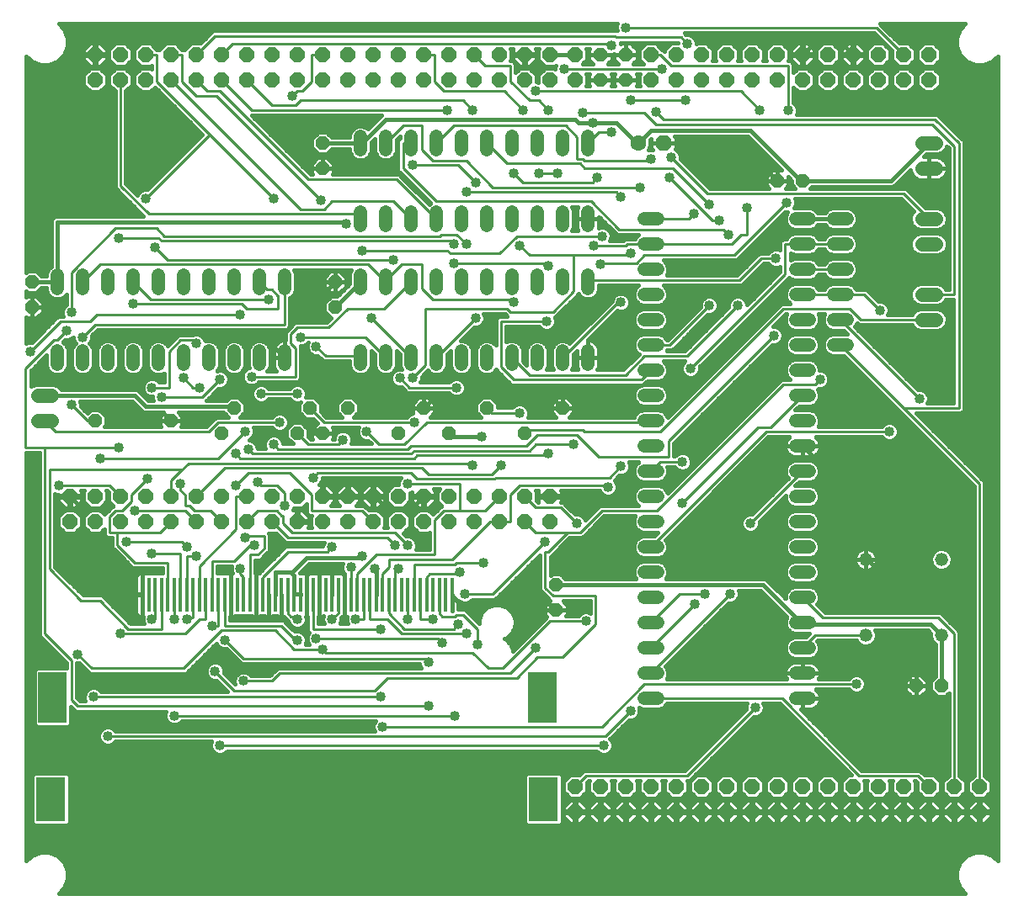
<source format=gtl>
G75*
%MOIN*%
%OFA0B0*%
%FSLAX24Y24*%
%IPPOS*%
%LPD*%
%AMOC8*
5,1,8,0,0,1.08239X$1,22.5*
%
%ADD10OC8,0.0600*%
%ADD11OC8,0.0520*%
%ADD12OC8,0.0560*%
%ADD13OC8,0.0630*%
%ADD14C,0.0630*%
%ADD15R,0.0157X0.1378*%
%ADD16R,0.1125X0.2000*%
%ADD17C,0.0520*%
%ADD18C,0.0560*%
%ADD19C,0.0520*%
%ADD20R,0.1180X0.1770*%
%ADD21C,0.0160*%
%ADD22C,0.0400*%
%ADD23C,0.0100*%
D10*
X003180Y015680D03*
X003180Y016680D03*
X004180Y016680D03*
X004180Y015680D03*
X005180Y015680D03*
X005180Y016680D03*
X006180Y016680D03*
X006180Y015680D03*
X007180Y015680D03*
X007180Y016680D03*
X008180Y016680D03*
X008180Y015680D03*
X009180Y015680D03*
X009180Y016680D03*
X010180Y016680D03*
X010180Y015680D03*
X011180Y015680D03*
X011180Y016680D03*
X012180Y016680D03*
X012180Y015680D03*
X013180Y015680D03*
X013180Y016680D03*
X014180Y016680D03*
X014180Y015680D03*
X015180Y015680D03*
X015180Y016680D03*
X016180Y016680D03*
X016180Y015680D03*
X017180Y015680D03*
X017180Y016680D03*
X018180Y016680D03*
X018180Y015680D03*
X019180Y015680D03*
X019180Y016680D03*
X020180Y016680D03*
X020180Y015680D03*
X021180Y015680D03*
X021180Y016680D03*
X022180Y016680D03*
X022180Y015680D03*
X023180Y005180D03*
X024180Y005180D03*
X025180Y005180D03*
X025180Y004180D03*
X024180Y004180D03*
X023180Y004180D03*
X026180Y004180D03*
X027180Y004180D03*
X027180Y005180D03*
X026180Y005180D03*
X028180Y005180D03*
X029180Y005180D03*
X030180Y005180D03*
X030180Y004180D03*
X029180Y004180D03*
X028180Y004180D03*
X031180Y004180D03*
X032180Y004180D03*
X032180Y005180D03*
X031180Y005180D03*
X033180Y005180D03*
X034180Y005180D03*
X034180Y004180D03*
X033180Y004180D03*
X035180Y004180D03*
X036180Y004180D03*
X037180Y004180D03*
X037180Y005180D03*
X036180Y005180D03*
X035180Y005180D03*
X038180Y005180D03*
X039180Y005180D03*
X039180Y004180D03*
X038180Y004180D03*
X037180Y033180D03*
X036180Y033180D03*
X035180Y033180D03*
X035180Y034180D03*
X036180Y034180D03*
X037180Y034180D03*
X034180Y034180D03*
X033180Y034180D03*
X033180Y033180D03*
X034180Y033180D03*
X032180Y033180D03*
X031180Y033180D03*
X031180Y034180D03*
X032180Y034180D03*
X030180Y034180D03*
X029180Y034180D03*
X028180Y034180D03*
X028180Y033180D03*
X029180Y033180D03*
X030180Y033180D03*
X027180Y033180D03*
X026180Y033180D03*
X026180Y034180D03*
X027180Y034180D03*
X023180Y034180D03*
X023180Y033180D03*
X022180Y033180D03*
X021180Y033180D03*
X021180Y034180D03*
X022180Y034180D03*
X020180Y034180D03*
X019180Y034180D03*
X019180Y033180D03*
X020180Y033180D03*
X018180Y033180D03*
X017180Y033180D03*
X016180Y033180D03*
X016180Y034180D03*
X017180Y034180D03*
X018180Y034180D03*
X015180Y034180D03*
X014180Y034180D03*
X014180Y033180D03*
X015180Y033180D03*
X013180Y033180D03*
X012180Y033180D03*
X011180Y033180D03*
X011180Y034180D03*
X012180Y034180D03*
X013180Y034180D03*
X010180Y034180D03*
X009180Y034180D03*
X009180Y033180D03*
X010180Y033180D03*
X008180Y033180D03*
X007180Y033180D03*
X007180Y034180D03*
X008180Y034180D03*
X006180Y034180D03*
X005180Y034180D03*
X004180Y034180D03*
X004180Y033180D03*
X005180Y033180D03*
X006180Y033180D03*
D11*
X013180Y030680D03*
X013180Y029680D03*
X013680Y025180D03*
X013680Y024180D03*
X014180Y020180D03*
X013180Y019180D03*
X012180Y019180D03*
X012680Y020180D03*
X009680Y020180D03*
X009180Y019180D03*
X007180Y019680D03*
X004180Y019680D03*
X001680Y024180D03*
X001680Y025180D03*
X016180Y019180D03*
X017180Y020180D03*
X018180Y019180D03*
X019680Y020180D03*
X021180Y019180D03*
X022680Y020180D03*
X022430Y013180D03*
X022430Y012180D03*
X036680Y009180D03*
X037680Y009180D03*
X032180Y029180D03*
X031180Y029180D03*
D12*
X025180Y033180D03*
X024180Y033180D03*
X024180Y034180D03*
X025180Y034180D03*
D13*
X026680Y030680D03*
D14*
X025680Y030680D03*
D15*
X018305Y012786D03*
X018055Y012786D03*
X017805Y012786D03*
X017555Y012786D03*
X017305Y012786D03*
X017055Y012786D03*
X016805Y012786D03*
X016555Y012786D03*
X016305Y012786D03*
X016055Y012786D03*
X015805Y012786D03*
X015555Y012786D03*
X015305Y012786D03*
X015055Y012786D03*
X014805Y012786D03*
X014555Y012786D03*
X014305Y012786D03*
X014055Y012786D03*
X013805Y012786D03*
X013555Y012786D03*
X013305Y012786D03*
X013055Y012786D03*
X012805Y012786D03*
X012555Y012786D03*
X012305Y012786D03*
X012055Y012786D03*
X011805Y012786D03*
X011555Y012786D03*
X011305Y012786D03*
X011055Y012786D03*
X010805Y012786D03*
X010555Y012786D03*
X010305Y012786D03*
X010055Y012786D03*
X009805Y012786D03*
X009555Y012786D03*
X009305Y012786D03*
X009055Y012786D03*
X008805Y012786D03*
X008555Y012786D03*
X008305Y012786D03*
X008055Y012786D03*
X007805Y012786D03*
X007555Y012786D03*
X007305Y012786D03*
X007055Y012786D03*
X006805Y012786D03*
X006555Y012786D03*
X006305Y012786D03*
X006055Y012786D03*
D16*
X002493Y008717D03*
X021868Y008708D03*
D17*
X025920Y008680D02*
X026440Y008680D01*
X026440Y009680D02*
X025920Y009680D01*
X025920Y010680D02*
X026440Y010680D01*
X026440Y011680D02*
X025920Y011680D01*
X025920Y012680D02*
X026440Y012680D01*
X026440Y013680D02*
X025920Y013680D01*
X025920Y014680D02*
X026440Y014680D01*
X026440Y015680D02*
X025920Y015680D01*
X025920Y016680D02*
X026440Y016680D01*
X026440Y017680D02*
X025920Y017680D01*
X025920Y018680D02*
X026440Y018680D01*
X026440Y019680D02*
X025920Y019680D01*
X025920Y020680D02*
X026440Y020680D01*
X026440Y021680D02*
X025920Y021680D01*
X025920Y022680D02*
X026440Y022680D01*
X026440Y023680D02*
X025920Y023680D01*
X025920Y024680D02*
X026440Y024680D01*
X026440Y025680D02*
X025920Y025680D01*
X025920Y026680D02*
X026440Y026680D01*
X026440Y027680D02*
X025920Y027680D01*
X023680Y027420D02*
X023680Y027940D01*
X022680Y027940D02*
X022680Y027420D01*
X021680Y027420D02*
X021680Y027940D01*
X020680Y027940D02*
X020680Y027420D01*
X019680Y027420D02*
X019680Y027940D01*
X018680Y027940D02*
X018680Y027420D01*
X017680Y027420D02*
X017680Y027940D01*
X016680Y027940D02*
X016680Y027420D01*
X015680Y027420D02*
X015680Y027940D01*
X014680Y027940D02*
X014680Y027420D01*
X014680Y025440D02*
X014680Y024920D01*
X015680Y024920D02*
X015680Y025440D01*
X016680Y025440D02*
X016680Y024920D01*
X017680Y024920D02*
X017680Y025440D01*
X018680Y025440D02*
X018680Y024920D01*
X019680Y024920D02*
X019680Y025440D01*
X020680Y025440D02*
X020680Y024920D01*
X021680Y024920D02*
X021680Y025440D01*
X022680Y025440D02*
X022680Y024920D01*
X023680Y024920D02*
X023680Y025440D01*
X023680Y022440D02*
X023680Y021920D01*
X022680Y021920D02*
X022680Y022440D01*
X021680Y022440D02*
X021680Y021920D01*
X020680Y021920D02*
X020680Y022440D01*
X019680Y022440D02*
X019680Y021920D01*
X018680Y021920D02*
X018680Y022440D01*
X017680Y022440D02*
X017680Y021920D01*
X016680Y021920D02*
X016680Y022440D01*
X015680Y022440D02*
X015680Y021920D01*
X014680Y021920D02*
X014680Y022440D01*
X011680Y022440D02*
X011680Y021920D01*
X010680Y021920D02*
X010680Y022440D01*
X009680Y022440D02*
X009680Y021920D01*
X008680Y021920D02*
X008680Y022440D01*
X007680Y022440D02*
X007680Y021920D01*
X006680Y021920D02*
X006680Y022440D01*
X005680Y022440D02*
X005680Y021920D01*
X004680Y021920D02*
X004680Y022440D01*
X003680Y022440D02*
X003680Y021920D01*
X002680Y021920D02*
X002680Y022440D01*
X002680Y024920D02*
X002680Y025440D01*
X003680Y025440D02*
X003680Y024920D01*
X004680Y024920D02*
X004680Y025440D01*
X005680Y025440D02*
X005680Y024920D01*
X006680Y024920D02*
X006680Y025440D01*
X007680Y025440D02*
X007680Y024920D01*
X008680Y024920D02*
X008680Y025440D01*
X009680Y025440D02*
X009680Y024920D01*
X010680Y024920D02*
X010680Y025440D01*
X011680Y025440D02*
X011680Y024920D01*
X014680Y030420D02*
X014680Y030940D01*
X015680Y030940D02*
X015680Y030420D01*
X016680Y030420D02*
X016680Y030940D01*
X017680Y030940D02*
X017680Y030420D01*
X018680Y030420D02*
X018680Y030940D01*
X019680Y030940D02*
X019680Y030420D01*
X020680Y030420D02*
X020680Y030940D01*
X021680Y030940D02*
X021680Y030420D01*
X022680Y030420D02*
X022680Y030940D01*
X023680Y030940D02*
X023680Y030420D01*
X031920Y027680D02*
X032440Y027680D01*
X033420Y027680D02*
X033940Y027680D01*
X033940Y026680D02*
X033420Y026680D01*
X032440Y026680D02*
X031920Y026680D01*
X031920Y025680D02*
X032440Y025680D01*
X033420Y025680D02*
X033940Y025680D01*
X033940Y024680D02*
X033420Y024680D01*
X032440Y024680D02*
X031920Y024680D01*
X031920Y023680D02*
X032440Y023680D01*
X033420Y023680D02*
X033940Y023680D01*
X033940Y022680D02*
X033420Y022680D01*
X032440Y022680D02*
X031920Y022680D01*
X031920Y021680D02*
X032440Y021680D01*
X032440Y020680D02*
X031920Y020680D01*
X031920Y019680D02*
X032440Y019680D01*
X032440Y018680D02*
X031920Y018680D01*
X031920Y017680D02*
X032440Y017680D01*
X032440Y016680D02*
X031920Y016680D01*
X031920Y015680D02*
X032440Y015680D01*
X032440Y014680D02*
X031920Y014680D01*
X031920Y013680D02*
X032440Y013680D01*
X032440Y012680D02*
X031920Y012680D01*
X031920Y011680D02*
X032440Y011680D01*
X032440Y010680D02*
X031920Y010680D01*
X031920Y009680D02*
X032440Y009680D01*
X032440Y008680D02*
X031920Y008680D01*
D18*
X036900Y023680D02*
X037460Y023680D01*
X037460Y024680D02*
X036900Y024680D01*
X036900Y026680D02*
X037460Y026680D01*
X037460Y027680D02*
X036900Y027680D01*
X036900Y029680D02*
X037460Y029680D01*
X037460Y030680D02*
X036900Y030680D01*
X002460Y020680D02*
X001900Y020680D01*
X001900Y019680D02*
X002460Y019680D01*
D19*
X034680Y014180D03*
X034680Y011180D03*
X037680Y011180D03*
X037680Y014180D03*
D20*
X021930Y004680D03*
X002430Y004680D03*
D21*
X001460Y002240D02*
X001460Y018408D01*
X001970Y018408D01*
X001970Y011156D01*
X002093Y011033D01*
X003033Y010093D01*
X003033Y009877D01*
X001864Y009877D01*
X001770Y009784D01*
X001770Y007651D01*
X001864Y007557D01*
X003121Y007557D01*
X003215Y007651D01*
X003215Y008348D01*
X003406Y008158D01*
X006984Y008158D01*
X006945Y008064D01*
X006945Y007921D01*
X007000Y007789D01*
X007101Y007687D01*
X007233Y007633D01*
X007377Y007633D01*
X007509Y007687D01*
X007604Y007783D01*
X015273Y007783D01*
X015250Y007759D01*
X015195Y007627D01*
X015195Y007483D01*
X015234Y007390D01*
X004979Y007390D01*
X004884Y007485D01*
X004752Y007540D01*
X004608Y007540D01*
X004476Y007485D01*
X004375Y007384D01*
X004320Y007252D01*
X001460Y007252D01*
X001460Y007094D02*
X004326Y007094D01*
X004320Y007108D02*
X004375Y006976D01*
X004476Y006875D01*
X004608Y006820D01*
X004752Y006820D01*
X004884Y006875D01*
X004979Y006970D01*
X008796Y006970D01*
X008758Y006877D01*
X008758Y006733D01*
X008812Y006601D01*
X008914Y006500D01*
X009046Y006445D01*
X009189Y006445D01*
X009321Y006500D01*
X009417Y006595D01*
X024006Y006595D01*
X024101Y006500D01*
X024233Y006445D01*
X024377Y006445D01*
X024509Y006500D01*
X024610Y006601D01*
X024665Y006733D01*
X024665Y006877D01*
X024610Y007009D01*
X024552Y007067D01*
X024577Y007093D01*
X025304Y007820D01*
X025439Y007820D01*
X025571Y007875D01*
X025673Y007976D01*
X025727Y008108D01*
X025727Y008252D01*
X025701Y008316D01*
X025836Y008260D01*
X026524Y008260D01*
X026678Y008324D01*
X026796Y008442D01*
X026808Y008470D01*
X029984Y008470D01*
X029945Y008377D01*
X029945Y008242D01*
X027531Y005827D01*
X023531Y005827D01*
X023343Y005640D01*
X022989Y005640D01*
X022720Y005371D01*
X022720Y004989D01*
X022989Y004720D01*
X023371Y004720D01*
X023640Y004989D01*
X023640Y005343D01*
X023704Y005408D01*
X023757Y005408D01*
X023720Y005371D01*
X023720Y004989D01*
X023989Y004720D01*
X024371Y004720D01*
X024640Y004989D01*
X024640Y005371D01*
X024603Y005408D01*
X024757Y005408D01*
X024720Y005371D01*
X024720Y004989D01*
X024989Y004720D01*
X025371Y004720D01*
X025640Y004989D01*
X025640Y005371D01*
X025603Y005408D01*
X025757Y005408D01*
X025720Y005371D01*
X025720Y004989D01*
X025989Y004720D01*
X026371Y004720D01*
X026640Y004989D01*
X026640Y005371D01*
X026603Y005408D01*
X026757Y005408D01*
X026720Y005371D01*
X026720Y004989D01*
X026989Y004720D01*
X027371Y004720D01*
X027640Y004989D01*
X027640Y005371D01*
X027603Y005408D01*
X027704Y005408D01*
X027827Y005531D01*
X030242Y007945D01*
X030377Y007945D01*
X030509Y008000D01*
X030610Y008101D01*
X030665Y008233D01*
X030665Y008377D01*
X030626Y008470D01*
X031281Y008470D01*
X034111Y005640D01*
X033989Y005640D01*
X033720Y005371D01*
X033720Y004989D01*
X033989Y004720D01*
X034371Y004720D01*
X034640Y004989D01*
X034640Y005371D01*
X034603Y005408D01*
X034757Y005408D01*
X034720Y005371D01*
X034720Y004989D01*
X034989Y004720D01*
X035371Y004720D01*
X035640Y004989D01*
X035640Y005371D01*
X035603Y005408D01*
X035757Y005408D01*
X035720Y005371D01*
X035720Y004989D01*
X035989Y004720D01*
X036371Y004720D01*
X036640Y004989D01*
X036640Y005371D01*
X036603Y005408D01*
X036656Y005408D01*
X036720Y005343D01*
X036720Y004989D01*
X036989Y004720D01*
X037371Y004720D01*
X037640Y004989D01*
X037640Y005371D01*
X037371Y005640D01*
X037017Y005640D01*
X036829Y005827D01*
X034517Y005827D01*
X032104Y008240D01*
X032180Y008240D01*
X032475Y008240D01*
X032543Y008251D01*
X032609Y008272D01*
X032671Y008304D01*
X032727Y008344D01*
X032776Y008393D01*
X032816Y008449D01*
X032848Y008511D01*
X032869Y008577D01*
X032880Y008645D01*
X032880Y008680D01*
X032880Y008715D01*
X032869Y008783D01*
X032848Y008849D01*
X032816Y008911D01*
X032776Y008967D01*
X032727Y009016D01*
X032703Y009033D01*
X034006Y009033D01*
X034101Y008937D01*
X034233Y008883D01*
X034377Y008883D01*
X034509Y008937D01*
X034610Y009039D01*
X034665Y009171D01*
X034665Y009314D01*
X034610Y009446D01*
X034509Y009548D01*
X034377Y009602D01*
X034233Y009602D01*
X034101Y009548D01*
X034006Y009452D01*
X032818Y009452D01*
X032848Y009511D01*
X032869Y009577D01*
X032880Y009645D01*
X032880Y009680D01*
X032880Y009715D01*
X032869Y009783D01*
X032848Y009849D01*
X032816Y009911D01*
X032776Y009967D01*
X032727Y010016D01*
X032671Y010056D01*
X032609Y010088D01*
X032543Y010109D01*
X032475Y010120D01*
X032180Y010120D01*
X032180Y009680D01*
X036180Y009680D01*
X036680Y009180D01*
X037120Y009180D01*
X037120Y009362D01*
X036862Y009620D01*
X036680Y009620D01*
X036680Y009180D01*
X036680Y009180D01*
X036680Y009180D01*
X037120Y009180D01*
X037120Y008998D01*
X036862Y008740D01*
X036680Y008740D01*
X036680Y009180D01*
X036680Y009180D01*
X036680Y009180D01*
X036240Y009180D01*
X036240Y009362D01*
X036498Y009620D01*
X036680Y009620D01*
X036680Y009180D01*
X036680Y008740D01*
X036498Y008740D01*
X036240Y008998D01*
X036240Y009180D01*
X036680Y009180D01*
X036680Y009154D02*
X036680Y009154D01*
X036680Y008996D02*
X036680Y008996D01*
X036680Y008837D02*
X036680Y008837D01*
X036959Y008837D02*
X037429Y008837D01*
X037506Y008760D02*
X037854Y008760D01*
X037970Y008876D01*
X037970Y005621D01*
X037720Y005371D01*
X037720Y004989D01*
X037989Y004720D01*
X038371Y004720D01*
X038640Y004989D01*
X038640Y005371D01*
X038390Y005621D01*
X038390Y011329D01*
X038267Y011452D01*
X037642Y012077D01*
X033079Y012077D01*
X032755Y012402D01*
X032796Y012442D01*
X032860Y012596D01*
X032860Y012764D01*
X032796Y012918D01*
X032678Y013036D01*
X032524Y013100D01*
X031836Y013100D01*
X031682Y013036D01*
X031564Y012918D01*
X031500Y012764D01*
X031500Y012637D01*
X030821Y013316D01*
X030753Y013383D01*
X030665Y013420D01*
X026774Y013420D01*
X026796Y013442D01*
X026860Y013596D01*
X026860Y013764D01*
X026796Y013918D01*
X026678Y014036D01*
X026524Y014100D01*
X025836Y014100D01*
X025682Y014036D01*
X025564Y013918D01*
X025500Y013764D01*
X025500Y013596D01*
X025564Y013442D01*
X025586Y013420D01*
X022784Y013420D01*
X022604Y013600D01*
X022256Y013600D01*
X022202Y013546D01*
X022202Y014283D01*
X022204Y014283D01*
X022954Y015033D01*
X023454Y015033D01*
X023577Y015156D01*
X024329Y015908D01*
X025560Y015908D01*
X025500Y015764D01*
X025500Y015596D01*
X025564Y015442D01*
X025682Y015324D01*
X025836Y015260D01*
X026463Y015260D01*
X026303Y015100D01*
X025836Y015100D01*
X025682Y015036D01*
X025564Y014918D01*
X025500Y014764D01*
X025500Y014596D01*
X025564Y014442D01*
X025682Y014324D01*
X025836Y014260D01*
X026524Y014260D01*
X026678Y014324D01*
X026796Y014442D01*
X026860Y014596D01*
X026860Y014764D01*
X026796Y014918D01*
X026755Y014958D01*
X030829Y019033D01*
X031657Y019033D01*
X031633Y019016D01*
X031584Y018967D01*
X031544Y018911D01*
X031512Y018849D01*
X031491Y018783D01*
X031480Y018715D01*
X031480Y018680D01*
X032180Y018680D01*
X034680Y016180D01*
X034680Y014180D01*
X034743Y014180D01*
X036805Y012118D01*
X037618Y012118D01*
X038680Y011055D01*
X038680Y004180D01*
X039180Y004180D01*
X039200Y004200D02*
X039660Y004200D01*
X039660Y004379D01*
X039379Y004660D01*
X039200Y004660D01*
X039200Y004200D01*
X039200Y004160D01*
X039660Y004160D01*
X039660Y003981D01*
X039379Y003700D01*
X039200Y003700D01*
X039200Y004160D01*
X039160Y004160D01*
X039160Y003700D01*
X038981Y003700D01*
X038700Y003981D01*
X038700Y004160D01*
X039160Y004160D01*
X039160Y004200D01*
X039160Y004660D01*
X038981Y004660D01*
X038700Y004379D01*
X038700Y004200D01*
X039160Y004200D01*
X039200Y004200D01*
X039200Y004241D02*
X039160Y004241D01*
X039160Y004399D02*
X039200Y004399D01*
X039200Y004558D02*
X039160Y004558D01*
X038989Y004720D02*
X039371Y004720D01*
X039640Y004989D01*
X039640Y005371D01*
X039390Y005621D01*
X039390Y017267D01*
X039267Y017390D01*
X036687Y019970D01*
X038454Y019970D01*
X038577Y020093D01*
X038577Y030767D01*
X038454Y030890D01*
X037517Y031827D01*
X031939Y031827D01*
X031977Y031921D01*
X031977Y032064D01*
X031923Y032196D01*
X031827Y032292D01*
X031827Y032882D01*
X031989Y032720D01*
X032371Y032720D01*
X032640Y032989D01*
X032640Y033371D01*
X032371Y033640D01*
X031989Y033640D01*
X031827Y033478D01*
X031827Y033829D01*
X031704Y033952D01*
X031603Y033952D01*
X031640Y033989D01*
X031640Y034371D01*
X031371Y034640D01*
X030989Y034640D01*
X030720Y034371D01*
X030720Y033989D01*
X030757Y033952D01*
X030603Y033952D01*
X030640Y033989D01*
X030640Y034371D01*
X030371Y034640D01*
X029989Y034640D01*
X029720Y034371D01*
X029720Y033989D01*
X029757Y033952D01*
X029603Y033952D01*
X029640Y033989D01*
X029640Y034371D01*
X029371Y034640D01*
X028989Y034640D01*
X028720Y034371D01*
X028720Y033989D01*
X028757Y033952D01*
X028603Y033952D01*
X028640Y033989D01*
X028640Y034371D01*
X028371Y034640D01*
X027989Y034640D01*
X027977Y034628D01*
X027977Y034689D01*
X027923Y034821D01*
X027821Y034923D01*
X027689Y034977D01*
X027554Y034977D01*
X027499Y035033D01*
X035031Y035033D01*
X035720Y034343D01*
X035720Y033989D01*
X035989Y033720D01*
X036371Y033720D01*
X036640Y033989D01*
X036640Y034371D01*
X036371Y034640D01*
X036017Y034640D01*
X035327Y035329D01*
X035257Y035400D01*
X038620Y035400D01*
X038413Y035193D01*
X038275Y034860D01*
X038275Y034500D01*
X038413Y034167D01*
X038667Y033913D01*
X039000Y033775D01*
X039360Y033775D01*
X039693Y033913D01*
X039900Y034120D01*
X039900Y002240D01*
X039693Y002447D01*
X039360Y002585D01*
X039000Y002585D01*
X038667Y002447D01*
X038413Y002193D01*
X038275Y001860D01*
X038275Y001500D01*
X038413Y001167D01*
X038620Y000960D01*
X002740Y000960D01*
X002947Y001167D01*
X003085Y001500D01*
X003085Y001860D01*
X002947Y002193D01*
X002693Y002447D01*
X002360Y002585D01*
X002000Y002585D01*
X001667Y002447D01*
X001460Y002240D01*
X001460Y002339D02*
X001559Y002339D01*
X001460Y002497D02*
X001788Y002497D01*
X001460Y002656D02*
X039900Y002656D01*
X039900Y002814D02*
X001460Y002814D01*
X001460Y002973D02*
X039900Y002973D01*
X039900Y003131D02*
X001460Y003131D01*
X001460Y003290D02*
X039900Y003290D01*
X039900Y003448D02*
X001460Y003448D01*
X001460Y003607D02*
X039900Y003607D01*
X039900Y003765D02*
X039444Y003765D01*
X039602Y003924D02*
X039900Y003924D01*
X039900Y004082D02*
X039660Y004082D01*
X039660Y004241D02*
X039900Y004241D01*
X039900Y004399D02*
X039640Y004399D01*
X039481Y004558D02*
X039900Y004558D01*
X039900Y004716D02*
X022680Y004716D01*
X022680Y004558D02*
X022879Y004558D01*
X022981Y004660D02*
X022700Y004379D01*
X022700Y004200D01*
X023160Y004200D01*
X023160Y004660D01*
X022981Y004660D01*
X023160Y004558D02*
X023200Y004558D01*
X023200Y004660D02*
X023379Y004660D01*
X023660Y004379D01*
X023660Y004200D01*
X023200Y004200D01*
X023200Y004160D01*
X023660Y004160D01*
X023660Y003981D01*
X023379Y003700D01*
X023200Y003700D01*
X023200Y004160D01*
X023160Y004160D01*
X023160Y003700D01*
X022981Y003700D01*
X022700Y003981D01*
X022700Y004160D01*
X023160Y004160D01*
X023160Y004200D01*
X023200Y004200D01*
X023200Y004660D01*
X023200Y004399D02*
X023160Y004399D01*
X023160Y004241D02*
X023200Y004241D01*
X023180Y004180D02*
X024180Y004180D01*
X025180Y004180D01*
X026180Y004180D01*
X027180Y004180D01*
X028180Y004180D01*
X029180Y004180D01*
X030180Y004180D01*
X031180Y004180D01*
X032180Y004180D01*
X033180Y004180D01*
X034180Y004180D01*
X035180Y004180D01*
X036180Y004180D01*
X037180Y004180D01*
X038180Y004180D01*
X038680Y004180D01*
X038660Y004200D02*
X038660Y004379D01*
X038379Y004660D01*
X038200Y004660D01*
X038200Y004200D01*
X038660Y004200D01*
X038660Y004160D02*
X038200Y004160D01*
X038200Y004200D01*
X038160Y004200D01*
X038160Y004660D01*
X037981Y004660D01*
X037700Y004379D01*
X037700Y004200D01*
X038160Y004200D01*
X038160Y004160D01*
X038200Y004160D01*
X038200Y003700D01*
X038379Y003700D01*
X038660Y003981D01*
X038660Y004160D01*
X038660Y004082D02*
X038700Y004082D01*
X038700Y004241D02*
X038660Y004241D01*
X038640Y004399D02*
X038720Y004399D01*
X038879Y004558D02*
X038481Y004558D01*
X038200Y004558D02*
X038160Y004558D01*
X038160Y004399D02*
X038200Y004399D01*
X038200Y004241D02*
X038160Y004241D01*
X038160Y004160D02*
X037700Y004160D01*
X037700Y003981D01*
X037981Y003700D01*
X038160Y003700D01*
X038160Y004160D01*
X038160Y004082D02*
X038200Y004082D01*
X038200Y003924D02*
X038160Y003924D01*
X038160Y003765D02*
X038200Y003765D01*
X038444Y003765D02*
X038916Y003765D01*
X038758Y003924D02*
X038602Y003924D01*
X039160Y003924D02*
X039200Y003924D01*
X039200Y004082D02*
X039160Y004082D01*
X039160Y003765D02*
X039200Y003765D01*
X038989Y004720D02*
X038720Y004989D01*
X038720Y005371D01*
X038970Y005621D01*
X038970Y017093D01*
X036124Y019939D01*
X036124Y019939D01*
X036001Y020062D01*
X036001Y020062D01*
X033803Y022260D01*
X033336Y022260D01*
X033182Y022324D01*
X033064Y022442D01*
X033000Y022596D01*
X033000Y022764D01*
X033064Y022918D01*
X033182Y023036D01*
X033336Y023100D01*
X033963Y023100D01*
X033803Y023260D01*
X033336Y023260D01*
X033182Y023324D01*
X033064Y023442D01*
X033000Y023596D01*
X033000Y023764D01*
X033060Y023908D01*
X032800Y023908D01*
X032860Y023764D01*
X032860Y023596D01*
X032796Y023442D01*
X032678Y023324D01*
X032524Y023260D01*
X031836Y023260D01*
X031682Y023324D01*
X031564Y023442D01*
X031500Y023596D01*
X031500Y023764D01*
X031560Y023908D01*
X031517Y023908D01*
X031024Y023415D01*
X031127Y023415D01*
X031259Y023360D01*
X031360Y023259D01*
X031415Y023127D01*
X031415Y022983D01*
X031360Y022851D01*
X031259Y022750D01*
X031127Y022695D01*
X030992Y022695D01*
X027077Y018781D01*
X027077Y018265D01*
X027131Y018265D01*
X027226Y018360D01*
X027358Y018415D01*
X027502Y018415D01*
X027634Y018360D01*
X027735Y018259D01*
X027790Y018127D01*
X027790Y017983D01*
X027735Y017851D01*
X027634Y017750D01*
X027502Y017695D01*
X027358Y017695D01*
X027226Y017750D01*
X027131Y017845D01*
X026826Y017845D01*
X026860Y017764D01*
X026860Y017596D01*
X026796Y017442D01*
X026678Y017324D01*
X026524Y017260D01*
X025836Y017260D01*
X025682Y017324D01*
X025564Y017442D01*
X025500Y017596D01*
X025500Y017764D01*
X025564Y017918D01*
X025679Y018033D01*
X025314Y018033D01*
X025352Y017939D01*
X025352Y017796D01*
X025298Y017664D01*
X025196Y017562D01*
X025064Y017508D01*
X024929Y017508D01*
X024765Y017343D01*
X024739Y017317D01*
X024798Y017259D01*
X024852Y017127D01*
X024852Y016983D01*
X024798Y016851D01*
X024696Y016750D01*
X024564Y016695D01*
X024421Y016695D01*
X024289Y016750D01*
X024187Y016851D01*
X024164Y016908D01*
X022631Y016908D01*
X022660Y016879D01*
X022660Y016700D01*
X022200Y016700D01*
X022200Y016660D01*
X022660Y016660D01*
X022660Y016481D01*
X022631Y016452D01*
X022704Y016452D01*
X022827Y016329D01*
X023179Y015977D01*
X023314Y015977D01*
X023446Y015923D01*
X023548Y015821D01*
X023577Y015749D01*
X024033Y016204D01*
X024033Y016204D01*
X024156Y016327D01*
X025679Y016327D01*
X025564Y016442D01*
X025500Y016596D01*
X025500Y016764D01*
X025564Y016918D01*
X025682Y017036D01*
X025836Y017100D01*
X026524Y017100D01*
X026678Y017036D01*
X026796Y016918D01*
X026836Y016821D01*
X031343Y021327D01*
X031679Y021327D01*
X031564Y021442D01*
X031500Y021596D01*
X031500Y021764D01*
X031564Y021918D01*
X031682Y022036D01*
X031836Y022100D01*
X032524Y022100D01*
X032678Y022036D01*
X032796Y021918D01*
X032860Y021764D01*
X032860Y021665D01*
X032939Y021665D01*
X033071Y021610D01*
X033173Y021509D01*
X033227Y021377D01*
X033227Y021233D01*
X033173Y021101D01*
X033071Y021000D01*
X032939Y020945D01*
X032804Y020945D01*
X032787Y020927D01*
X032796Y020918D01*
X032860Y020764D01*
X032860Y020596D01*
X032796Y020442D01*
X032678Y020324D01*
X032524Y020260D01*
X032057Y020260D01*
X031897Y020100D01*
X032524Y020100D01*
X032678Y020036D01*
X032796Y019918D01*
X032860Y019764D01*
X032860Y019596D01*
X032800Y019452D01*
X035318Y019452D01*
X035414Y019548D01*
X035546Y019602D01*
X035689Y019602D01*
X035821Y019548D01*
X035923Y019446D01*
X035977Y019314D01*
X035977Y019171D01*
X035923Y019039D01*
X035821Y018937D01*
X035689Y018883D01*
X035546Y018883D01*
X035414Y018937D01*
X035318Y019033D01*
X032703Y019033D01*
X032727Y019016D01*
X032776Y018967D01*
X032816Y018911D01*
X032848Y018849D01*
X032869Y018783D01*
X032880Y018715D01*
X032880Y018680D01*
X032180Y018680D01*
X032180Y018680D01*
X032880Y018680D01*
X032880Y018645D01*
X032869Y018577D01*
X032848Y018511D01*
X032816Y018449D01*
X032776Y018393D01*
X032727Y018344D01*
X032671Y018304D01*
X032609Y018272D01*
X032543Y018251D01*
X032475Y018240D01*
X032180Y018240D01*
X032180Y018680D01*
X032180Y018680D01*
X032180Y018680D01*
X032180Y018240D01*
X031885Y018240D01*
X031817Y018251D01*
X031751Y018272D01*
X031689Y018304D01*
X031633Y018344D01*
X031584Y018393D01*
X031544Y018449D01*
X031512Y018511D01*
X031491Y018577D01*
X031480Y018645D01*
X031480Y018680D01*
X032180Y018680D01*
X032180Y018664D02*
X032180Y018664D01*
X032180Y018506D02*
X032180Y018506D01*
X032180Y018347D02*
X032180Y018347D01*
X032524Y018100D02*
X031836Y018100D01*
X031682Y018036D01*
X031564Y017918D01*
X031500Y017764D01*
X031500Y017596D01*
X031564Y017442D01*
X031605Y017402D01*
X030181Y015977D01*
X030046Y015977D01*
X029914Y015923D01*
X029812Y015821D01*
X029758Y015689D01*
X029758Y015546D01*
X029812Y015414D01*
X029914Y015312D01*
X030046Y015258D01*
X030189Y015258D01*
X030321Y015312D01*
X030423Y015414D01*
X030477Y015546D01*
X030477Y015681D01*
X031500Y016703D01*
X031500Y016596D01*
X031564Y016442D01*
X031682Y016324D01*
X031836Y016260D01*
X032524Y016260D01*
X032678Y016324D01*
X032796Y016442D01*
X032860Y016596D01*
X032860Y016764D01*
X032796Y016918D01*
X032678Y017036D01*
X032524Y017100D01*
X031897Y017100D01*
X032057Y017260D01*
X032524Y017260D01*
X032678Y017324D01*
X032796Y017442D01*
X032860Y017596D01*
X032860Y017764D01*
X032796Y017918D01*
X032678Y018036D01*
X032524Y018100D01*
X032684Y018030D02*
X038033Y018030D01*
X038191Y017872D02*
X032815Y017872D01*
X032860Y017713D02*
X038350Y017713D01*
X038508Y017555D02*
X032843Y017555D01*
X032750Y017396D02*
X038667Y017396D01*
X038825Y017238D02*
X032035Y017238D01*
X031599Y017396D02*
X029193Y017396D01*
X029035Y017238D02*
X031441Y017238D01*
X031282Y017079D02*
X028876Y017079D01*
X028718Y016921D02*
X031124Y016921D01*
X030965Y016762D02*
X028559Y016762D01*
X028401Y016604D02*
X030807Y016604D01*
X030648Y016445D02*
X028242Y016445D01*
X028084Y016287D02*
X030490Y016287D01*
X030331Y016128D02*
X027925Y016128D01*
X027767Y015970D02*
X030027Y015970D01*
X029808Y015811D02*
X027608Y015811D01*
X027450Y015653D02*
X029758Y015653D01*
X029779Y015494D02*
X027291Y015494D01*
X027133Y015336D02*
X029890Y015336D01*
X030345Y015336D02*
X031671Y015336D01*
X031682Y015324D02*
X031836Y015260D01*
X032524Y015260D01*
X032678Y015324D01*
X032796Y015442D01*
X032860Y015596D01*
X032860Y015764D01*
X032796Y015918D01*
X032678Y016036D01*
X032524Y016100D01*
X031836Y016100D01*
X031682Y016036D01*
X031564Y015918D01*
X031500Y015764D01*
X031500Y015596D01*
X031564Y015442D01*
X031682Y015324D01*
X031542Y015494D02*
X030456Y015494D01*
X030477Y015653D02*
X031500Y015653D01*
X031520Y015811D02*
X030608Y015811D01*
X030767Y015970D02*
X031616Y015970D01*
X031772Y016287D02*
X031084Y016287D01*
X031242Y016445D02*
X031563Y016445D01*
X031500Y016604D02*
X031401Y016604D01*
X030925Y016128D02*
X038970Y016128D01*
X038970Y015970D02*
X032744Y015970D01*
X032840Y015811D02*
X038970Y015811D01*
X038970Y015653D02*
X032860Y015653D01*
X032818Y015494D02*
X038970Y015494D01*
X038970Y015336D02*
X032689Y015336D01*
X032524Y015100D02*
X032678Y015036D01*
X032796Y014918D01*
X032860Y014764D01*
X032860Y014596D01*
X032796Y014442D01*
X032678Y014324D01*
X032524Y014260D01*
X031836Y014260D01*
X031682Y014324D01*
X031564Y014442D01*
X031500Y014596D01*
X031500Y014764D01*
X031564Y014918D01*
X031682Y015036D01*
X031836Y015100D01*
X032524Y015100D01*
X032695Y015019D02*
X038970Y015019D01*
X038970Y015177D02*
X026974Y015177D01*
X026816Y015019D02*
X031665Y015019D01*
X031540Y014860D02*
X026820Y014860D01*
X026860Y014702D02*
X031500Y014702D01*
X031522Y014543D02*
X026838Y014543D01*
X026738Y014385D02*
X031622Y014385D01*
X031758Y014068D02*
X026602Y014068D01*
X026800Y013909D02*
X031560Y013909D01*
X031564Y013918D02*
X031500Y013764D01*
X031500Y013596D01*
X031564Y013442D01*
X031682Y013324D01*
X031836Y013260D01*
X032524Y013260D01*
X032678Y013324D01*
X032796Y013442D01*
X032860Y013596D01*
X032860Y013764D01*
X032796Y013918D01*
X032678Y014036D01*
X032524Y014100D01*
X031836Y014100D01*
X031682Y014036D01*
X031564Y013918D01*
X031500Y013751D02*
X026860Y013751D01*
X026858Y013592D02*
X031502Y013592D01*
X031573Y013434D02*
X026787Y013434D01*
X025758Y014068D02*
X022202Y014068D01*
X022202Y014226D02*
X034242Y014226D01*
X034240Y014215D02*
X034240Y014180D01*
X034680Y014180D01*
X035120Y014180D01*
X035120Y014215D01*
X035109Y014283D01*
X035088Y014349D01*
X035056Y014411D01*
X035016Y014467D01*
X034967Y014516D01*
X034911Y014556D01*
X034849Y014588D01*
X034783Y014609D01*
X034715Y014620D01*
X034680Y014620D01*
X034680Y014180D01*
X034680Y014180D01*
X034680Y014180D01*
X035120Y014180D01*
X035120Y014145D01*
X035109Y014077D01*
X035088Y014011D01*
X035056Y013949D01*
X035016Y013893D01*
X034967Y013844D01*
X034911Y013804D01*
X034849Y013772D01*
X034783Y013751D01*
X034715Y013740D01*
X034680Y013740D01*
X034680Y014180D01*
X034680Y014180D01*
X034680Y014180D01*
X034680Y014620D01*
X034645Y014620D01*
X034577Y014609D01*
X034511Y014588D01*
X034449Y014556D01*
X034393Y014516D01*
X034344Y014467D01*
X034304Y014411D01*
X034272Y014349D01*
X034251Y014283D01*
X034240Y014215D01*
X034240Y014180D02*
X034240Y014145D01*
X034251Y014077D01*
X034272Y014011D01*
X034304Y013949D01*
X034344Y013893D01*
X034393Y013844D01*
X034449Y013804D01*
X034511Y013772D01*
X034577Y013751D01*
X034645Y013740D01*
X034680Y013740D01*
X034680Y014180D01*
X034240Y014180D01*
X034254Y014068D02*
X032602Y014068D01*
X032800Y013909D02*
X034333Y013909D01*
X034579Y013751D02*
X032860Y013751D01*
X032858Y013592D02*
X038970Y013592D01*
X038970Y013434D02*
X032787Y013434D01*
X032560Y013275D02*
X038970Y013275D01*
X038970Y013117D02*
X031020Y013117D01*
X030862Y013275D02*
X031800Y013275D01*
X031604Y012958D02*
X031179Y012958D01*
X031337Y012800D02*
X031515Y012800D01*
X031500Y012641D02*
X031496Y012641D01*
X031134Y012324D02*
X029121Y012324D01*
X029242Y012445D02*
X029377Y012445D01*
X029509Y012500D01*
X029610Y012601D01*
X029665Y012733D01*
X029665Y012877D01*
X029639Y012940D01*
X030518Y012940D01*
X031557Y011901D01*
X031500Y011764D01*
X031500Y011596D01*
X031564Y011442D01*
X031682Y011324D01*
X031836Y011260D01*
X032463Y011260D01*
X032303Y011100D01*
X031836Y011100D01*
X031682Y011036D01*
X031564Y010918D01*
X031500Y010764D01*
X031500Y010596D01*
X031564Y010442D01*
X031682Y010324D01*
X031836Y010260D01*
X032524Y010260D01*
X032678Y010324D01*
X032796Y010442D01*
X032860Y010596D01*
X032860Y010764D01*
X032796Y010918D01*
X032755Y010958D01*
X032767Y010970D01*
X034312Y010970D01*
X034324Y010942D01*
X034442Y010824D01*
X034596Y010760D01*
X034764Y010760D01*
X034918Y010824D01*
X035036Y010942D01*
X035100Y011096D01*
X035100Y011264D01*
X035053Y011378D01*
X037143Y011378D01*
X037260Y011261D01*
X037260Y011096D01*
X037324Y010942D01*
X037440Y010826D01*
X037440Y009534D01*
X037260Y009354D01*
X037260Y009006D01*
X037506Y008760D01*
X037271Y008996D02*
X037118Y008996D01*
X037120Y009154D02*
X037260Y009154D01*
X037260Y009313D02*
X037120Y009313D01*
X037011Y009471D02*
X037377Y009471D01*
X037440Y009630D02*
X032877Y009630D01*
X032880Y009680D02*
X032180Y009680D01*
X032180Y009680D01*
X032880Y009680D01*
X032868Y009788D02*
X037440Y009788D01*
X037440Y009947D02*
X032790Y009947D01*
X032556Y010105D02*
X037440Y010105D01*
X037440Y010264D02*
X032532Y010264D01*
X032776Y010422D02*
X037440Y010422D01*
X037440Y010581D02*
X032853Y010581D01*
X032860Y010739D02*
X037440Y010739D01*
X037369Y010898D02*
X034991Y010898D01*
X035083Y011056D02*
X037277Y011056D01*
X037260Y011215D02*
X035100Y011215D01*
X035055Y011373D02*
X037148Y011373D01*
X037243Y011618D02*
X037680Y011180D01*
X037680Y009180D01*
X037931Y008837D02*
X037970Y008837D01*
X037970Y008679D02*
X032880Y008679D01*
X032880Y008680D02*
X032180Y008680D01*
X032880Y008680D01*
X032852Y008837D02*
X036401Y008837D01*
X036242Y008996D02*
X034567Y008996D01*
X034658Y009154D02*
X036240Y009154D01*
X036240Y009313D02*
X034665Y009313D01*
X034586Y009471D02*
X036349Y009471D01*
X036680Y009471D02*
X036680Y009471D01*
X036680Y009313D02*
X036680Y009313D01*
X037970Y008520D02*
X032851Y008520D01*
X032744Y008362D02*
X037970Y008362D01*
X037970Y008203D02*
X032141Y008203D01*
X032180Y008240D02*
X032180Y008680D01*
X032180Y008680D01*
X032180Y008240D01*
X032180Y008362D02*
X032180Y008362D01*
X032180Y008520D02*
X032180Y008520D01*
X032180Y008679D02*
X032180Y008679D01*
X032180Y008680D02*
X032180Y008680D01*
X032300Y008045D02*
X037970Y008045D01*
X037970Y007886D02*
X032458Y007886D01*
X032617Y007728D02*
X037970Y007728D01*
X037970Y007569D02*
X032775Y007569D01*
X032934Y007411D02*
X037970Y007411D01*
X037970Y007252D02*
X033092Y007252D01*
X033251Y007094D02*
X037970Y007094D01*
X037970Y006935D02*
X033409Y006935D01*
X033568Y006777D02*
X037970Y006777D01*
X037970Y006618D02*
X033726Y006618D01*
X033885Y006460D02*
X037970Y006460D01*
X037970Y006301D02*
X034043Y006301D01*
X034202Y006143D02*
X037970Y006143D01*
X037970Y005984D02*
X034360Y005984D01*
X034084Y005667D02*
X027964Y005667D01*
X027989Y005640D02*
X027720Y005371D01*
X027720Y004989D01*
X027989Y004720D01*
X028371Y004720D01*
X028640Y004989D01*
X028640Y005371D01*
X028371Y005640D01*
X027989Y005640D01*
X027858Y005509D02*
X027805Y005509D01*
X027720Y005350D02*
X027640Y005350D01*
X027640Y005192D02*
X027720Y005192D01*
X027720Y005033D02*
X027640Y005033D01*
X027525Y004875D02*
X027835Y004875D01*
X027981Y004660D02*
X027700Y004379D01*
X027700Y004200D01*
X028160Y004200D01*
X028160Y004660D01*
X027981Y004660D01*
X027879Y004558D02*
X027481Y004558D01*
X027379Y004660D02*
X027200Y004660D01*
X027200Y004200D01*
X027660Y004200D01*
X027660Y004379D01*
X027379Y004660D01*
X027200Y004558D02*
X027160Y004558D01*
X027160Y004660D02*
X026981Y004660D01*
X026700Y004379D01*
X026700Y004200D01*
X027160Y004200D01*
X027160Y004660D01*
X027160Y004399D02*
X027200Y004399D01*
X027200Y004241D02*
X027160Y004241D01*
X027160Y004200D02*
X027200Y004200D01*
X027200Y004160D01*
X027660Y004160D01*
X027660Y003981D01*
X027379Y003700D01*
X027200Y003700D01*
X027200Y004160D01*
X027160Y004160D01*
X027160Y003700D01*
X026981Y003700D01*
X026700Y003981D01*
X026700Y004160D01*
X027160Y004160D01*
X027160Y004200D01*
X027160Y004082D02*
X027200Y004082D01*
X027200Y003924D02*
X027160Y003924D01*
X027160Y003765D02*
X027200Y003765D01*
X027444Y003765D02*
X027916Y003765D01*
X027981Y003700D02*
X028160Y003700D01*
X028160Y004160D01*
X028200Y004160D01*
X028200Y004200D01*
X028660Y004200D01*
X028660Y004379D01*
X028379Y004660D01*
X028200Y004660D01*
X028200Y004200D01*
X028160Y004200D01*
X028160Y004160D01*
X027700Y004160D01*
X027700Y003981D01*
X027981Y003700D01*
X028160Y003765D02*
X028200Y003765D01*
X028200Y003700D02*
X028379Y003700D01*
X028660Y003981D01*
X028660Y004160D01*
X028200Y004160D01*
X028200Y003700D01*
X028200Y003924D02*
X028160Y003924D01*
X028160Y004082D02*
X028200Y004082D01*
X028200Y004241D02*
X028160Y004241D01*
X028160Y004399D02*
X028200Y004399D01*
X028200Y004558D02*
X028160Y004558D01*
X028481Y004558D02*
X028879Y004558D01*
X028981Y004660D02*
X028700Y004379D01*
X028700Y004200D01*
X029160Y004200D01*
X029160Y004660D01*
X028981Y004660D01*
X028989Y004720D02*
X029371Y004720D01*
X029640Y004989D01*
X029640Y005371D01*
X029371Y005640D01*
X028989Y005640D01*
X028720Y005371D01*
X028720Y004989D01*
X028989Y004720D01*
X028835Y004875D02*
X028525Y004875D01*
X028640Y005033D02*
X028720Y005033D01*
X028720Y005192D02*
X028640Y005192D01*
X028640Y005350D02*
X028720Y005350D01*
X028858Y005509D02*
X028502Y005509D01*
X028122Y005826D02*
X033925Y005826D01*
X033767Y005984D02*
X028281Y005984D01*
X028439Y006143D02*
X033608Y006143D01*
X033450Y006301D02*
X028598Y006301D01*
X028756Y006460D02*
X033291Y006460D01*
X033133Y006618D02*
X028915Y006618D01*
X029073Y006777D02*
X032974Y006777D01*
X032816Y006935D02*
X029232Y006935D01*
X029390Y007094D02*
X032657Y007094D01*
X032499Y007252D02*
X029549Y007252D01*
X029707Y007411D02*
X032340Y007411D01*
X032182Y007569D02*
X029866Y007569D01*
X030024Y007728D02*
X032023Y007728D01*
X031865Y007886D02*
X030183Y007886D01*
X030554Y008045D02*
X031706Y008045D01*
X031548Y008203D02*
X030652Y008203D01*
X030665Y008362D02*
X031389Y008362D01*
X031542Y009452D02*
X026800Y009452D01*
X026860Y009596D01*
X026860Y009764D01*
X026796Y009918D01*
X026755Y009958D01*
X029242Y012445D01*
X029467Y012483D02*
X030976Y012483D01*
X030817Y012641D02*
X029627Y012641D01*
X029665Y012800D02*
X030659Y012800D01*
X030618Y013180D02*
X022430Y013180D01*
X022770Y013434D02*
X025573Y013434D01*
X025502Y013592D02*
X022612Y013592D01*
X022248Y013592D02*
X022202Y013592D01*
X022202Y013751D02*
X025500Y013751D01*
X025560Y013909D02*
X022202Y013909D01*
X021783Y013909D02*
X021331Y013909D01*
X021173Y013751D02*
X021783Y013751D01*
X021783Y013592D02*
X021014Y013592D01*
X020856Y013434D02*
X021783Y013434D01*
X021783Y013275D02*
X020697Y013275D01*
X020539Y013117D02*
X021783Y013117D01*
X021783Y012968D02*
X021906Y012845D01*
X022189Y012561D01*
X021990Y012362D01*
X021990Y012180D01*
X022430Y012180D01*
X022180Y012430D01*
X018618Y012430D01*
X018305Y012743D01*
X018305Y012786D01*
X018305Y012140D01*
X018305Y012140D01*
X018305Y012786D01*
X018305Y012786D01*
X018305Y012641D02*
X018305Y012641D01*
X018305Y012483D02*
X018305Y012483D01*
X018305Y012324D02*
X018305Y012324D01*
X018305Y012166D02*
X018305Y012166D01*
X018564Y012202D02*
X018564Y012537D01*
X018601Y012500D01*
X018733Y012445D01*
X018877Y012445D01*
X019009Y012500D01*
X019104Y012595D01*
X020017Y012595D01*
X020140Y012718D01*
X020140Y012718D01*
X021783Y014361D01*
X021783Y012968D01*
X021792Y012958D02*
X020380Y012958D01*
X020221Y012800D02*
X021951Y012800D01*
X022109Y012641D02*
X020063Y012641D01*
X019944Y012393D02*
X019682Y012285D01*
X019481Y012084D01*
X019372Y011822D01*
X019372Y011660D01*
X018829Y012202D01*
X018564Y012202D01*
X018564Y012324D02*
X019777Y012324D01*
X019944Y012393D02*
X020227Y012393D01*
X020489Y012285D01*
X020690Y012084D01*
X020799Y011822D01*
X020799Y011538D01*
X020690Y011276D01*
X020489Y011075D01*
X020395Y011036D01*
X020434Y011020D01*
X020607Y010847D01*
X020700Y010621D01*
X020700Y010560D01*
X021970Y011829D01*
X022064Y011924D01*
X021990Y011998D01*
X021990Y012180D01*
X022430Y012180D01*
X022870Y012180D01*
X022870Y012362D01*
X022700Y012533D01*
X023783Y012533D01*
X023783Y012064D01*
X023689Y012102D01*
X023546Y012102D01*
X023414Y012048D01*
X023318Y011952D01*
X022825Y011952D01*
X022870Y011998D01*
X022870Y012180D01*
X022430Y012180D01*
X022430Y012180D01*
X022430Y012180D01*
X022750Y012483D02*
X023783Y012483D01*
X023783Y012324D02*
X022870Y012324D01*
X022870Y012166D02*
X023783Y012166D01*
X023373Y012007D02*
X022870Y012007D01*
X021990Y012007D02*
X020722Y012007D01*
X020788Y011849D02*
X021989Y011849D01*
X021831Y011690D02*
X020799Y011690D01*
X020796Y011532D02*
X021672Y011532D01*
X021514Y011373D02*
X020730Y011373D01*
X020628Y011215D02*
X021355Y011215D01*
X021197Y011056D02*
X020442Y011056D01*
X020556Y010898D02*
X021038Y010898D01*
X020880Y010739D02*
X020651Y010739D01*
X020700Y010581D02*
X020721Y010581D01*
X020608Y012166D02*
X021990Y012166D01*
X021990Y012324D02*
X020394Y012324D01*
X019563Y012166D02*
X018866Y012166D01*
X019025Y012007D02*
X019449Y012007D01*
X019383Y011849D02*
X019183Y011849D01*
X019342Y011690D02*
X019372Y011690D01*
X018967Y012483D02*
X022110Y012483D01*
X021783Y014068D02*
X021490Y014068D01*
X021648Y014226D02*
X021783Y014226D01*
X022307Y014385D02*
X025622Y014385D01*
X025522Y014543D02*
X022465Y014543D01*
X022624Y014702D02*
X025500Y014702D01*
X025540Y014860D02*
X022782Y014860D01*
X022941Y015019D02*
X025665Y015019D01*
X025671Y015336D02*
X023758Y015336D01*
X023916Y015494D02*
X025542Y015494D01*
X025500Y015653D02*
X024075Y015653D01*
X024233Y015811D02*
X025520Y015811D01*
X025563Y016445D02*
X022712Y016445D01*
X022660Y016604D02*
X025500Y016604D01*
X025500Y016762D02*
X024709Y016762D01*
X024826Y016921D02*
X025567Y016921D01*
X025786Y017079D02*
X024852Y017079D01*
X024807Y017238D02*
X027253Y017238D01*
X027412Y017396D02*
X026750Y017396D01*
X026843Y017555D02*
X027570Y017555D01*
X027545Y017713D02*
X027729Y017713D01*
X027744Y017872D02*
X027887Y017872D01*
X027790Y018030D02*
X028046Y018030D01*
X028204Y018189D02*
X027764Y018189D01*
X027647Y018347D02*
X028363Y018347D01*
X028521Y018506D02*
X027077Y018506D01*
X027077Y018664D02*
X028680Y018664D01*
X028838Y018823D02*
X027120Y018823D01*
X027278Y018981D02*
X028997Y018981D01*
X029155Y019140D02*
X027437Y019140D01*
X027595Y019298D02*
X029314Y019298D01*
X029472Y019457D02*
X027754Y019457D01*
X027912Y019615D02*
X029631Y019615D01*
X029789Y019774D02*
X028071Y019774D01*
X028229Y019932D02*
X029948Y019932D01*
X030106Y020091D02*
X028388Y020091D01*
X028546Y020249D02*
X030265Y020249D01*
X030423Y020408D02*
X028705Y020408D01*
X028863Y020566D02*
X030582Y020566D01*
X030740Y020725D02*
X029022Y020725D01*
X029180Y020883D02*
X030899Y020883D01*
X031057Y021042D02*
X029339Y021042D01*
X029497Y021200D02*
X031216Y021200D01*
X031533Y021517D02*
X029814Y021517D01*
X029656Y021359D02*
X031648Y021359D01*
X031500Y021676D02*
X029973Y021676D01*
X030131Y021834D02*
X031529Y021834D01*
X031639Y021993D02*
X030290Y021993D01*
X030448Y022151D02*
X033912Y022151D01*
X034070Y021993D02*
X032721Y021993D01*
X032831Y021834D02*
X034229Y021834D01*
X034387Y021676D02*
X032860Y021676D01*
X033165Y021517D02*
X034546Y021517D01*
X034704Y021359D02*
X033227Y021359D01*
X033214Y021200D02*
X034863Y021200D01*
X035021Y021042D02*
X033113Y021042D01*
X032811Y020883D02*
X035180Y020883D01*
X035338Y020725D02*
X032860Y020725D01*
X032847Y020566D02*
X035497Y020566D01*
X035655Y020408D02*
X032761Y020408D01*
X032546Y020091D02*
X035972Y020091D01*
X035814Y020249D02*
X032046Y020249D01*
X032782Y019932D02*
X036131Y019932D01*
X036289Y019774D02*
X032856Y019774D01*
X032860Y019615D02*
X036448Y019615D01*
X036606Y019457D02*
X035913Y019457D01*
X035977Y019298D02*
X036765Y019298D01*
X036923Y019140D02*
X035965Y019140D01*
X035865Y018981D02*
X037082Y018981D01*
X037240Y018823D02*
X032856Y018823D01*
X032880Y018664D02*
X037399Y018664D01*
X037557Y018506D02*
X032845Y018506D01*
X032729Y018347D02*
X037716Y018347D01*
X037874Y018189D02*
X029986Y018189D01*
X030144Y018347D02*
X031631Y018347D01*
X031515Y018506D02*
X030303Y018506D01*
X030461Y018664D02*
X031480Y018664D01*
X031504Y018823D02*
X030620Y018823D01*
X030778Y018981D02*
X031599Y018981D01*
X031676Y018030D02*
X029827Y018030D01*
X029669Y017872D02*
X031545Y017872D01*
X031500Y017713D02*
X029510Y017713D01*
X029352Y017555D02*
X031517Y017555D01*
X032574Y017079D02*
X038970Y017079D01*
X038970Y016921D02*
X032793Y016921D01*
X032860Y016762D02*
X038970Y016762D01*
X038970Y016604D02*
X032860Y016604D01*
X032797Y016445D02*
X038970Y016445D01*
X038970Y016287D02*
X032588Y016287D01*
X032820Y014860D02*
X038970Y014860D01*
X038970Y014702D02*
X032860Y014702D01*
X032838Y014543D02*
X034431Y014543D01*
X034290Y014385D02*
X032738Y014385D01*
X032756Y012958D02*
X038970Y012958D01*
X038970Y012800D02*
X032845Y012800D01*
X032860Y012641D02*
X038970Y012641D01*
X038970Y012483D02*
X032813Y012483D01*
X032833Y012324D02*
X038970Y012324D01*
X038970Y012166D02*
X032991Y012166D01*
X032243Y011618D02*
X037243Y011618D01*
X037871Y011849D02*
X038970Y011849D01*
X038970Y012007D02*
X037712Y012007D01*
X038029Y011690D02*
X038970Y011690D01*
X038970Y011532D02*
X038188Y011532D01*
X038346Y011373D02*
X038970Y011373D01*
X038970Y011215D02*
X038390Y011215D01*
X038390Y011056D02*
X038970Y011056D01*
X038970Y010898D02*
X038390Y010898D01*
X038390Y010739D02*
X038970Y010739D01*
X038970Y010581D02*
X038390Y010581D01*
X038390Y010422D02*
X038970Y010422D01*
X038970Y010264D02*
X038390Y010264D01*
X038390Y010105D02*
X038970Y010105D01*
X038970Y009947D02*
X038390Y009947D01*
X038390Y009788D02*
X038970Y009788D01*
X038970Y009630D02*
X038390Y009630D01*
X038390Y009471D02*
X038970Y009471D01*
X038970Y009313D02*
X038390Y009313D01*
X038390Y009154D02*
X038970Y009154D01*
X038970Y008996D02*
X038390Y008996D01*
X038390Y008837D02*
X038970Y008837D01*
X038970Y008679D02*
X038390Y008679D01*
X038390Y008520D02*
X038970Y008520D01*
X038970Y008362D02*
X038390Y008362D01*
X038390Y008203D02*
X038970Y008203D01*
X038970Y008045D02*
X038390Y008045D01*
X038390Y007886D02*
X038970Y007886D01*
X038970Y007728D02*
X038390Y007728D01*
X038390Y007569D02*
X038970Y007569D01*
X038970Y007411D02*
X038390Y007411D01*
X038390Y007252D02*
X038970Y007252D01*
X038970Y007094D02*
X038390Y007094D01*
X038390Y006935D02*
X038970Y006935D01*
X038970Y006777D02*
X038390Y006777D01*
X038390Y006618D02*
X038970Y006618D01*
X038970Y006460D02*
X038390Y006460D01*
X038390Y006301D02*
X038970Y006301D01*
X038970Y006143D02*
X038390Y006143D01*
X038390Y005984D02*
X038970Y005984D01*
X038970Y005826D02*
X038390Y005826D01*
X038390Y005667D02*
X038970Y005667D01*
X038858Y005509D02*
X038502Y005509D01*
X038640Y005350D02*
X038720Y005350D01*
X038720Y005192D02*
X038640Y005192D01*
X038640Y005033D02*
X038720Y005033D01*
X038835Y004875D02*
X038525Y004875D01*
X037835Y004875D02*
X037525Y004875D01*
X037640Y005033D02*
X037720Y005033D01*
X037720Y005192D02*
X037640Y005192D01*
X037640Y005350D02*
X037720Y005350D01*
X037858Y005509D02*
X037502Y005509D01*
X037970Y005667D02*
X036990Y005667D01*
X036831Y005826D02*
X037970Y005826D01*
X036713Y005350D02*
X036640Y005350D01*
X036640Y005192D02*
X036720Y005192D01*
X036720Y005033D02*
X036640Y005033D01*
X036525Y004875D02*
X036835Y004875D01*
X036981Y004660D02*
X036700Y004379D01*
X036700Y004200D01*
X037160Y004200D01*
X037160Y004660D01*
X036981Y004660D01*
X036879Y004558D02*
X036481Y004558D01*
X036379Y004660D02*
X036660Y004379D01*
X036660Y004200D01*
X036200Y004200D01*
X036200Y004160D01*
X036660Y004160D01*
X036660Y003981D01*
X036379Y003700D01*
X036200Y003700D01*
X036200Y004160D01*
X036160Y004160D01*
X036160Y003700D01*
X035981Y003700D01*
X035700Y003981D01*
X035700Y004160D01*
X036160Y004160D01*
X036160Y004200D01*
X036160Y004660D01*
X035981Y004660D01*
X035700Y004379D01*
X035700Y004200D01*
X036160Y004200D01*
X036200Y004200D01*
X036200Y004660D01*
X036379Y004660D01*
X036200Y004558D02*
X036160Y004558D01*
X036160Y004399D02*
X036200Y004399D01*
X036200Y004241D02*
X036160Y004241D01*
X036160Y004082D02*
X036200Y004082D01*
X036200Y003924D02*
X036160Y003924D01*
X036160Y003765D02*
X036200Y003765D01*
X036444Y003765D02*
X036916Y003765D01*
X036981Y003700D02*
X037160Y003700D01*
X037160Y004160D01*
X037200Y004160D01*
X037200Y004200D01*
X037660Y004200D01*
X037660Y004379D01*
X037379Y004660D01*
X037200Y004660D01*
X037200Y004200D01*
X037160Y004200D01*
X037160Y004160D01*
X036700Y004160D01*
X036700Y003981D01*
X036981Y003700D01*
X037160Y003765D02*
X037200Y003765D01*
X037200Y003700D02*
X037379Y003700D01*
X037660Y003981D01*
X037660Y004160D01*
X037200Y004160D01*
X037200Y003700D01*
X037200Y003924D02*
X037160Y003924D01*
X037160Y004082D02*
X037200Y004082D01*
X037200Y004241D02*
X037160Y004241D01*
X037160Y004399D02*
X037200Y004399D01*
X037200Y004558D02*
X037160Y004558D01*
X037481Y004558D02*
X037879Y004558D01*
X037720Y004399D02*
X037640Y004399D01*
X037660Y004241D02*
X037700Y004241D01*
X037700Y004082D02*
X037660Y004082D01*
X037602Y003924D02*
X037758Y003924D01*
X037916Y003765D02*
X037444Y003765D01*
X036758Y003924D02*
X036602Y003924D01*
X036660Y004082D02*
X036700Y004082D01*
X036700Y004241D02*
X036660Y004241D01*
X036640Y004399D02*
X036720Y004399D01*
X035879Y004558D02*
X035481Y004558D01*
X035379Y004660D02*
X035200Y004660D01*
X035200Y004200D01*
X035660Y004200D01*
X035660Y004379D01*
X035379Y004660D01*
X035200Y004558D02*
X035160Y004558D01*
X035160Y004660D02*
X034981Y004660D01*
X034700Y004379D01*
X034700Y004200D01*
X035160Y004200D01*
X035160Y004660D01*
X035160Y004399D02*
X035200Y004399D01*
X035200Y004241D02*
X035160Y004241D01*
X035160Y004200D02*
X035200Y004200D01*
X035200Y004160D01*
X035660Y004160D01*
X035660Y003981D01*
X035379Y003700D01*
X035200Y003700D01*
X035200Y004160D01*
X035160Y004160D01*
X035160Y003700D01*
X034981Y003700D01*
X034700Y003981D01*
X034700Y004160D01*
X035160Y004160D01*
X035160Y004200D01*
X035160Y004082D02*
X035200Y004082D01*
X035200Y003924D02*
X035160Y003924D01*
X035160Y003765D02*
X035200Y003765D01*
X035444Y003765D02*
X035916Y003765D01*
X035758Y003924D02*
X035602Y003924D01*
X035660Y004082D02*
X035700Y004082D01*
X035700Y004241D02*
X035660Y004241D01*
X035640Y004399D02*
X035720Y004399D01*
X035835Y004875D02*
X035525Y004875D01*
X035640Y005033D02*
X035720Y005033D01*
X035720Y005192D02*
X035640Y005192D01*
X035640Y005350D02*
X035720Y005350D01*
X034835Y004875D02*
X034525Y004875D01*
X034640Y005033D02*
X034720Y005033D01*
X034720Y005192D02*
X034640Y005192D01*
X034640Y005350D02*
X034720Y005350D01*
X034379Y004660D02*
X034200Y004660D01*
X034200Y004200D01*
X034660Y004200D01*
X034660Y004379D01*
X034379Y004660D01*
X034481Y004558D02*
X034879Y004558D01*
X034720Y004399D02*
X034640Y004399D01*
X034660Y004241D02*
X034700Y004241D01*
X034660Y004160D02*
X034200Y004160D01*
X034200Y004200D01*
X034160Y004200D01*
X034160Y004660D01*
X033981Y004660D01*
X033700Y004379D01*
X033700Y004200D01*
X034160Y004200D01*
X034160Y004160D01*
X034200Y004160D01*
X034200Y003700D01*
X034379Y003700D01*
X034660Y003981D01*
X034660Y004160D01*
X034660Y004082D02*
X034700Y004082D01*
X034758Y003924D02*
X034602Y003924D01*
X034444Y003765D02*
X034916Y003765D01*
X034200Y003765D02*
X034160Y003765D01*
X034160Y003700D02*
X034160Y004160D01*
X033700Y004160D01*
X033700Y003981D01*
X033981Y003700D01*
X034160Y003700D01*
X034160Y003924D02*
X034200Y003924D01*
X034200Y004082D02*
X034160Y004082D01*
X034160Y004241D02*
X034200Y004241D01*
X034200Y004399D02*
X034160Y004399D01*
X034160Y004558D02*
X034200Y004558D01*
X033879Y004558D02*
X033481Y004558D01*
X033379Y004660D02*
X033200Y004660D01*
X033200Y004200D01*
X033660Y004200D01*
X033660Y004379D01*
X033379Y004660D01*
X033371Y004720D02*
X033640Y004989D01*
X033640Y005371D01*
X033371Y005640D01*
X032989Y005640D01*
X032720Y005371D01*
X032720Y004989D01*
X032989Y004720D01*
X033371Y004720D01*
X033525Y004875D02*
X033835Y004875D01*
X033720Y005033D02*
X033640Y005033D01*
X033640Y005192D02*
X033720Y005192D01*
X033720Y005350D02*
X033640Y005350D01*
X033502Y005509D02*
X033858Y005509D01*
X032858Y005509D02*
X032502Y005509D01*
X032371Y005640D02*
X031989Y005640D01*
X031720Y005371D01*
X031720Y004989D01*
X031989Y004720D01*
X032371Y004720D01*
X032640Y004989D01*
X032640Y005371D01*
X032371Y005640D01*
X032640Y005350D02*
X032720Y005350D01*
X032720Y005192D02*
X032640Y005192D01*
X032640Y005033D02*
X032720Y005033D01*
X032835Y004875D02*
X032525Y004875D01*
X032379Y004660D02*
X032200Y004660D01*
X032200Y004200D01*
X032660Y004200D01*
X032660Y004379D01*
X032379Y004660D01*
X032481Y004558D02*
X032879Y004558D01*
X032981Y004660D02*
X032700Y004379D01*
X032700Y004200D01*
X033160Y004200D01*
X033160Y004660D01*
X032981Y004660D01*
X033160Y004558D02*
X033200Y004558D01*
X033200Y004399D02*
X033160Y004399D01*
X033160Y004241D02*
X033200Y004241D01*
X033200Y004200D02*
X033160Y004200D01*
X033160Y004160D01*
X033200Y004160D01*
X033200Y004200D01*
X033200Y004160D02*
X033660Y004160D01*
X033660Y003981D01*
X033379Y003700D01*
X033200Y003700D01*
X033200Y004160D01*
X033160Y004160D02*
X033160Y003700D01*
X032981Y003700D01*
X032700Y003981D01*
X032700Y004160D01*
X033160Y004160D01*
X033160Y004082D02*
X033200Y004082D01*
X033200Y003924D02*
X033160Y003924D01*
X033160Y003765D02*
X033200Y003765D01*
X033444Y003765D02*
X033916Y003765D01*
X033758Y003924D02*
X033602Y003924D01*
X033660Y004082D02*
X033700Y004082D01*
X033700Y004241D02*
X033660Y004241D01*
X033640Y004399D02*
X033720Y004399D01*
X032720Y004399D02*
X032640Y004399D01*
X032660Y004241D02*
X032700Y004241D01*
X032660Y004160D02*
X032660Y003981D01*
X032379Y003700D01*
X032200Y003700D01*
X032200Y004160D01*
X032200Y004200D01*
X032160Y004200D01*
X032160Y004660D01*
X031981Y004660D01*
X031700Y004379D01*
X031700Y004200D01*
X032160Y004200D01*
X032160Y004160D01*
X032200Y004160D01*
X032660Y004160D01*
X032660Y004082D02*
X032700Y004082D01*
X032758Y003924D02*
X032602Y003924D01*
X032444Y003765D02*
X032916Y003765D01*
X032200Y003765D02*
X032160Y003765D01*
X032160Y003700D02*
X032160Y004160D01*
X031700Y004160D01*
X031700Y003981D01*
X031981Y003700D01*
X032160Y003700D01*
X032160Y003924D02*
X032200Y003924D01*
X032200Y004082D02*
X032160Y004082D01*
X032160Y004241D02*
X032200Y004241D01*
X032200Y004399D02*
X032160Y004399D01*
X032160Y004558D02*
X032200Y004558D01*
X031879Y004558D02*
X031481Y004558D01*
X031379Y004660D02*
X031660Y004379D01*
X031660Y004200D01*
X031200Y004200D01*
X031200Y004160D01*
X031660Y004160D01*
X031660Y003981D01*
X031379Y003700D01*
X031200Y003700D01*
X031200Y004160D01*
X031160Y004160D01*
X031160Y003700D01*
X030981Y003700D01*
X030700Y003981D01*
X030700Y004160D01*
X031160Y004160D01*
X031160Y004200D01*
X031160Y004660D01*
X030981Y004660D01*
X030700Y004379D01*
X030700Y004200D01*
X031160Y004200D01*
X031200Y004200D01*
X031200Y004660D01*
X031379Y004660D01*
X031371Y004720D02*
X031640Y004989D01*
X031640Y005371D01*
X031371Y005640D01*
X030989Y005640D01*
X030720Y005371D01*
X030720Y004989D01*
X030989Y004720D01*
X031371Y004720D01*
X031525Y004875D02*
X031835Y004875D01*
X031720Y005033D02*
X031640Y005033D01*
X031640Y005192D02*
X031720Y005192D01*
X031720Y005350D02*
X031640Y005350D01*
X031502Y005509D02*
X031858Y005509D01*
X030858Y005509D02*
X030502Y005509D01*
X030371Y005640D02*
X029989Y005640D01*
X029720Y005371D01*
X029720Y004989D01*
X029989Y004720D01*
X030371Y004720D01*
X030640Y004989D01*
X030640Y005371D01*
X030371Y005640D01*
X030640Y005350D02*
X030720Y005350D01*
X030720Y005192D02*
X030640Y005192D01*
X030640Y005033D02*
X030720Y005033D01*
X030835Y004875D02*
X030525Y004875D01*
X030379Y004660D02*
X030200Y004660D01*
X030200Y004200D01*
X030660Y004200D01*
X030660Y004379D01*
X030379Y004660D01*
X030481Y004558D02*
X030879Y004558D01*
X030720Y004399D02*
X030640Y004399D01*
X030660Y004241D02*
X030700Y004241D01*
X030660Y004160D02*
X030200Y004160D01*
X030200Y004200D01*
X030160Y004200D01*
X030160Y004660D01*
X029981Y004660D01*
X029700Y004379D01*
X029700Y004200D01*
X030160Y004200D01*
X030160Y004160D01*
X030200Y004160D01*
X030200Y003700D01*
X030379Y003700D01*
X030660Y003981D01*
X030660Y004160D01*
X030660Y004082D02*
X030700Y004082D01*
X030758Y003924D02*
X030602Y003924D01*
X030444Y003765D02*
X030916Y003765D01*
X031160Y003765D02*
X031200Y003765D01*
X031200Y003924D02*
X031160Y003924D01*
X031160Y004082D02*
X031200Y004082D01*
X031200Y004241D02*
X031160Y004241D01*
X031160Y004399D02*
X031200Y004399D01*
X031200Y004558D02*
X031160Y004558D01*
X031640Y004399D02*
X031720Y004399D01*
X031700Y004241D02*
X031660Y004241D01*
X031660Y004082D02*
X031700Y004082D01*
X031758Y003924D02*
X031602Y003924D01*
X031444Y003765D02*
X031916Y003765D01*
X030200Y003765D02*
X030160Y003765D01*
X030160Y003700D02*
X030160Y004160D01*
X029700Y004160D01*
X029700Y003981D01*
X029981Y003700D01*
X030160Y003700D01*
X030160Y003924D02*
X030200Y003924D01*
X030200Y004082D02*
X030160Y004082D01*
X030160Y004241D02*
X030200Y004241D01*
X030200Y004399D02*
X030160Y004399D01*
X030160Y004558D02*
X030200Y004558D01*
X029879Y004558D02*
X029481Y004558D01*
X029379Y004660D02*
X029200Y004660D01*
X029200Y004200D01*
X029660Y004200D01*
X029660Y004379D01*
X029379Y004660D01*
X029200Y004558D02*
X029160Y004558D01*
X029160Y004399D02*
X029200Y004399D01*
X029200Y004241D02*
X029160Y004241D01*
X029160Y004200D02*
X029200Y004200D01*
X029200Y004160D01*
X029660Y004160D01*
X029660Y003981D01*
X029379Y003700D01*
X029200Y003700D01*
X029200Y004160D01*
X029160Y004160D01*
X029160Y003700D01*
X028981Y003700D01*
X028700Y003981D01*
X028700Y004160D01*
X029160Y004160D01*
X029160Y004200D01*
X029160Y004082D02*
X029200Y004082D01*
X029200Y003924D02*
X029160Y003924D01*
X029160Y003765D02*
X029200Y003765D01*
X029444Y003765D02*
X029916Y003765D01*
X029758Y003924D02*
X029602Y003924D01*
X029660Y004082D02*
X029700Y004082D01*
X029700Y004241D02*
X029660Y004241D01*
X029640Y004399D02*
X029720Y004399D01*
X029835Y004875D02*
X029525Y004875D01*
X029640Y005033D02*
X029720Y005033D01*
X029720Y005192D02*
X029640Y005192D01*
X029640Y005350D02*
X029720Y005350D01*
X029858Y005509D02*
X029502Y005509D01*
X028720Y004399D02*
X028640Y004399D01*
X028660Y004241D02*
X028700Y004241D01*
X028700Y004082D02*
X028660Y004082D01*
X028602Y003924D02*
X028758Y003924D01*
X028916Y003765D02*
X028444Y003765D01*
X027758Y003924D02*
X027602Y003924D01*
X027660Y004082D02*
X027700Y004082D01*
X027700Y004241D02*
X027660Y004241D01*
X027640Y004399D02*
X027720Y004399D01*
X026916Y003765D02*
X026444Y003765D01*
X026379Y003700D02*
X026660Y003981D01*
X026660Y004160D01*
X026200Y004160D01*
X026200Y004200D01*
X026660Y004200D01*
X026660Y004379D01*
X026379Y004660D01*
X026200Y004660D01*
X026200Y004200D01*
X026160Y004200D01*
X026160Y004660D01*
X025981Y004660D01*
X025700Y004379D01*
X025700Y004200D01*
X026160Y004200D01*
X026160Y004160D01*
X026200Y004160D01*
X026200Y003700D01*
X026379Y003700D01*
X026200Y003765D02*
X026160Y003765D01*
X026160Y003700D02*
X026160Y004160D01*
X025700Y004160D01*
X025700Y003981D01*
X025981Y003700D01*
X026160Y003700D01*
X026160Y003924D02*
X026200Y003924D01*
X026200Y004082D02*
X026160Y004082D01*
X026160Y004241D02*
X026200Y004241D01*
X026200Y004399D02*
X026160Y004399D01*
X026160Y004558D02*
X026200Y004558D01*
X026481Y004558D02*
X026879Y004558D01*
X026720Y004399D02*
X026640Y004399D01*
X026660Y004241D02*
X026700Y004241D01*
X026700Y004082D02*
X026660Y004082D01*
X026602Y003924D02*
X026758Y003924D01*
X025916Y003765D02*
X025444Y003765D01*
X025379Y003700D02*
X025660Y003981D01*
X025660Y004160D01*
X025200Y004160D01*
X025200Y004200D01*
X025660Y004200D01*
X025660Y004379D01*
X025379Y004660D01*
X025200Y004660D01*
X025200Y004200D01*
X025160Y004200D01*
X025160Y004660D01*
X024981Y004660D01*
X024700Y004379D01*
X024700Y004200D01*
X025160Y004200D01*
X025160Y004160D01*
X025200Y004160D01*
X025200Y003700D01*
X025379Y003700D01*
X025200Y003765D02*
X025160Y003765D01*
X025160Y003700D02*
X025160Y004160D01*
X024700Y004160D01*
X024700Y003981D01*
X024981Y003700D01*
X025160Y003700D01*
X025160Y003924D02*
X025200Y003924D01*
X025200Y004082D02*
X025160Y004082D01*
X025160Y004241D02*
X025200Y004241D01*
X025200Y004399D02*
X025160Y004399D01*
X025160Y004558D02*
X025200Y004558D01*
X025481Y004558D02*
X025879Y004558D01*
X025720Y004399D02*
X025640Y004399D01*
X025660Y004241D02*
X025700Y004241D01*
X025700Y004082D02*
X025660Y004082D01*
X025602Y003924D02*
X025758Y003924D01*
X024916Y003765D02*
X024444Y003765D01*
X024379Y003700D02*
X024660Y003981D01*
X024660Y004160D01*
X024200Y004160D01*
X024200Y004200D01*
X024660Y004200D01*
X024660Y004379D01*
X024379Y004660D01*
X024200Y004660D01*
X024200Y004200D01*
X024160Y004200D01*
X024160Y004660D01*
X023981Y004660D01*
X023700Y004379D01*
X023700Y004200D01*
X024160Y004200D01*
X024160Y004160D01*
X024200Y004160D01*
X024200Y003700D01*
X024379Y003700D01*
X024200Y003765D02*
X024160Y003765D01*
X024160Y003700D02*
X024160Y004160D01*
X023700Y004160D01*
X023700Y003981D01*
X023981Y003700D01*
X024160Y003700D01*
X024160Y003924D02*
X024200Y003924D01*
X024200Y004082D02*
X024160Y004082D01*
X024160Y004241D02*
X024200Y004241D01*
X024200Y004399D02*
X024160Y004399D01*
X024160Y004558D02*
X024200Y004558D01*
X024481Y004558D02*
X024879Y004558D01*
X024720Y004399D02*
X024640Y004399D01*
X024660Y004241D02*
X024700Y004241D01*
X024700Y004082D02*
X024660Y004082D01*
X024602Y003924D02*
X024758Y003924D01*
X023916Y003765D02*
X023444Y003765D01*
X023602Y003924D02*
X023758Y003924D01*
X023700Y004082D02*
X023660Y004082D01*
X023660Y004241D02*
X023700Y004241D01*
X023720Y004399D02*
X023640Y004399D01*
X023481Y004558D02*
X023879Y004558D01*
X023835Y004875D02*
X023525Y004875D01*
X023640Y005033D02*
X023720Y005033D01*
X023720Y005192D02*
X023640Y005192D01*
X023647Y005350D02*
X023720Y005350D01*
X023370Y005667D02*
X022644Y005667D01*
X022680Y005631D02*
X022586Y005725D01*
X021274Y005725D01*
X021180Y005631D01*
X021180Y003729D01*
X021274Y003635D01*
X022586Y003635D01*
X022680Y003729D01*
X022680Y005631D01*
X022680Y005509D02*
X022858Y005509D01*
X022720Y005350D02*
X022680Y005350D01*
X022680Y005192D02*
X022720Y005192D01*
X022720Y005033D02*
X022680Y005033D01*
X022680Y004875D02*
X022835Y004875D01*
X022720Y004399D02*
X022680Y004399D01*
X022680Y004241D02*
X022700Y004241D01*
X022700Y004082D02*
X022680Y004082D01*
X022680Y003924D02*
X022758Y003924D01*
X022680Y003765D02*
X022916Y003765D01*
X023160Y003765D02*
X023200Y003765D01*
X023200Y003924D02*
X023160Y003924D01*
X023160Y004082D02*
X023200Y004082D01*
X024525Y004875D02*
X024835Y004875D01*
X024720Y005033D02*
X024640Y005033D01*
X024640Y005192D02*
X024720Y005192D01*
X024720Y005350D02*
X024640Y005350D01*
X025640Y005350D02*
X025720Y005350D01*
X025720Y005192D02*
X025640Y005192D01*
X025640Y005033D02*
X025720Y005033D01*
X025835Y004875D02*
X025525Y004875D01*
X026525Y004875D02*
X026835Y004875D01*
X026720Y005033D02*
X026640Y005033D01*
X026640Y005192D02*
X026720Y005192D01*
X026720Y005350D02*
X026640Y005350D01*
X027687Y005984D02*
X001460Y005984D01*
X001460Y005826D02*
X023529Y005826D01*
X024198Y006460D02*
X009224Y006460D01*
X009011Y006460D02*
X001460Y006460D01*
X001460Y006618D02*
X008805Y006618D01*
X008758Y006777D02*
X001460Y006777D01*
X001460Y006935D02*
X004416Y006935D01*
X004320Y007108D02*
X004320Y007252D01*
X004401Y007411D02*
X001460Y007411D01*
X001460Y007569D02*
X001852Y007569D01*
X001770Y007728D02*
X001460Y007728D01*
X001460Y007886D02*
X001770Y007886D01*
X001770Y008045D02*
X001460Y008045D01*
X001460Y008203D02*
X001770Y008203D01*
X001770Y008362D02*
X001460Y008362D01*
X001460Y008520D02*
X001770Y008520D01*
X001770Y008679D02*
X001460Y008679D01*
X001460Y008837D02*
X001770Y008837D01*
X001770Y008996D02*
X001460Y008996D01*
X001460Y009154D02*
X001770Y009154D01*
X001770Y009313D02*
X001460Y009313D01*
X001460Y009471D02*
X001770Y009471D01*
X001770Y009630D02*
X001460Y009630D01*
X001460Y009788D02*
X001774Y009788D01*
X001460Y009947D02*
X003033Y009947D01*
X003021Y010105D02*
X001460Y010105D01*
X001460Y010264D02*
X002862Y010264D01*
X002704Y010422D02*
X001460Y010422D01*
X001460Y010581D02*
X002545Y010581D01*
X002387Y010739D02*
X001460Y010739D01*
X001460Y010898D02*
X002228Y010898D01*
X002070Y011056D02*
X001460Y011056D01*
X001460Y011215D02*
X001970Y011215D01*
X001970Y011373D02*
X001460Y011373D01*
X001460Y011532D02*
X001970Y011532D01*
X001970Y011690D02*
X001460Y011690D01*
X001460Y011849D02*
X001970Y011849D01*
X001970Y012007D02*
X001460Y012007D01*
X001460Y012166D02*
X001970Y012166D01*
X001970Y012324D02*
X001460Y012324D01*
X001460Y012483D02*
X001970Y012483D01*
X001970Y012641D02*
X001460Y012641D01*
X001460Y012800D02*
X001970Y012800D01*
X001970Y012958D02*
X001460Y012958D01*
X001460Y013117D02*
X001970Y013117D01*
X001970Y013275D02*
X001460Y013275D01*
X001460Y013434D02*
X001970Y013434D01*
X001970Y013592D02*
X001460Y013592D01*
X001460Y013751D02*
X001970Y013751D01*
X001970Y013909D02*
X001460Y013909D01*
X001460Y014068D02*
X001970Y014068D01*
X001970Y014226D02*
X001460Y014226D01*
X001460Y014385D02*
X001970Y014385D01*
X001970Y014543D02*
X001460Y014543D01*
X001460Y014702D02*
X001970Y014702D01*
X001970Y014860D02*
X001460Y014860D01*
X001460Y015019D02*
X001970Y015019D01*
X001970Y015177D02*
X001460Y015177D01*
X001460Y015336D02*
X001970Y015336D01*
X001970Y015494D02*
X001460Y015494D01*
X001460Y015653D02*
X001970Y015653D01*
X001970Y015811D02*
X001460Y015811D01*
X001460Y015970D02*
X001970Y015970D01*
X001970Y016128D02*
X001460Y016128D01*
X001460Y016287D02*
X001970Y016287D01*
X001970Y016445D02*
X001460Y016445D01*
X001460Y016604D02*
X001970Y016604D01*
X001970Y016762D02*
X001460Y016762D01*
X001460Y016921D02*
X001970Y016921D01*
X001970Y017079D02*
X001460Y017079D01*
X001460Y017238D02*
X001970Y017238D01*
X001970Y017396D02*
X001460Y017396D01*
X001460Y017555D02*
X001970Y017555D01*
X001970Y017713D02*
X001460Y017713D01*
X001460Y017872D02*
X001970Y017872D01*
X001970Y018030D02*
X001460Y018030D01*
X001460Y018189D02*
X001970Y018189D01*
X001970Y018347D02*
X001460Y018347D01*
X002577Y016796D02*
X002671Y016758D01*
X002700Y016758D01*
X002700Y016700D01*
X003160Y016700D01*
X003160Y016660D01*
X003200Y016660D01*
X003200Y016700D01*
X003660Y016700D01*
X003660Y016879D01*
X003631Y016908D01*
X003757Y016908D01*
X003720Y016871D01*
X003720Y016489D01*
X003989Y016220D01*
X004371Y016220D01*
X004640Y016489D01*
X004640Y016871D01*
X004603Y016908D01*
X004656Y016908D01*
X004720Y016843D01*
X004720Y016489D01*
X004894Y016316D01*
X004656Y016077D01*
X004544Y015966D01*
X004371Y016140D01*
X003989Y016140D01*
X003720Y015871D01*
X003720Y015489D01*
X003989Y015220D01*
X004371Y015220D01*
X004533Y015382D01*
X004533Y015156D01*
X004656Y015033D01*
X004845Y015033D01*
X004845Y014656D01*
X004968Y014533D01*
X005656Y013845D01*
X006845Y013845D01*
X006845Y013635D01*
X006217Y013635D01*
X006203Y013643D01*
X006157Y013655D01*
X006055Y013655D01*
X006055Y012786D01*
X006055Y011917D01*
X006087Y011917D01*
X006070Y011877D01*
X006070Y011733D01*
X006109Y011640D01*
X005579Y011640D01*
X004577Y012642D01*
X004454Y012765D01*
X003704Y012765D01*
X002577Y013892D01*
X002577Y016796D01*
X002577Y016762D02*
X002660Y016762D01*
X002700Y016660D02*
X002700Y016481D01*
X002981Y016200D01*
X003160Y016200D01*
X003160Y016660D01*
X002700Y016660D01*
X002700Y016604D02*
X002577Y016604D01*
X002577Y016445D02*
X002736Y016445D01*
X002577Y016287D02*
X002895Y016287D01*
X002989Y016140D02*
X002720Y015871D01*
X002720Y015489D01*
X002989Y015220D01*
X003371Y015220D01*
X003640Y015489D01*
X003640Y015871D01*
X003371Y016140D01*
X002989Y016140D01*
X002977Y016128D02*
X002577Y016128D01*
X002577Y015970D02*
X002819Y015970D01*
X002720Y015811D02*
X002577Y015811D01*
X002577Y015653D02*
X002720Y015653D01*
X002720Y015494D02*
X002577Y015494D01*
X002577Y015336D02*
X002874Y015336D01*
X002577Y015177D02*
X004533Y015177D01*
X004533Y015336D02*
X004486Y015336D01*
X004845Y015019D02*
X002577Y015019D01*
X002577Y014860D02*
X004845Y014860D01*
X004845Y014702D02*
X002577Y014702D01*
X002577Y014543D02*
X004957Y014543D01*
X005116Y014385D02*
X002577Y014385D01*
X002577Y014226D02*
X005274Y014226D01*
X005433Y014068D02*
X002577Y014068D01*
X002577Y013909D02*
X005591Y013909D01*
X005866Y013619D02*
X005832Y013586D01*
X005809Y013545D01*
X005796Y013499D01*
X005796Y012786D01*
X005796Y012074D01*
X005809Y012028D01*
X005832Y011987D01*
X005866Y011953D01*
X005907Y011930D01*
X005953Y011917D01*
X006055Y011917D01*
X006055Y012786D01*
X006055Y012786D01*
X005796Y012786D01*
X006055Y012786D01*
X006055Y012786D01*
X006055Y012805D01*
X003680Y012805D01*
X003680Y016180D01*
X003180Y016680D01*
X003200Y016660D02*
X003200Y016200D01*
X003379Y016200D01*
X003660Y016481D01*
X003660Y016660D01*
X003200Y016660D01*
X003200Y016604D02*
X003160Y016604D01*
X003160Y016445D02*
X003200Y016445D01*
X003200Y016287D02*
X003160Y016287D01*
X003383Y016128D02*
X003977Y016128D01*
X003923Y016287D02*
X003465Y016287D01*
X003624Y016445D02*
X003764Y016445D01*
X003720Y016604D02*
X003660Y016604D01*
X003660Y016762D02*
X003720Y016762D01*
X004437Y016287D02*
X004865Y016287D01*
X004764Y016445D02*
X004596Y016445D01*
X004640Y016604D02*
X004720Y016604D01*
X004720Y016762D02*
X004640Y016762D01*
X004706Y016128D02*
X004383Y016128D01*
X004541Y015970D02*
X004548Y015970D01*
X003819Y015970D02*
X003541Y015970D01*
X003640Y015811D02*
X003720Y015811D01*
X003720Y015653D02*
X003640Y015653D01*
X003640Y015494D02*
X003720Y015494D01*
X003874Y015336D02*
X003486Y015336D01*
X002719Y013751D02*
X006845Y013751D01*
X006055Y013655D02*
X006055Y012786D01*
X006055Y012786D01*
X006055Y012800D02*
X006055Y012800D01*
X006055Y012958D02*
X006055Y012958D01*
X006055Y013117D02*
X006055Y013117D01*
X006055Y013275D02*
X006055Y013275D01*
X006055Y013434D02*
X006055Y013434D01*
X006055Y013592D02*
X006055Y013592D01*
X006055Y013655D02*
X005953Y013655D01*
X005907Y013643D01*
X005866Y013619D01*
X005838Y013592D02*
X002877Y013592D01*
X003036Y013434D02*
X005796Y013434D01*
X005796Y013275D02*
X003194Y013275D01*
X003353Y013117D02*
X005796Y013117D01*
X005796Y012958D02*
X003511Y012958D01*
X003670Y012800D02*
X005796Y012800D01*
X005796Y012641D02*
X004578Y012641D01*
X004737Y012483D02*
X005796Y012483D01*
X005796Y012324D02*
X004895Y012324D01*
X005054Y012166D02*
X005796Y012166D01*
X005821Y012007D02*
X005212Y012007D01*
X005371Y011849D02*
X006070Y011849D01*
X006055Y012007D02*
X006055Y012007D01*
X006055Y012166D02*
X006055Y012166D01*
X006055Y012324D02*
X006055Y012324D01*
X006055Y012483D02*
X006055Y012483D01*
X006055Y012641D02*
X006055Y012641D01*
X006088Y011690D02*
X005529Y011690D01*
X003679Y009947D02*
X003452Y009947D01*
X003452Y010070D02*
X003556Y010070D01*
X003845Y009781D01*
X003968Y009658D01*
X007767Y009658D01*
X008970Y010861D01*
X009000Y010789D01*
X009101Y010687D01*
X009233Y010633D01*
X009368Y010633D01*
X009968Y010033D01*
X017013Y010033D01*
X017062Y009914D01*
X017086Y009890D01*
X011406Y009890D01*
X011093Y009577D01*
X010354Y009577D01*
X010259Y009673D01*
X010127Y009727D01*
X009983Y009727D01*
X009851Y009673D01*
X009750Y009571D01*
X009695Y009439D01*
X009695Y009296D01*
X009710Y009259D01*
X009290Y009679D01*
X009290Y009814D01*
X009235Y009946D01*
X009134Y010048D01*
X009002Y010102D01*
X008858Y010102D01*
X008726Y010048D01*
X008625Y009946D01*
X008570Y009814D01*
X008570Y009671D01*
X008625Y009539D01*
X008726Y009437D01*
X008858Y009383D01*
X008993Y009383D01*
X009423Y008952D01*
X004417Y008952D01*
X004321Y009048D01*
X004189Y009102D01*
X004046Y009102D01*
X003914Y009048D01*
X003812Y008946D01*
X003758Y008814D01*
X003758Y008671D01*
X003796Y008577D01*
X003579Y008577D01*
X003452Y008704D01*
X003452Y010070D01*
X003452Y009788D02*
X003838Y009788D01*
X003743Y009618D02*
X008243Y009618D01*
X008743Y010118D01*
X009868Y010118D01*
X010118Y009868D01*
X011055Y009868D01*
X011145Y009630D02*
X010302Y009630D01*
X009808Y009630D02*
X009340Y009630D01*
X009290Y009788D02*
X011304Y009788D01*
X012501Y010827D02*
X012540Y010921D01*
X012540Y011064D01*
X012485Y011196D01*
X012384Y011298D01*
X012252Y011352D01*
X012108Y011352D01*
X012070Y011337D01*
X011642Y011765D01*
X011468Y011765D01*
X009515Y011765D01*
X009515Y011917D01*
X009555Y011917D01*
X009657Y011917D01*
X009703Y011930D01*
X009717Y011937D01*
X010393Y011937D01*
X010407Y011930D01*
X010453Y011917D01*
X010555Y011917D01*
X010657Y011917D01*
X010703Y011930D01*
X010717Y011937D01*
X010893Y011937D01*
X010907Y011930D01*
X010953Y011917D01*
X011055Y011917D01*
X011157Y011917D01*
X011203Y011930D01*
X011217Y011937D01*
X011393Y011937D01*
X011407Y011930D01*
X011453Y011917D01*
X011555Y011917D01*
X011646Y011917D01*
X011718Y011845D01*
X011820Y011743D01*
X011820Y011733D01*
X011875Y011601D01*
X011976Y011500D01*
X012108Y011445D01*
X012252Y011445D01*
X012384Y011500D01*
X012485Y011601D01*
X012540Y011733D01*
X012540Y011877D01*
X012523Y011917D01*
X012555Y011917D01*
X012595Y011917D01*
X012595Y011343D01*
X012652Y011286D01*
X012625Y011259D01*
X012570Y011127D01*
X012570Y010983D01*
X012625Y010851D01*
X012648Y010827D01*
X012501Y010827D01*
X012530Y010898D02*
X012606Y010898D01*
X012570Y011056D02*
X012540Y011056D01*
X012606Y011215D02*
X012467Y011215D01*
X012595Y011373D02*
X012034Y011373D01*
X011993Y011430D02*
X011555Y011868D01*
X011555Y011930D01*
X011055Y011930D01*
X010493Y011930D01*
X010555Y011993D01*
X010555Y012786D01*
X010555Y011917D01*
X010555Y012786D01*
X010555Y012786D01*
X010555Y013655D01*
X010555Y012786D01*
X010555Y012786D01*
X010555Y012800D02*
X010555Y012800D01*
X010555Y012958D02*
X010555Y012958D01*
X010555Y013117D02*
X010555Y013117D01*
X010555Y013275D02*
X010555Y013275D01*
X010555Y013434D02*
X010555Y013434D01*
X010555Y013592D02*
X010555Y013592D01*
X010555Y013655D02*
X010657Y013655D01*
X010668Y013652D01*
X010718Y013702D01*
X011718Y014702D01*
X013195Y014702D01*
X013195Y014752D01*
X013234Y014845D01*
X011718Y014845D01*
X011343Y015220D01*
X011062Y015220D01*
X011077Y015204D01*
X011077Y014531D01*
X010954Y014408D01*
X010704Y014158D01*
X010515Y014158D01*
X010515Y013655D01*
X010555Y013655D01*
X010515Y013751D02*
X010766Y013751D01*
X010925Y013909D02*
X010515Y013909D01*
X010515Y014068D02*
X011083Y014068D01*
X011242Y014226D02*
X010773Y014226D01*
X010932Y014385D02*
X011400Y014385D01*
X011559Y014543D02*
X011077Y014543D01*
X011077Y014702D02*
X011717Y014702D01*
X011703Y014860D02*
X011077Y014860D01*
X011077Y015019D02*
X011544Y015019D01*
X011386Y015177D02*
X011077Y015177D01*
X012160Y015700D02*
X012160Y016160D01*
X012010Y016160D01*
X012034Y016220D01*
X012371Y016220D01*
X012533Y016382D01*
X012533Y016031D01*
X012656Y015908D01*
X012757Y015908D01*
X012720Y015871D01*
X012720Y015489D01*
X012757Y015452D01*
X012631Y015452D01*
X012660Y015481D01*
X012660Y015660D01*
X012200Y015660D01*
X012200Y015700D01*
X012160Y015700D01*
X012200Y015700D02*
X012200Y016160D01*
X012379Y016160D01*
X012660Y015879D01*
X012660Y015700D01*
X012200Y015700D01*
X012200Y015811D02*
X012160Y015811D01*
X012160Y015970D02*
X012200Y015970D01*
X012200Y016128D02*
X012160Y016128D01*
X012411Y016128D02*
X012533Y016128D01*
X012533Y016287D02*
X012437Y016287D01*
X012569Y015970D02*
X012593Y015970D01*
X012660Y015811D02*
X012720Y015811D01*
X012720Y015653D02*
X012660Y015653D01*
X012660Y015494D02*
X012720Y015494D01*
X013506Y016327D02*
X013660Y016481D01*
X013660Y016660D01*
X013200Y016660D01*
X013200Y016700D01*
X013160Y016700D01*
X013160Y017160D01*
X013044Y017160D01*
X013110Y017226D01*
X013165Y017358D01*
X013165Y017408D01*
X016273Y017408D01*
X016250Y017384D01*
X016195Y017252D01*
X016195Y017140D01*
X015989Y017140D01*
X015720Y016871D01*
X015720Y016489D01*
X015989Y016220D01*
X016371Y016220D01*
X016640Y016489D01*
X016640Y016826D01*
X016700Y016850D01*
X016700Y016700D01*
X017160Y016700D01*
X017160Y016660D01*
X017200Y016660D01*
X017200Y016700D01*
X017660Y016700D01*
X017660Y016879D01*
X017569Y016970D01*
X017819Y016970D01*
X017720Y016871D01*
X017720Y016489D01*
X017894Y016316D01*
X017544Y015966D01*
X017371Y016140D01*
X016989Y016140D01*
X016720Y015871D01*
X016720Y015489D01*
X016989Y015220D01*
X017371Y015220D01*
X017408Y015257D01*
X017408Y014577D01*
X016876Y014577D01*
X016915Y014671D01*
X016915Y014814D01*
X016860Y014946D01*
X016759Y015048D01*
X016627Y015102D01*
X016492Y015102D01*
X016373Y015222D01*
X016640Y015489D01*
X016640Y015871D01*
X016371Y016140D01*
X015989Y016140D01*
X015720Y015871D01*
X015720Y015489D01*
X015757Y015452D01*
X015603Y015452D01*
X015640Y015489D01*
X015640Y015871D01*
X015371Y016140D01*
X015017Y016140D01*
X014829Y016327D01*
X014506Y016327D01*
X014660Y016481D01*
X014660Y016660D01*
X014200Y016660D01*
X014200Y016700D01*
X014160Y016700D01*
X014160Y017160D01*
X013981Y017160D01*
X013700Y016879D01*
X013700Y016700D01*
X014160Y016700D01*
X014160Y016660D01*
X013700Y016660D01*
X013700Y016481D01*
X013854Y016327D01*
X013506Y016327D01*
X013624Y016445D02*
X013736Y016445D01*
X013700Y016604D02*
X013660Y016604D01*
X013660Y016700D02*
X013660Y016879D01*
X013379Y017160D01*
X013200Y017160D01*
X013200Y016700D01*
X013660Y016700D01*
X013660Y016762D02*
X013700Y016762D01*
X013742Y016921D02*
X013618Y016921D01*
X013460Y017079D02*
X013900Y017079D01*
X014160Y017079D02*
X014200Y017079D01*
X014200Y017160D02*
X014200Y016700D01*
X014660Y016700D01*
X014660Y016879D01*
X014379Y017160D01*
X014200Y017160D01*
X014200Y016921D02*
X014160Y016921D01*
X014160Y016762D02*
X014200Y016762D01*
X014180Y016680D02*
X015180Y016680D01*
X015243Y016680D01*
X015743Y016180D01*
X016680Y016180D01*
X017180Y016680D01*
X017200Y016660D02*
X017200Y016200D01*
X017379Y016200D01*
X017660Y016481D01*
X017660Y016660D01*
X017200Y016660D01*
X017160Y016660D02*
X017160Y016200D01*
X016981Y016200D01*
X016700Y016481D01*
X016700Y016660D01*
X017160Y016660D01*
X017160Y016604D02*
X017200Y016604D01*
X017200Y016445D02*
X017160Y016445D01*
X017160Y016287D02*
X017200Y016287D01*
X017383Y016128D02*
X017706Y016128D01*
X017548Y015970D02*
X017541Y015970D01*
X017465Y016287D02*
X017865Y016287D01*
X017764Y016445D02*
X017624Y016445D01*
X017660Y016604D02*
X017720Y016604D01*
X017720Y016762D02*
X017660Y016762D01*
X017618Y016921D02*
X017770Y016921D01*
X016895Y016287D02*
X016437Y016287D01*
X016383Y016128D02*
X016977Y016128D01*
X016819Y015970D02*
X016541Y015970D01*
X016640Y015811D02*
X016720Y015811D01*
X016720Y015653D02*
X016640Y015653D01*
X016640Y015494D02*
X016720Y015494D01*
X016874Y015336D02*
X016486Y015336D01*
X016417Y015177D02*
X017408Y015177D01*
X017408Y015019D02*
X016788Y015019D01*
X016896Y014860D02*
X017408Y014860D01*
X017408Y014702D02*
X016915Y014702D01*
X015720Y015494D02*
X015640Y015494D01*
X015640Y015653D02*
X015720Y015653D01*
X015720Y015811D02*
X015640Y015811D01*
X015541Y015970D02*
X015819Y015970D01*
X015977Y016128D02*
X015383Y016128D01*
X015379Y016200D02*
X015660Y016481D01*
X015660Y016660D01*
X015200Y016660D01*
X015200Y016700D01*
X015660Y016700D01*
X015660Y016879D01*
X015379Y017160D01*
X015200Y017160D01*
X015200Y016700D01*
X015160Y016700D01*
X015160Y017160D01*
X014981Y017160D01*
X014700Y016879D01*
X014700Y016700D01*
X015160Y016700D01*
X015160Y016660D01*
X015200Y016660D01*
X015200Y016200D01*
X015379Y016200D01*
X015465Y016287D02*
X015923Y016287D01*
X015764Y016445D02*
X015624Y016445D01*
X015660Y016604D02*
X015720Y016604D01*
X015720Y016762D02*
X015660Y016762D01*
X015618Y016921D02*
X015770Y016921D01*
X015928Y017079D02*
X015460Y017079D01*
X015200Y017079D02*
X015160Y017079D01*
X015160Y016921D02*
X015200Y016921D01*
X015200Y016762D02*
X015160Y016762D01*
X015160Y016660D02*
X014700Y016660D01*
X014700Y016481D01*
X014981Y016200D01*
X015160Y016200D01*
X015160Y016660D01*
X015160Y016604D02*
X015200Y016604D01*
X015200Y016445D02*
X015160Y016445D01*
X015160Y016287D02*
X015200Y016287D01*
X014895Y016287D02*
X014870Y016287D01*
X014736Y016445D02*
X014624Y016445D01*
X014660Y016604D02*
X014700Y016604D01*
X014700Y016762D02*
X014660Y016762D01*
X014618Y016921D02*
X014742Y016921D01*
X014900Y017079D02*
X014460Y017079D01*
X014180Y016680D02*
X013180Y016680D01*
X013160Y016762D02*
X013200Y016762D01*
X013200Y016921D02*
X013160Y016921D01*
X013160Y017079D02*
X013200Y017079D01*
X013115Y017238D02*
X016195Y017238D01*
X016262Y017396D02*
X013165Y017396D01*
X014314Y018765D02*
X014352Y018858D01*
X014352Y019002D01*
X014298Y019134D01*
X014196Y019235D01*
X014064Y019290D01*
X013921Y019290D01*
X013789Y019235D01*
X013687Y019134D01*
X013633Y019002D01*
X013633Y018952D01*
X013575Y018952D01*
X013620Y018998D01*
X013620Y019180D01*
X013620Y019362D01*
X013575Y019408D01*
X014609Y019408D01*
X014570Y019314D01*
X014570Y019171D01*
X014625Y019039D01*
X014726Y018937D01*
X014858Y018883D01*
X014993Y018883D01*
X015111Y018765D01*
X014314Y018765D01*
X014338Y018823D02*
X015053Y018823D01*
X014682Y018981D02*
X014352Y018981D01*
X014292Y019140D02*
X014583Y019140D01*
X014570Y019298D02*
X013620Y019298D01*
X013620Y019180D02*
X013180Y019180D01*
X013055Y019180D01*
X012243Y019993D01*
X010930Y019993D01*
X010430Y020493D01*
X009993Y020493D01*
X009993Y021618D01*
X010118Y021743D01*
X010118Y023118D01*
X006243Y023118D01*
X006243Y021868D01*
X005868Y021493D01*
X005868Y021368D01*
X005805Y021493D01*
X002055Y021493D01*
X001868Y021680D01*
X001819Y021834D02*
X002261Y021834D01*
X002260Y021836D02*
X002324Y021682D01*
X002442Y021564D01*
X002596Y021500D01*
X002764Y021500D01*
X002918Y021564D01*
X003036Y021682D01*
X003100Y021836D01*
X003100Y022524D01*
X003036Y022678D01*
X002918Y022796D01*
X002909Y022800D01*
X002992Y022883D01*
X003127Y022883D01*
X003259Y022937D01*
X003320Y022998D01*
X003320Y022921D01*
X003375Y022789D01*
X003405Y022759D01*
X003324Y022678D01*
X003260Y022524D01*
X003260Y021836D01*
X003324Y021682D01*
X003442Y021564D01*
X003596Y021500D01*
X003764Y021500D01*
X003918Y021564D01*
X004036Y021682D01*
X004100Y021836D01*
X004100Y022524D01*
X004036Y022678D01*
X003955Y022759D01*
X003985Y022789D01*
X004040Y022921D01*
X004040Y023056D01*
X004267Y023283D01*
X011767Y023283D01*
X011890Y023406D01*
X011890Y024552D01*
X011918Y024564D01*
X012036Y024682D01*
X012100Y024836D01*
X012100Y025524D01*
X012045Y025658D01*
X014315Y025658D01*
X014260Y025524D01*
X014260Y025099D01*
X013761Y024600D01*
X013506Y024600D01*
X013260Y024354D01*
X013260Y024006D01*
X013506Y023760D01*
X013526Y023760D01*
X013343Y023577D01*
X012093Y023577D01*
X011843Y023327D01*
X011720Y023204D01*
X011720Y022879D01*
X011715Y022880D01*
X011680Y022880D01*
X011680Y022180D01*
X011149Y022711D01*
X011180Y022743D01*
X011243Y022743D01*
X013680Y025180D01*
X013680Y025180D01*
X013680Y025620D01*
X013862Y025620D01*
X014120Y025362D01*
X014120Y025180D01*
X013680Y025180D01*
X013680Y025180D01*
X013680Y025180D01*
X013240Y025180D01*
X013240Y025362D01*
X013498Y025620D01*
X013680Y025620D01*
X013680Y025180D01*
X014120Y025180D01*
X014120Y024998D01*
X013862Y024740D01*
X013680Y024740D01*
X013680Y025180D01*
X013680Y025180D01*
X013240Y025180D01*
X013240Y024998D01*
X013498Y024740D01*
X013680Y024740D01*
X013680Y025180D01*
X013680Y025163D02*
X013680Y025163D01*
X013680Y025321D02*
X013680Y025321D01*
X013680Y025480D02*
X013680Y025480D01*
X014003Y025480D02*
X014260Y025480D01*
X014260Y025321D02*
X014120Y025321D01*
X014120Y025163D02*
X014260Y025163D01*
X014165Y025004D02*
X014120Y025004D01*
X014006Y024846D02*
X013968Y024846D01*
X013848Y024687D02*
X012038Y024687D01*
X012100Y024846D02*
X013392Y024846D01*
X013240Y025004D02*
X012100Y025004D01*
X012100Y025163D02*
X013240Y025163D01*
X013240Y025321D02*
X012100Y025321D01*
X012100Y025480D02*
X013357Y025480D01*
X013680Y025004D02*
X013680Y025004D01*
X013680Y024846D02*
X013680Y024846D01*
X013435Y024529D02*
X011890Y024529D01*
X011890Y024370D02*
X013276Y024370D01*
X013260Y024212D02*
X011890Y024212D01*
X011890Y024053D02*
X013260Y024053D01*
X013371Y023895D02*
X011890Y023895D01*
X011890Y023736D02*
X013502Y023736D01*
X013343Y023578D02*
X011890Y023578D01*
X011890Y023419D02*
X011935Y023419D01*
X011776Y023261D02*
X004245Y023261D01*
X004087Y023102D02*
X008107Y023102D01*
X008108Y023102D02*
X008048Y023077D01*
X007468Y023077D01*
X007046Y022655D01*
X007036Y022678D01*
X006918Y022796D01*
X006764Y022860D01*
X006596Y022860D01*
X006442Y022796D01*
X006324Y022678D01*
X006260Y022524D01*
X006260Y021836D01*
X006324Y021682D01*
X006442Y021564D01*
X006596Y021500D01*
X006764Y021500D01*
X006908Y021560D01*
X006908Y021202D01*
X006729Y021202D01*
X006634Y021298D01*
X006502Y021352D01*
X006358Y021352D01*
X006226Y021298D01*
X006125Y021196D01*
X006070Y021064D01*
X006070Y020921D01*
X006125Y020789D01*
X006226Y020687D01*
X006358Y020633D01*
X006445Y020633D01*
X006445Y020546D01*
X006471Y020482D01*
X006279Y020482D01*
X005946Y020816D01*
X005878Y020883D01*
X005790Y020920D01*
X002837Y020920D01*
X002833Y020929D01*
X002709Y021053D01*
X002548Y021120D01*
X001812Y021120D01*
X001651Y021053D01*
X001640Y021042D01*
X001640Y021656D01*
X002260Y022276D01*
X002260Y021836D01*
X002260Y021993D02*
X001977Y021993D01*
X002136Y022151D02*
X002260Y022151D01*
X002330Y021676D02*
X001660Y021676D01*
X001640Y021517D02*
X002555Y021517D01*
X002805Y021517D02*
X003555Y021517D01*
X003805Y021517D02*
X004555Y021517D01*
X004596Y021500D02*
X004764Y021500D01*
X004918Y021564D01*
X005036Y021682D01*
X005100Y021836D01*
X005100Y022524D01*
X005036Y022678D01*
X004918Y022796D01*
X004764Y022860D01*
X004596Y022860D01*
X004442Y022796D01*
X004324Y022678D01*
X004260Y022524D01*
X004260Y021836D01*
X004324Y021682D01*
X004442Y021564D01*
X004596Y021500D01*
X004805Y021517D02*
X005555Y021517D01*
X005596Y021500D02*
X005764Y021500D01*
X005918Y021564D01*
X006036Y021682D01*
X006100Y021836D01*
X006100Y022524D01*
X006036Y022678D01*
X005918Y022796D01*
X005764Y022860D01*
X005596Y022860D01*
X005442Y022796D01*
X005324Y022678D01*
X005260Y022524D01*
X005260Y021836D01*
X005324Y021682D01*
X005442Y021564D01*
X005596Y021500D01*
X005805Y021517D02*
X006555Y021517D01*
X006805Y021517D02*
X006908Y021517D01*
X006908Y021359D02*
X001640Y021359D01*
X001640Y021200D02*
X006128Y021200D01*
X006070Y021042D02*
X002721Y021042D01*
X002180Y020680D02*
X005743Y020680D01*
X006180Y020243D01*
X009618Y020243D01*
X009680Y020180D01*
X009389Y020482D02*
X008592Y020482D01*
X008640Y020531D01*
X009054Y020945D01*
X009189Y020945D01*
X009321Y021000D01*
X009423Y021101D01*
X009477Y021233D01*
X009477Y021377D01*
X009423Y021509D01*
X009321Y021610D01*
X009189Y021665D01*
X009046Y021665D01*
X009000Y021646D01*
X009036Y021682D01*
X009100Y021836D01*
X009100Y022524D01*
X009036Y022678D01*
X008918Y022796D01*
X008764Y022860D01*
X008596Y022860D01*
X008532Y022833D01*
X008485Y022946D01*
X008384Y023048D01*
X008252Y023102D01*
X008108Y023102D01*
X008253Y023102D02*
X011720Y023102D01*
X011720Y022944D02*
X008486Y022944D01*
X008929Y022785D02*
X009431Y022785D01*
X009442Y022796D02*
X009324Y022678D01*
X009260Y022524D01*
X009260Y021836D01*
X009324Y021682D01*
X009442Y021564D01*
X009596Y021500D01*
X009764Y021500D01*
X009918Y021564D01*
X010036Y021682D01*
X010100Y021836D01*
X010100Y022524D01*
X010036Y022678D01*
X009918Y022796D01*
X009764Y022860D01*
X009596Y022860D01*
X009442Y022796D01*
X009303Y022627D02*
X009057Y022627D01*
X009100Y022468D02*
X009260Y022468D01*
X009260Y022310D02*
X009100Y022310D01*
X009100Y022151D02*
X009260Y022151D01*
X009260Y021993D02*
X009100Y021993D01*
X009099Y021834D02*
X009261Y021834D01*
X009330Y021676D02*
X009029Y021676D01*
X009415Y021517D02*
X009555Y021517D01*
X009477Y021359D02*
X010008Y021359D01*
X010008Y021358D02*
X010062Y021226D01*
X010164Y021125D01*
X010296Y021070D01*
X010439Y021070D01*
X010571Y021125D01*
X010667Y021220D01*
X012204Y021220D01*
X012327Y021343D01*
X012327Y022633D01*
X012377Y022633D01*
X012509Y022687D01*
X012604Y022783D01*
X012609Y022783D01*
X012570Y022689D01*
X012570Y022546D01*
X012625Y022414D01*
X012726Y022312D01*
X012858Y022258D01*
X012993Y022258D01*
X013095Y022156D01*
X013218Y022033D01*
X014260Y022033D01*
X014260Y021836D01*
X014324Y021682D01*
X014442Y021564D01*
X014596Y021500D01*
X014764Y021500D01*
X014918Y021564D01*
X015036Y021682D01*
X015100Y021836D01*
X015100Y022463D01*
X015260Y022303D01*
X015260Y021836D01*
X015324Y021682D01*
X015442Y021564D01*
X015596Y021500D01*
X015764Y021500D01*
X015918Y021564D01*
X016036Y021682D01*
X016100Y021836D01*
X016100Y022463D01*
X016260Y022303D01*
X016260Y021836D01*
X016305Y021727D01*
X016171Y021727D01*
X016039Y021673D01*
X015937Y021571D01*
X015883Y021439D01*
X015883Y021296D01*
X015937Y021164D01*
X016039Y021062D01*
X016171Y021008D01*
X016306Y021008D01*
X016408Y020906D01*
X016531Y020783D01*
X018193Y020783D01*
X018289Y020687D01*
X018421Y020633D01*
X018564Y020633D01*
X018696Y020687D01*
X018798Y020789D01*
X018852Y020921D01*
X018852Y021064D01*
X018798Y021196D01*
X018696Y021298D01*
X018564Y021352D01*
X018421Y021352D01*
X018289Y021298D01*
X018193Y021202D01*
X017064Y021202D01*
X017102Y021296D01*
X017102Y021431D01*
X017329Y021658D01*
X017339Y021667D01*
X017442Y021564D01*
X017596Y021500D01*
X017764Y021500D01*
X017918Y021564D01*
X018036Y021682D01*
X018100Y021836D01*
X018100Y022303D01*
X018260Y022463D01*
X018260Y021836D01*
X018324Y021682D01*
X018442Y021564D01*
X018596Y021500D01*
X018764Y021500D01*
X018918Y021564D01*
X019036Y021682D01*
X019100Y021836D01*
X019100Y022524D01*
X019036Y022678D01*
X018918Y022796D01*
X018764Y022860D01*
X018657Y022860D01*
X019179Y023383D01*
X019314Y023383D01*
X019446Y023437D01*
X019548Y023539D01*
X019602Y023671D01*
X019602Y023814D01*
X019564Y023908D01*
X020406Y023908D01*
X020408Y023906D01*
X020486Y023827D01*
X020156Y023827D01*
X020033Y023704D01*
X020033Y022681D01*
X019918Y022796D01*
X019764Y022860D01*
X019596Y022860D01*
X019442Y022796D01*
X019324Y022678D01*
X019260Y022524D01*
X019260Y021836D01*
X019324Y021682D01*
X019442Y021564D01*
X019596Y021500D01*
X019764Y021500D01*
X019918Y021564D01*
X020036Y021682D01*
X020046Y021705D01*
X020156Y021595D01*
X020656Y021095D01*
X025824Y021095D01*
X025682Y021036D01*
X025564Y020918D01*
X025500Y020764D01*
X025500Y020596D01*
X025564Y020442D01*
X025682Y020324D01*
X025836Y020260D01*
X026524Y020260D01*
X026678Y020324D01*
X026796Y020442D01*
X026860Y020596D01*
X026860Y020764D01*
X026796Y020918D01*
X026678Y021036D01*
X026524Y021100D01*
X025897Y021100D01*
X026015Y021218D01*
X026057Y021260D01*
X026524Y021260D01*
X026678Y021324D01*
X026796Y021442D01*
X026860Y021596D01*
X026860Y021764D01*
X026796Y021918D01*
X026681Y022033D01*
X027523Y022033D01*
X027437Y021946D01*
X027383Y021814D01*
X027383Y021671D01*
X027437Y021539D01*
X027539Y021437D01*
X027671Y021383D01*
X027814Y021383D01*
X027946Y021437D01*
X028048Y021539D01*
X028102Y021671D01*
X028102Y021806D01*
X031579Y025283D01*
X031652Y025355D01*
X031682Y025324D01*
X031836Y025260D01*
X032524Y025260D01*
X032678Y025324D01*
X032796Y025442D01*
X032808Y025470D01*
X033052Y025470D01*
X033064Y025442D01*
X033182Y025324D01*
X033336Y025260D01*
X034024Y025260D01*
X034178Y025324D01*
X034296Y025442D01*
X034360Y025596D01*
X034360Y025764D01*
X034296Y025918D01*
X034178Y026036D01*
X034024Y026100D01*
X033336Y026100D01*
X033182Y026036D01*
X033064Y025918D01*
X033052Y025890D01*
X032808Y025890D01*
X032796Y025918D01*
X032678Y026036D01*
X032524Y026100D01*
X031836Y026100D01*
X031702Y026045D01*
X031702Y026315D01*
X031836Y026260D01*
X032524Y026260D01*
X032678Y026324D01*
X032796Y026442D01*
X032808Y026470D01*
X033052Y026470D01*
X033064Y026442D01*
X033182Y026324D01*
X033336Y026260D01*
X034024Y026260D01*
X034178Y026324D01*
X034296Y026442D01*
X034360Y026596D01*
X034360Y026764D01*
X034296Y026918D01*
X034178Y027036D01*
X034024Y027100D01*
X033336Y027100D01*
X033182Y027036D01*
X033064Y026918D01*
X033052Y026890D01*
X032808Y026890D01*
X032796Y026918D01*
X032678Y027036D01*
X032524Y027100D01*
X031836Y027100D01*
X031682Y027036D01*
X031564Y026918D01*
X031552Y026890D01*
X031406Y026890D01*
X031283Y026767D01*
X031283Y026439D01*
X031189Y026477D01*
X031046Y026477D01*
X030914Y026423D01*
X030818Y026327D01*
X030468Y026327D01*
X030345Y026204D01*
X029593Y025452D01*
X026800Y025452D01*
X026860Y025596D01*
X026860Y025764D01*
X026796Y025918D01*
X026681Y026033D01*
X029579Y026033D01*
X031492Y027945D01*
X031591Y027945D01*
X031564Y027918D01*
X031500Y027764D01*
X031500Y027596D01*
X031564Y027442D01*
X031682Y027324D01*
X031836Y027260D01*
X032524Y027260D01*
X032678Y027324D01*
X032794Y027440D01*
X033066Y027440D01*
X033182Y027324D01*
X033336Y027260D01*
X034024Y027260D01*
X034178Y027324D01*
X034296Y027442D01*
X034360Y027596D01*
X034360Y027764D01*
X034296Y027918D01*
X034178Y028036D01*
X034024Y028100D01*
X033336Y028100D01*
X033182Y028036D01*
X033066Y027920D01*
X032794Y027920D01*
X032678Y028036D01*
X032524Y028100D01*
X031859Y028100D01*
X031860Y028101D01*
X031915Y028233D01*
X031915Y028377D01*
X031876Y028470D01*
X036093Y028470D01*
X036580Y027983D01*
X036527Y027929D01*
X036460Y027768D01*
X036460Y027592D01*
X036527Y027431D01*
X036651Y027307D01*
X036812Y027240D01*
X037548Y027240D01*
X037709Y027307D01*
X037833Y027431D01*
X037900Y027592D01*
X037900Y027768D01*
X037833Y027929D01*
X037709Y028053D01*
X037548Y028120D01*
X037037Y028120D01*
X036267Y028890D01*
X032484Y028890D01*
X032534Y028940D01*
X035728Y028940D01*
X035816Y028977D01*
X035883Y029044D01*
X036446Y029606D01*
X036451Y029572D01*
X036474Y029503D01*
X036507Y029439D01*
X036549Y029380D01*
X036600Y029329D01*
X036659Y029287D01*
X036723Y029254D01*
X036792Y029231D01*
X036864Y029220D01*
X037170Y029220D01*
X037170Y029670D01*
X037190Y029670D01*
X037190Y029690D01*
X037170Y029690D01*
X037170Y030140D01*
X036979Y030140D01*
X037079Y030240D01*
X037548Y030240D01*
X037709Y030307D01*
X037833Y030431D01*
X037884Y030554D01*
X037970Y030468D01*
X037970Y024890D01*
X037849Y024890D01*
X037833Y024929D01*
X037709Y025053D01*
X037548Y025120D01*
X036812Y025120D01*
X036651Y025053D01*
X036527Y024929D01*
X036460Y024768D01*
X036460Y024592D01*
X036527Y024431D01*
X036651Y024307D01*
X036812Y024240D01*
X037548Y024240D01*
X037709Y024307D01*
X037833Y024431D01*
X037849Y024470D01*
X038158Y024470D01*
X038158Y020390D01*
X037126Y020390D01*
X037165Y020483D01*
X037165Y020627D01*
X037110Y020759D01*
X037009Y020860D01*
X036877Y020915D01*
X036742Y020915D01*
X034255Y023402D01*
X034296Y023442D01*
X034336Y023539D01*
X034406Y023470D01*
X036511Y023470D01*
X036527Y023431D01*
X036651Y023307D01*
X036812Y023240D01*
X037548Y023240D01*
X037709Y023307D01*
X037833Y023431D01*
X037900Y023592D01*
X037900Y023768D01*
X037833Y023929D01*
X037709Y024053D01*
X038158Y024053D01*
X038158Y023895D02*
X037847Y023895D01*
X037900Y023736D02*
X038158Y023736D01*
X038158Y023578D02*
X037894Y023578D01*
X037821Y023419D02*
X038158Y023419D01*
X038158Y023261D02*
X037597Y023261D01*
X038158Y023102D02*
X034555Y023102D01*
X034713Y022944D02*
X038158Y022944D01*
X038158Y022785D02*
X034872Y022785D01*
X035030Y022627D02*
X038158Y022627D01*
X038158Y022468D02*
X035189Y022468D01*
X035347Y022310D02*
X038158Y022310D01*
X038158Y022151D02*
X035506Y022151D01*
X035664Y021993D02*
X038158Y021993D01*
X038158Y021834D02*
X035823Y021834D01*
X035981Y021676D02*
X038158Y021676D01*
X038158Y021517D02*
X036140Y021517D01*
X036298Y021359D02*
X038158Y021359D01*
X038158Y021200D02*
X036457Y021200D01*
X036615Y021042D02*
X038158Y021042D01*
X038158Y020883D02*
X036954Y020883D01*
X037124Y020725D02*
X038158Y020725D01*
X038158Y020566D02*
X037165Y020566D01*
X037134Y020408D02*
X038158Y020408D01*
X038577Y020408D02*
X039900Y020408D01*
X039900Y020566D02*
X038577Y020566D01*
X038577Y020725D02*
X039900Y020725D01*
X039900Y020883D02*
X038577Y020883D01*
X038577Y021042D02*
X039900Y021042D01*
X039900Y021200D02*
X038577Y021200D01*
X038577Y021359D02*
X039900Y021359D01*
X039900Y021517D02*
X038577Y021517D01*
X038577Y021676D02*
X039900Y021676D01*
X039900Y021834D02*
X038577Y021834D01*
X038577Y021993D02*
X039900Y021993D01*
X039900Y022151D02*
X038577Y022151D01*
X038577Y022310D02*
X039900Y022310D01*
X039900Y022468D02*
X038577Y022468D01*
X038577Y022627D02*
X039900Y022627D01*
X039900Y022785D02*
X038577Y022785D01*
X038577Y022944D02*
X039900Y022944D01*
X039900Y023102D02*
X038577Y023102D01*
X038577Y023261D02*
X039900Y023261D01*
X039900Y023419D02*
X038577Y023419D01*
X038577Y023578D02*
X039900Y023578D01*
X039900Y023736D02*
X038577Y023736D01*
X038577Y023895D02*
X039900Y023895D01*
X039900Y024053D02*
X038577Y024053D01*
X038577Y024212D02*
X039900Y024212D01*
X039900Y024370D02*
X038577Y024370D01*
X038577Y024529D02*
X039900Y024529D01*
X039900Y024687D02*
X038577Y024687D01*
X038577Y024846D02*
X039900Y024846D01*
X039900Y025004D02*
X038577Y025004D01*
X038577Y025163D02*
X039900Y025163D01*
X039900Y025321D02*
X038577Y025321D01*
X038577Y025480D02*
X039900Y025480D01*
X039900Y025638D02*
X038577Y025638D01*
X038577Y025797D02*
X039900Y025797D01*
X039900Y025955D02*
X038577Y025955D01*
X038577Y026114D02*
X039900Y026114D01*
X039900Y026272D02*
X038577Y026272D01*
X038577Y026431D02*
X039900Y026431D01*
X039900Y026589D02*
X038577Y026589D01*
X038577Y026748D02*
X039900Y026748D01*
X039900Y026906D02*
X038577Y026906D01*
X038577Y027065D02*
X039900Y027065D01*
X039900Y027223D02*
X038577Y027223D01*
X038577Y027382D02*
X039900Y027382D01*
X039900Y027540D02*
X038577Y027540D01*
X038577Y027699D02*
X039900Y027699D01*
X039900Y027857D02*
X038577Y027857D01*
X038577Y028016D02*
X039900Y028016D01*
X039900Y028174D02*
X038577Y028174D01*
X038577Y028333D02*
X039900Y028333D01*
X039900Y028491D02*
X038577Y028491D01*
X038577Y028650D02*
X039900Y028650D01*
X039900Y028808D02*
X038577Y028808D01*
X038577Y028967D02*
X039900Y028967D01*
X039900Y029125D02*
X038577Y029125D01*
X038577Y029284D02*
X039900Y029284D01*
X039900Y029442D02*
X038577Y029442D01*
X038577Y029601D02*
X039900Y029601D01*
X039900Y029759D02*
X038577Y029759D01*
X038577Y029918D02*
X039900Y029918D01*
X039900Y030076D02*
X038577Y030076D01*
X038577Y030235D02*
X039900Y030235D01*
X039900Y030393D02*
X038577Y030393D01*
X038577Y030552D02*
X039900Y030552D01*
X039900Y030710D02*
X038577Y030710D01*
X038476Y030869D02*
X039900Y030869D01*
X039900Y031027D02*
X038317Y031027D01*
X038159Y031186D02*
X039900Y031186D01*
X039900Y031344D02*
X038000Y031344D01*
X037842Y031503D02*
X039900Y031503D01*
X039900Y031661D02*
X037683Y031661D01*
X037525Y031820D02*
X039900Y031820D01*
X039900Y031978D02*
X031977Y031978D01*
X031947Y032137D02*
X039900Y032137D01*
X039900Y032295D02*
X031827Y032295D01*
X031827Y032454D02*
X039900Y032454D01*
X039900Y032612D02*
X031827Y032612D01*
X031827Y032771D02*
X031939Y032771D01*
X032421Y032771D02*
X032939Y032771D01*
X032989Y032720D02*
X032720Y032989D01*
X032720Y033371D01*
X032989Y033640D01*
X033371Y033640D01*
X033640Y033371D01*
X033640Y032989D01*
X033371Y032720D01*
X032989Y032720D01*
X032780Y032929D02*
X032580Y032929D01*
X032640Y033088D02*
X032720Y033088D01*
X032720Y033246D02*
X032640Y033246D01*
X032606Y033405D02*
X032754Y033405D01*
X032913Y033563D02*
X032447Y033563D01*
X032379Y033700D02*
X032660Y033981D01*
X032660Y034160D01*
X032200Y034160D01*
X032200Y034200D01*
X032660Y034200D01*
X032660Y034379D01*
X032379Y034660D01*
X032200Y034660D01*
X032200Y034200D01*
X032160Y034200D01*
X032160Y034660D01*
X031981Y034660D01*
X031700Y034379D01*
X031700Y034200D01*
X032160Y034200D01*
X032160Y034160D01*
X032200Y034160D01*
X032200Y033700D01*
X032379Y033700D01*
X032400Y033722D02*
X032988Y033722D01*
X032989Y033720D02*
X033371Y033720D01*
X033640Y033989D01*
X033640Y034371D01*
X033371Y034640D01*
X032989Y034640D01*
X032720Y034371D01*
X032720Y033989D01*
X032989Y033720D01*
X032829Y033880D02*
X032559Y033880D01*
X032660Y034039D02*
X032720Y034039D01*
X032720Y034197D02*
X032200Y034197D01*
X032180Y034180D02*
X032680Y034680D01*
X033680Y034680D01*
X034180Y034180D01*
X034200Y034197D02*
X034720Y034197D01*
X034660Y034200D02*
X034660Y034379D01*
X034379Y034660D01*
X034200Y034660D01*
X034200Y034200D01*
X034660Y034200D01*
X034660Y034160D02*
X034200Y034160D01*
X034200Y034200D01*
X034160Y034200D01*
X034160Y034660D01*
X033981Y034660D01*
X033700Y034379D01*
X033700Y034200D01*
X034160Y034200D01*
X034160Y034160D01*
X034200Y034160D01*
X034200Y033700D01*
X034379Y033700D01*
X034660Y033981D01*
X034660Y034160D01*
X034660Y034039D02*
X034720Y034039D01*
X034720Y033989D02*
X034989Y033720D01*
X035371Y033720D01*
X035640Y033989D01*
X035640Y034371D01*
X035371Y034640D01*
X034989Y034640D01*
X034720Y034371D01*
X034720Y033989D01*
X034829Y033880D02*
X034559Y033880D01*
X034400Y033722D02*
X034988Y033722D01*
X034989Y033640D02*
X034720Y033371D01*
X034720Y032989D01*
X034989Y032720D01*
X035371Y032720D01*
X035640Y032989D01*
X035640Y033371D01*
X035371Y033640D01*
X034989Y033640D01*
X034913Y033563D02*
X034447Y033563D01*
X034371Y033640D02*
X033989Y033640D01*
X033720Y033371D01*
X033720Y032989D01*
X033989Y032720D01*
X034371Y032720D01*
X034640Y032989D01*
X034640Y033371D01*
X034371Y033640D01*
X034200Y033722D02*
X034160Y033722D01*
X034160Y033700D02*
X034160Y034160D01*
X033700Y034160D01*
X033700Y033981D01*
X033981Y033700D01*
X034160Y033700D01*
X034160Y033880D02*
X034200Y033880D01*
X034200Y034039D02*
X034160Y034039D01*
X034160Y034197D02*
X033640Y034197D01*
X033640Y034039D02*
X033700Y034039D01*
X033801Y033880D02*
X033531Y033880D01*
X033372Y033722D02*
X033960Y033722D01*
X033913Y033563D02*
X033447Y033563D01*
X033606Y033405D02*
X033754Y033405D01*
X033720Y033246D02*
X033640Y033246D01*
X033640Y033088D02*
X033720Y033088D01*
X033780Y032929D02*
X033580Y032929D01*
X033421Y032771D02*
X033939Y032771D01*
X034421Y032771D02*
X034939Y032771D01*
X034780Y032929D02*
X034580Y032929D01*
X034640Y033088D02*
X034720Y033088D01*
X034720Y033246D02*
X034640Y033246D01*
X034606Y033405D02*
X034754Y033405D01*
X035372Y033722D02*
X035988Y033722D01*
X035989Y033640D02*
X035720Y033371D01*
X035720Y032989D01*
X035989Y032720D01*
X036371Y032720D01*
X036640Y032989D01*
X036640Y033371D01*
X036371Y033640D01*
X035989Y033640D01*
X035913Y033563D02*
X035447Y033563D01*
X035606Y033405D02*
X035754Y033405D01*
X035720Y033246D02*
X035640Y033246D01*
X035640Y033088D02*
X035720Y033088D01*
X035780Y032929D02*
X035580Y032929D01*
X035421Y032771D02*
X035939Y032771D01*
X036421Y032771D02*
X036939Y032771D01*
X036989Y032720D02*
X037371Y032720D01*
X037640Y032989D01*
X037640Y033371D01*
X037371Y033640D01*
X036989Y033640D01*
X036720Y033371D01*
X036720Y032989D01*
X036989Y032720D01*
X036780Y032929D02*
X036580Y032929D01*
X036640Y033088D02*
X036720Y033088D01*
X036720Y033246D02*
X036640Y033246D01*
X036606Y033405D02*
X036754Y033405D01*
X036913Y033563D02*
X036447Y033563D01*
X036372Y033722D02*
X036988Y033722D01*
X036989Y033720D02*
X037371Y033720D01*
X037640Y033989D01*
X037640Y034371D01*
X037371Y034640D01*
X036989Y034640D01*
X036720Y034371D01*
X036720Y033989D01*
X036989Y033720D01*
X036829Y033880D02*
X036531Y033880D01*
X036640Y034039D02*
X036720Y034039D01*
X036720Y034197D02*
X036640Y034197D01*
X036640Y034356D02*
X036720Y034356D01*
X036864Y034514D02*
X036496Y034514D01*
X035984Y034673D02*
X038275Y034673D01*
X038275Y034831D02*
X035826Y034831D01*
X035667Y034990D02*
X038329Y034990D01*
X038394Y035148D02*
X035509Y035148D01*
X035350Y035307D02*
X038527Y035307D01*
X038275Y034514D02*
X037496Y034514D01*
X037640Y034356D02*
X038335Y034356D01*
X038400Y034197D02*
X037640Y034197D01*
X037640Y034039D02*
X038542Y034039D01*
X038746Y033880D02*
X037531Y033880D01*
X037372Y033722D02*
X039900Y033722D01*
X039900Y033880D02*
X039614Y033880D01*
X039818Y034039D02*
X039900Y034039D01*
X039900Y033563D02*
X037447Y033563D01*
X037606Y033405D02*
X039900Y033405D01*
X039900Y033246D02*
X037640Y033246D01*
X037640Y033088D02*
X039900Y033088D01*
X039900Y032929D02*
X037580Y032929D01*
X037421Y032771D02*
X039900Y032771D01*
X037886Y030552D02*
X037883Y030552D01*
X037795Y030393D02*
X037970Y030393D01*
X037970Y030235D02*
X037074Y030235D01*
X037190Y030140D02*
X037190Y029690D01*
X037920Y029690D01*
X037920Y029716D01*
X037909Y029788D01*
X037886Y029857D01*
X037853Y029921D01*
X037811Y029980D01*
X037760Y030031D01*
X037701Y030073D01*
X037637Y030106D01*
X037568Y030129D01*
X037496Y030140D01*
X037190Y030140D01*
X037190Y030076D02*
X037170Y030076D01*
X037170Y029918D02*
X037190Y029918D01*
X037190Y029759D02*
X037170Y029759D01*
X037190Y029670D02*
X037920Y029670D01*
X037920Y029644D01*
X037909Y029572D01*
X037886Y029503D01*
X037853Y029439D01*
X037811Y029380D01*
X037760Y029329D01*
X037701Y029287D01*
X037637Y029254D01*
X037568Y029231D01*
X037496Y029220D01*
X037190Y029220D01*
X037190Y029670D01*
X037190Y029601D02*
X037170Y029601D01*
X037170Y029442D02*
X037190Y029442D01*
X037190Y029284D02*
X037170Y029284D01*
X036665Y029284D02*
X036123Y029284D01*
X036281Y029442D02*
X036505Y029442D01*
X036447Y029601D02*
X036440Y029601D01*
X035964Y029125D02*
X037970Y029125D01*
X037970Y028967D02*
X035792Y028967D01*
X035680Y029180D02*
X032180Y029180D01*
X032118Y029180D01*
X030118Y031180D01*
X026180Y031180D01*
X025680Y030680D01*
X025618Y030680D01*
X024805Y031493D01*
X023868Y031493D01*
X023305Y031493D01*
X023180Y031618D01*
X015680Y031618D01*
X014743Y030680D01*
X014680Y030680D01*
X013180Y030680D01*
X012873Y030393D02*
X011764Y030393D01*
X011922Y030235D02*
X014302Y030235D01*
X014324Y030182D02*
X014442Y030064D01*
X014596Y030000D01*
X014764Y030000D01*
X014918Y030064D01*
X015036Y030182D01*
X015100Y030336D01*
X015100Y030698D01*
X015260Y030858D01*
X015260Y030336D01*
X015324Y030182D01*
X015442Y030064D01*
X015596Y030000D01*
X015764Y030000D01*
X015918Y030064D01*
X016036Y030182D01*
X016100Y030336D01*
X016100Y030803D01*
X016260Y030963D01*
X016260Y030869D01*
X016158Y030767D01*
X016158Y029593D01*
X016281Y029470D01*
X017451Y028300D01*
X017442Y028296D01*
X017402Y028255D01*
X016327Y029329D01*
X016327Y029329D01*
X016204Y029452D01*
X013575Y029452D01*
X013620Y029498D01*
X013620Y029680D01*
X013620Y029862D01*
X013362Y030120D01*
X013180Y030120D01*
X013180Y029680D01*
X013180Y029680D01*
X013620Y029680D01*
X013180Y029680D01*
X013180Y029680D01*
X013180Y029680D01*
X012740Y029680D01*
X012740Y029862D01*
X012998Y030120D01*
X013180Y030120D01*
X013180Y029680D01*
X012740Y029680D01*
X012740Y029498D01*
X012785Y029452D01*
X012704Y029452D01*
X010374Y031783D01*
X015506Y031783D01*
X015477Y031753D01*
X014969Y031245D01*
X014918Y031296D01*
X014764Y031360D01*
X014596Y031360D01*
X014442Y031296D01*
X014324Y031178D01*
X014260Y031024D01*
X014260Y030920D01*
X013534Y030920D01*
X013354Y031100D01*
X013006Y031100D01*
X012760Y030854D01*
X012760Y030506D01*
X013006Y030260D01*
X013354Y030260D01*
X013534Y030440D01*
X014260Y030440D01*
X014260Y030336D01*
X014324Y030182D01*
X014430Y030076D02*
X013406Y030076D01*
X013565Y029918D02*
X016158Y029918D01*
X016158Y030076D02*
X015930Y030076D01*
X016058Y030235D02*
X016158Y030235D01*
X016158Y030393D02*
X016100Y030393D01*
X016100Y030552D02*
X016158Y030552D01*
X016158Y030710D02*
X016100Y030710D01*
X016166Y030869D02*
X016259Y030869D01*
X015430Y030076D02*
X014930Y030076D01*
X015058Y030235D02*
X015302Y030235D01*
X015260Y030393D02*
X015100Y030393D01*
X015100Y030552D02*
X015260Y030552D01*
X015260Y030710D02*
X015112Y030710D01*
X015067Y031344D02*
X014802Y031344D01*
X014558Y031344D02*
X010813Y031344D01*
X010971Y031186D02*
X014332Y031186D01*
X014261Y031027D02*
X013427Y031027D01*
X012933Y031027D02*
X011130Y031027D01*
X011288Y030869D02*
X012775Y030869D01*
X012760Y030710D02*
X011447Y030710D01*
X011605Y030552D02*
X012760Y030552D01*
X012954Y030076D02*
X012081Y030076D01*
X012239Y029918D02*
X012795Y029918D01*
X012740Y029759D02*
X012398Y029759D01*
X012556Y029601D02*
X012740Y029601D01*
X013180Y029759D02*
X013180Y029759D01*
X013180Y029918D02*
X013180Y029918D01*
X013180Y030076D02*
X013180Y030076D01*
X013487Y030393D02*
X014260Y030393D01*
X013620Y029759D02*
X016158Y029759D01*
X016158Y029601D02*
X013620Y029601D01*
X015226Y031503D02*
X010654Y031503D01*
X010496Y031661D02*
X015384Y031661D01*
X016215Y029442D02*
X016308Y029442D01*
X016373Y029284D02*
X016467Y029284D01*
X016532Y029125D02*
X016625Y029125D01*
X016690Y028967D02*
X016784Y028967D01*
X016849Y028808D02*
X016942Y028808D01*
X017007Y028650D02*
X017101Y028650D01*
X017166Y028491D02*
X017259Y028491D01*
X017324Y028333D02*
X017418Y028333D01*
X014118Y027493D02*
X014055Y027555D01*
X002680Y027555D01*
X002680Y025180D01*
X001680Y025180D01*
X001974Y025480D02*
X002260Y025480D01*
X002260Y025524D02*
X002260Y025420D01*
X002034Y025420D01*
X001854Y025600D01*
X001506Y025600D01*
X001460Y025554D01*
X001460Y034120D01*
X001667Y033913D01*
X002000Y033775D01*
X002360Y033775D01*
X002693Y033913D01*
X002947Y034167D01*
X003085Y034500D01*
X003085Y034860D01*
X002947Y035193D01*
X002740Y035400D01*
X024856Y035400D01*
X024820Y035314D01*
X024820Y035171D01*
X024835Y035134D01*
X024829Y035140D01*
X008843Y035140D01*
X008343Y034640D01*
X007989Y034640D01*
X007722Y034373D01*
X007704Y034390D01*
X007621Y034390D01*
X007371Y034640D01*
X006989Y034640D01*
X006722Y034373D01*
X006704Y034390D01*
X006621Y034390D01*
X006371Y034640D01*
X005989Y034640D01*
X005720Y034371D01*
X005720Y033989D01*
X005989Y033720D01*
X006371Y033720D01*
X006408Y033757D01*
X006408Y033603D01*
X006371Y033640D01*
X005989Y033640D01*
X005720Y033371D01*
X005720Y032989D01*
X005989Y032720D01*
X006371Y032720D01*
X006544Y032894D01*
X008414Y031024D01*
X006243Y028852D01*
X006108Y028852D01*
X005976Y028798D01*
X005875Y028696D01*
X005845Y028624D01*
X005390Y029079D01*
X005390Y032739D01*
X005640Y032989D01*
X005640Y033371D01*
X005371Y033640D01*
X004989Y033640D01*
X004720Y033371D01*
X004720Y032989D01*
X004970Y032739D01*
X004970Y028906D01*
X005093Y028783D01*
X006081Y027795D01*
X002632Y027795D01*
X002544Y027758D01*
X002477Y027691D01*
X002440Y027603D01*
X002440Y025794D01*
X002324Y025678D01*
X002260Y025524D01*
X002307Y025638D02*
X001460Y025638D01*
X001460Y025797D02*
X002440Y025797D01*
X002440Y025955D02*
X001460Y025955D01*
X001460Y026114D02*
X002440Y026114D01*
X002440Y026272D02*
X001460Y026272D01*
X001460Y026431D02*
X002440Y026431D01*
X002440Y026589D02*
X001460Y026589D01*
X001460Y026748D02*
X002440Y026748D01*
X002440Y026906D02*
X001460Y026906D01*
X001460Y027065D02*
X002440Y027065D01*
X002440Y027223D02*
X001460Y027223D01*
X001460Y027382D02*
X002440Y027382D01*
X002440Y027540D02*
X001460Y027540D01*
X001460Y027699D02*
X002484Y027699D01*
X001460Y027857D02*
X006018Y027857D01*
X005860Y028016D02*
X001460Y028016D01*
X001460Y028174D02*
X005701Y028174D01*
X005543Y028333D02*
X001460Y028333D01*
X001460Y028491D02*
X005384Y028491D01*
X005226Y028650D02*
X001460Y028650D01*
X001460Y028808D02*
X005067Y028808D01*
X004970Y028967D02*
X001460Y028967D01*
X001460Y029125D02*
X004970Y029125D01*
X004970Y029284D02*
X001460Y029284D01*
X001460Y029442D02*
X004970Y029442D01*
X004970Y029601D02*
X001460Y029601D01*
X001460Y029759D02*
X004970Y029759D01*
X004970Y029918D02*
X001460Y029918D01*
X001460Y030076D02*
X004970Y030076D01*
X004970Y030235D02*
X001460Y030235D01*
X001460Y030393D02*
X004970Y030393D01*
X004970Y030552D02*
X001460Y030552D01*
X001460Y030710D02*
X004970Y030710D01*
X004970Y030869D02*
X001460Y030869D01*
X001460Y031027D02*
X004970Y031027D01*
X004970Y031186D02*
X001460Y031186D01*
X001460Y031344D02*
X004970Y031344D01*
X004970Y031503D02*
X001460Y031503D01*
X001460Y031661D02*
X004970Y031661D01*
X004970Y031820D02*
X001460Y031820D01*
X001460Y031978D02*
X004970Y031978D01*
X004970Y032137D02*
X001460Y032137D01*
X001460Y032295D02*
X004970Y032295D01*
X004970Y032454D02*
X001460Y032454D01*
X001460Y032612D02*
X004970Y032612D01*
X004939Y032771D02*
X004421Y032771D01*
X004371Y032720D02*
X003989Y032720D01*
X003720Y032989D01*
X003720Y033371D01*
X003989Y033640D01*
X004371Y033640D01*
X004640Y033371D01*
X004640Y032989D01*
X004371Y032720D01*
X004580Y032929D02*
X004780Y032929D01*
X004720Y033088D02*
X004640Y033088D01*
X004640Y033246D02*
X004720Y033246D01*
X004754Y033405D02*
X004606Y033405D01*
X004447Y033563D02*
X004913Y033563D01*
X004989Y033720D02*
X004720Y033989D01*
X004720Y034371D01*
X004989Y034640D01*
X005371Y034640D01*
X005640Y034371D01*
X005640Y033989D01*
X005371Y033720D01*
X004989Y033720D01*
X004988Y033722D02*
X004400Y033722D01*
X004379Y033700D02*
X004660Y033981D01*
X004660Y034160D01*
X004200Y034160D01*
X004200Y034200D01*
X004660Y034200D01*
X004660Y034379D01*
X004379Y034660D01*
X004200Y034660D01*
X004200Y034200D01*
X004160Y034200D01*
X004160Y034660D01*
X003981Y034660D01*
X003700Y034379D01*
X003700Y034200D01*
X004160Y034200D01*
X004160Y034160D01*
X004200Y034160D01*
X004200Y033700D01*
X004379Y033700D01*
X004200Y033722D02*
X004160Y033722D01*
X004160Y033700D02*
X004160Y034160D01*
X003700Y034160D01*
X003700Y033981D01*
X003981Y033700D01*
X004160Y033700D01*
X004160Y033880D02*
X004200Y033880D01*
X004200Y034039D02*
X004160Y034039D01*
X004160Y034197D02*
X002960Y034197D01*
X003025Y034356D02*
X003700Y034356D01*
X003835Y034514D02*
X003085Y034514D01*
X003085Y034673D02*
X008376Y034673D01*
X008534Y034831D02*
X003085Y034831D01*
X003031Y034990D02*
X008693Y034990D01*
X007864Y034514D02*
X007496Y034514D01*
X006864Y034514D02*
X006496Y034514D01*
X005864Y034514D02*
X005496Y034514D01*
X005640Y034356D02*
X005720Y034356D01*
X005720Y034197D02*
X005640Y034197D01*
X005640Y034039D02*
X005720Y034039D01*
X005829Y033880D02*
X005531Y033880D01*
X005372Y033722D02*
X005988Y033722D01*
X005913Y033563D02*
X005447Y033563D01*
X005606Y033405D02*
X005754Y033405D01*
X005720Y033246D02*
X005640Y033246D01*
X005640Y033088D02*
X005720Y033088D01*
X005780Y032929D02*
X005580Y032929D01*
X005421Y032771D02*
X005939Y032771D01*
X006421Y032771D02*
X006667Y032771D01*
X006826Y032612D02*
X005390Y032612D01*
X005390Y032454D02*
X006984Y032454D01*
X007143Y032295D02*
X005390Y032295D01*
X005390Y032137D02*
X007301Y032137D01*
X007460Y031978D02*
X005390Y031978D01*
X005390Y031820D02*
X007618Y031820D01*
X007777Y031661D02*
X005390Y031661D01*
X005390Y031503D02*
X007935Y031503D01*
X008094Y031344D02*
X005390Y031344D01*
X005390Y031186D02*
X008252Y031186D01*
X008411Y031027D02*
X005390Y031027D01*
X005390Y030869D02*
X008259Y030869D01*
X008101Y030710D02*
X005390Y030710D01*
X005390Y030552D02*
X007942Y030552D01*
X007784Y030393D02*
X005390Y030393D01*
X005390Y030235D02*
X007625Y030235D01*
X007467Y030076D02*
X005390Y030076D01*
X005390Y029918D02*
X007308Y029918D01*
X007150Y029759D02*
X005390Y029759D01*
X005390Y029601D02*
X006991Y029601D01*
X006833Y029442D02*
X005390Y029442D01*
X005390Y029284D02*
X006674Y029284D01*
X006516Y029125D02*
X005390Y029125D01*
X005503Y028967D02*
X006357Y028967D01*
X006001Y028808D02*
X005661Y028808D01*
X005820Y028650D02*
X005855Y028650D01*
X002260Y024940D02*
X002034Y024940D01*
X001854Y024760D01*
X001506Y024760D01*
X001460Y024806D01*
X001460Y024582D01*
X001498Y024620D01*
X001680Y024620D01*
X001680Y024180D01*
X001680Y024180D01*
X002120Y024180D01*
X002120Y024362D01*
X001862Y024620D01*
X001680Y024620D01*
X001680Y024180D01*
X001680Y024180D01*
X002120Y024180D01*
X002120Y023998D01*
X001862Y023740D01*
X001680Y023740D01*
X001680Y024180D01*
X001680Y024180D01*
X001680Y023740D01*
X001498Y023740D01*
X001460Y023778D01*
X001460Y022754D01*
X001546Y022790D01*
X001681Y022790D01*
X002595Y023704D01*
X002718Y023827D01*
X002921Y023827D01*
X002883Y023921D01*
X002883Y024064D01*
X002937Y024196D01*
X003033Y024292D01*
X003033Y024679D01*
X002918Y024564D01*
X002764Y024500D01*
X002596Y024500D01*
X002442Y024564D01*
X002324Y024682D01*
X002260Y024836D01*
X002260Y024940D01*
X002260Y024846D02*
X001940Y024846D01*
X001954Y024529D02*
X002528Y024529D01*
X002322Y024687D02*
X001460Y024687D01*
X001680Y024529D02*
X001680Y024529D01*
X001680Y024370D02*
X001680Y024370D01*
X001680Y024212D02*
X001680Y024212D01*
X001680Y024053D02*
X001680Y024053D01*
X001680Y023895D02*
X001680Y023895D01*
X001460Y023736D02*
X002627Y023736D01*
X002468Y023578D02*
X001460Y023578D01*
X001460Y023419D02*
X002310Y023419D01*
X002151Y023261D02*
X001460Y023261D01*
X001460Y023102D02*
X001993Y023102D01*
X001834Y022944D02*
X001460Y022944D01*
X001460Y022785D02*
X001534Y022785D01*
X002017Y023895D02*
X002893Y023895D01*
X002883Y024053D02*
X002120Y024053D01*
X002120Y024212D02*
X002952Y024212D01*
X003033Y024370D02*
X002112Y024370D01*
X002832Y024529D02*
X003033Y024529D01*
X003265Y022944D02*
X003320Y022944D01*
X003378Y022785D02*
X002929Y022785D01*
X003057Y022627D02*
X003303Y022627D01*
X003260Y022468D02*
X003100Y022468D01*
X003100Y022310D02*
X003260Y022310D01*
X003260Y022151D02*
X003100Y022151D01*
X003100Y021993D02*
X003260Y021993D01*
X003261Y021834D02*
X003099Y021834D01*
X003029Y021676D02*
X003330Y021676D01*
X004029Y021676D02*
X004330Y021676D01*
X004261Y021834D02*
X004099Y021834D01*
X004100Y021993D02*
X004260Y021993D01*
X004260Y022151D02*
X004100Y022151D01*
X004100Y022310D02*
X004260Y022310D01*
X004260Y022468D02*
X004100Y022468D01*
X004057Y022627D02*
X004303Y022627D01*
X004431Y022785D02*
X003982Y022785D01*
X004040Y022944D02*
X007334Y022944D01*
X007176Y022785D02*
X006929Y022785D01*
X006431Y022785D02*
X005929Y022785D01*
X006057Y022627D02*
X006303Y022627D01*
X006260Y022468D02*
X006100Y022468D01*
X006100Y022310D02*
X006260Y022310D01*
X006260Y022151D02*
X006100Y022151D01*
X006100Y021993D02*
X006260Y021993D01*
X006261Y021834D02*
X006099Y021834D01*
X006029Y021676D02*
X006330Y021676D01*
X006086Y020883D02*
X005879Y020883D01*
X005946Y020816D02*
X005946Y020816D01*
X006037Y020725D02*
X006189Y020725D01*
X006196Y020566D02*
X006445Y020566D01*
X006132Y020003D02*
X006880Y020003D01*
X006740Y019862D01*
X006740Y019680D01*
X007180Y019680D01*
X006868Y019993D01*
X005868Y019993D01*
X005993Y020091D02*
X004363Y020091D01*
X004354Y020100D02*
X004006Y020100D01*
X003875Y019969D01*
X003602Y020242D01*
X003602Y020377D01*
X003576Y020440D01*
X005643Y020440D01*
X006044Y020039D01*
X006132Y020003D01*
X005834Y020249D02*
X003602Y020249D01*
X003590Y020408D02*
X005676Y020408D01*
X004600Y019854D02*
X004354Y020100D01*
X004522Y019932D02*
X006810Y019932D01*
X006740Y019774D02*
X004600Y019774D01*
X004600Y019854D02*
X004600Y019506D01*
X004546Y019452D01*
X006785Y019452D01*
X006740Y019498D01*
X006740Y019680D01*
X007180Y019680D01*
X007620Y019680D01*
X007620Y019862D01*
X007480Y020003D01*
X009264Y020003D01*
X009439Y019827D01*
X008968Y019827D01*
X008845Y019704D01*
X008593Y019452D01*
X007575Y019452D01*
X007620Y019498D01*
X007620Y019680D01*
X007180Y019680D01*
X007180Y019680D01*
X007180Y019680D01*
X007620Y019615D02*
X008756Y019615D01*
X008914Y019774D02*
X007620Y019774D01*
X007550Y019932D02*
X009334Y019932D01*
X009921Y019827D02*
X010100Y020006D01*
X010100Y020354D01*
X009854Y020600D01*
X009506Y020600D01*
X009389Y020482D01*
X009472Y020566D02*
X008676Y020566D01*
X008834Y020725D02*
X010383Y020725D01*
X010383Y020671D02*
X010437Y020539D01*
X010539Y020437D01*
X010671Y020383D01*
X010814Y020383D01*
X010946Y020437D01*
X011042Y020533D01*
X011881Y020533D01*
X011976Y020437D01*
X012108Y020383D01*
X012252Y020383D01*
X012315Y020409D01*
X012260Y020354D01*
X012260Y020006D01*
X012506Y019760D01*
X012803Y019760D01*
X012970Y019593D01*
X012740Y019362D01*
X012740Y019180D01*
X013180Y019180D01*
X013180Y019180D01*
X013620Y019180D01*
X013620Y019140D02*
X013693Y019140D01*
X013633Y018981D02*
X013603Y018981D01*
X013180Y019180D02*
X012740Y019180D01*
X012740Y018998D01*
X012785Y018952D01*
X012704Y018952D01*
X012600Y019057D01*
X012600Y019354D01*
X012354Y019600D01*
X012006Y019600D01*
X011760Y019354D01*
X011760Y019006D01*
X012001Y018765D01*
X011602Y018765D01*
X011602Y018814D01*
X011548Y018946D01*
X011446Y019048D01*
X011314Y019102D01*
X011171Y019102D01*
X011039Y019048D01*
X010937Y018946D01*
X010883Y018814D01*
X010883Y018671D01*
X010921Y018577D01*
X010602Y018577D01*
X010602Y018627D01*
X010548Y018759D01*
X010446Y018860D01*
X010314Y018915D01*
X010268Y018915D01*
X010321Y018937D01*
X010423Y019039D01*
X010477Y019171D01*
X010477Y019314D01*
X010439Y019408D01*
X011193Y019408D01*
X011289Y019312D01*
X011421Y019258D01*
X011564Y019258D01*
X011696Y019312D01*
X011798Y019414D01*
X011852Y019546D01*
X011852Y019689D01*
X011798Y019821D01*
X011696Y019923D01*
X011564Y019977D01*
X011421Y019977D01*
X011289Y019923D01*
X011193Y019827D01*
X009921Y019827D01*
X010026Y019932D02*
X011311Y019932D01*
X011674Y019932D02*
X012334Y019932D01*
X012260Y020091D02*
X010100Y020091D01*
X010100Y020249D02*
X012260Y020249D01*
X012312Y020408D02*
X012314Y020408D01*
X012048Y020408D02*
X010875Y020408D01*
X010610Y020408D02*
X010046Y020408D01*
X009888Y020566D02*
X010426Y020566D01*
X010383Y020671D02*
X010383Y020814D01*
X010437Y020946D01*
X010539Y021048D01*
X010671Y021102D01*
X010814Y021102D01*
X010946Y021048D01*
X011042Y020952D01*
X011881Y020952D01*
X011976Y021048D01*
X012108Y021102D01*
X012252Y021102D01*
X012384Y021048D01*
X012485Y020946D01*
X012540Y020814D01*
X012540Y020671D01*
X012511Y020600D01*
X012854Y020600D01*
X013100Y020354D01*
X013100Y020057D01*
X013329Y019827D01*
X013939Y019827D01*
X013760Y020006D01*
X013760Y020354D01*
X014006Y020600D01*
X014354Y020600D01*
X014600Y020354D01*
X014600Y020006D01*
X014421Y019827D01*
X016506Y019827D01*
X016601Y019923D01*
X016733Y019977D01*
X016760Y019977D01*
X016740Y019998D01*
X016740Y020180D01*
X017180Y020180D01*
X017618Y020618D01*
X022243Y020618D01*
X022680Y020180D01*
X022680Y020180D01*
X022680Y020620D01*
X022862Y020620D01*
X023120Y020362D01*
X023120Y020180D01*
X022680Y020180D01*
X022680Y020180D01*
X022680Y020180D01*
X022240Y020180D01*
X022240Y020362D01*
X022498Y020620D01*
X022680Y020620D01*
X022680Y020180D01*
X023120Y020180D01*
X023120Y019998D01*
X022950Y019827D01*
X025526Y019827D01*
X025564Y019918D01*
X025682Y020036D01*
X025836Y020100D01*
X026524Y020100D01*
X026678Y020036D01*
X026796Y019918D01*
X026836Y019821D01*
X031343Y024327D01*
X031679Y024327D01*
X031564Y024442D01*
X031500Y024596D01*
X031500Y024764D01*
X031564Y024918D01*
X031682Y025036D01*
X031836Y025100D01*
X032524Y025100D01*
X032678Y025036D01*
X032796Y024918D01*
X032808Y024890D01*
X033052Y024890D01*
X033064Y024918D01*
X033182Y025036D01*
X033336Y025100D01*
X034024Y025100D01*
X034178Y025036D01*
X034296Y024918D01*
X034308Y024890D01*
X034704Y024890D01*
X034827Y024767D01*
X035179Y024415D01*
X035314Y024415D01*
X035446Y024360D01*
X035548Y024259D01*
X035602Y024127D01*
X035602Y023983D01*
X035564Y023890D01*
X036511Y023890D01*
X036527Y023929D01*
X036651Y024053D01*
X035602Y024053D01*
X035567Y024212D02*
X038158Y024212D01*
X038158Y024370D02*
X037772Y024370D01*
X037709Y024053D02*
X037548Y024120D01*
X036812Y024120D01*
X036651Y024053D01*
X036513Y023895D02*
X035566Y023895D01*
X035423Y024370D02*
X036588Y024370D01*
X036486Y024529D02*
X035066Y024529D01*
X034907Y024687D02*
X036460Y024687D01*
X036492Y024846D02*
X034749Y024846D01*
X034210Y025004D02*
X036602Y025004D01*
X037758Y025004D02*
X037970Y025004D01*
X037970Y025163D02*
X031460Y025163D01*
X031579Y025283D02*
X031579Y025283D01*
X031618Y025321D02*
X031689Y025321D01*
X031650Y025004D02*
X031301Y025004D01*
X031143Y024846D02*
X031534Y024846D01*
X031500Y024687D02*
X030984Y024687D01*
X030826Y024529D02*
X031528Y024529D01*
X031636Y024370D02*
X030667Y024370D01*
X030509Y024212D02*
X031227Y024212D01*
X031069Y024053D02*
X030350Y024053D01*
X030192Y023895D02*
X030910Y023895D01*
X030752Y023736D02*
X030033Y023736D01*
X029875Y023578D02*
X030593Y023578D01*
X030435Y023419D02*
X029716Y023419D01*
X029558Y023261D02*
X030276Y023261D01*
X030118Y023102D02*
X029399Y023102D01*
X029241Y022944D02*
X029959Y022944D01*
X029801Y022785D02*
X029082Y022785D01*
X028924Y022627D02*
X029642Y022627D01*
X029484Y022468D02*
X028765Y022468D01*
X028607Y022310D02*
X029325Y022310D01*
X029167Y022151D02*
X028448Y022151D01*
X028290Y021993D02*
X029008Y021993D01*
X028850Y021834D02*
X028131Y021834D01*
X028102Y021676D02*
X028691Y021676D01*
X028533Y021517D02*
X028026Y021517D01*
X028216Y021200D02*
X025997Y021200D01*
X025695Y021042D02*
X018852Y021042D01*
X018837Y020883D02*
X025549Y020883D01*
X025500Y020725D02*
X018734Y020725D01*
X018251Y020725D02*
X012540Y020725D01*
X012511Y020883D02*
X016430Y020883D01*
X016089Y021042D02*
X012390Y021042D01*
X012327Y021359D02*
X015883Y021359D01*
X015915Y021517D02*
X015805Y021517D01*
X015555Y021517D02*
X014805Y021517D01*
X014555Y021517D02*
X012327Y021517D01*
X012327Y021676D02*
X014330Y021676D01*
X014261Y021834D02*
X012327Y021834D01*
X012327Y021993D02*
X014260Y021993D01*
X015029Y021676D02*
X015330Y021676D01*
X015261Y021834D02*
X015099Y021834D01*
X015100Y021993D02*
X015260Y021993D01*
X015260Y022151D02*
X015100Y022151D01*
X015100Y022310D02*
X015253Y022310D01*
X016100Y022310D02*
X016253Y022310D01*
X016260Y022151D02*
X016100Y022151D01*
X016100Y021993D02*
X016260Y021993D01*
X016261Y021834D02*
X016099Y021834D01*
X016045Y021676D02*
X016029Y021676D01*
X015922Y021200D02*
X010647Y021200D01*
X010532Y021042D02*
X009363Y021042D01*
X009464Y021200D02*
X010088Y021200D01*
X010008Y021358D02*
X010008Y021502D01*
X010062Y021634D01*
X010164Y021735D01*
X010282Y021784D01*
X010260Y021836D01*
X010260Y022524D01*
X010324Y022678D01*
X010442Y022796D01*
X010596Y022860D01*
X010764Y022860D01*
X010918Y022796D01*
X011036Y022678D01*
X011100Y022524D01*
X011100Y021836D01*
X011036Y021682D01*
X010994Y021640D01*
X011340Y021640D01*
X011304Y021689D01*
X011272Y021751D01*
X011251Y021817D01*
X011240Y021885D01*
X011240Y022180D01*
X011680Y022180D01*
X011680Y022180D01*
X011680Y022180D01*
X011680Y022880D01*
X011645Y022880D01*
X011577Y022869D01*
X011511Y022848D01*
X011449Y022816D01*
X011393Y022776D01*
X011344Y022727D01*
X011304Y022671D01*
X011272Y022609D01*
X011251Y022543D01*
X011240Y022475D01*
X011240Y022180D01*
X011680Y022180D01*
X011680Y022310D02*
X011680Y022310D01*
X011680Y022468D02*
X011680Y022468D01*
X011680Y022627D02*
X011680Y022627D01*
X011680Y022785D02*
X011680Y022785D01*
X011406Y022785D02*
X010929Y022785D01*
X011057Y022627D02*
X011281Y022627D01*
X011149Y022711D02*
X010743Y023118D01*
X010118Y023118D01*
X009929Y022785D02*
X010431Y022785D01*
X010303Y022627D02*
X010057Y022627D01*
X010100Y022468D02*
X010260Y022468D01*
X010260Y022310D02*
X010100Y022310D01*
X010100Y022151D02*
X010260Y022151D01*
X010260Y021993D02*
X010100Y021993D01*
X010099Y021834D02*
X010261Y021834D01*
X010104Y021676D02*
X010029Y021676D01*
X010014Y021517D02*
X009805Y021517D01*
X010411Y020883D02*
X008993Y020883D01*
X008597Y019457D02*
X007579Y019457D01*
X006781Y019457D02*
X004550Y019457D01*
X004600Y019615D02*
X006740Y019615D01*
X005330Y021676D02*
X005029Y021676D01*
X005099Y021834D02*
X005261Y021834D01*
X005260Y021993D02*
X005100Y021993D01*
X005100Y022151D02*
X005260Y022151D01*
X005260Y022310D02*
X005100Y022310D01*
X005100Y022468D02*
X005260Y022468D01*
X005303Y022627D02*
X005057Y022627D01*
X004929Y022785D02*
X005431Y022785D01*
X003997Y020091D02*
X003754Y020091D01*
X010365Y018981D02*
X010972Y018981D01*
X010886Y018823D02*
X010484Y018823D01*
X010587Y018664D02*
X010885Y018664D01*
X010465Y019140D02*
X011760Y019140D01*
X011760Y019298D02*
X011662Y019298D01*
X011815Y019457D02*
X011863Y019457D01*
X011852Y019615D02*
X012948Y019615D01*
X012834Y019457D02*
X012497Y019457D01*
X012600Y019298D02*
X012740Y019298D01*
X012740Y019140D02*
X012600Y019140D01*
X012676Y018981D02*
X012757Y018981D01*
X013180Y019180D02*
X013180Y019180D01*
X013225Y019932D02*
X013834Y019932D01*
X013760Y020091D02*
X013100Y020091D01*
X013100Y020249D02*
X013760Y020249D01*
X013814Y020408D02*
X013046Y020408D01*
X012888Y020566D02*
X013972Y020566D01*
X014388Y020566D02*
X016944Y020566D01*
X016998Y020620D02*
X016740Y020362D01*
X016740Y020180D01*
X017180Y020180D01*
X017180Y020180D01*
X017180Y020620D01*
X017362Y020620D01*
X017620Y020362D01*
X017620Y020180D01*
X017180Y020180D01*
X017180Y020180D01*
X017180Y020180D01*
X017180Y020620D01*
X016998Y020620D01*
X017180Y020566D02*
X017180Y020566D01*
X017180Y020408D02*
X017180Y020408D01*
X017180Y020249D02*
X017180Y020249D01*
X017180Y020180D02*
X017620Y020180D01*
X017620Y019998D01*
X017450Y019827D01*
X019439Y019827D01*
X019260Y020006D01*
X019260Y020354D01*
X019506Y020600D01*
X019854Y020600D01*
X020100Y020354D01*
X020100Y020202D01*
X020693Y020202D01*
X020789Y020298D01*
X020921Y020352D01*
X021064Y020352D01*
X021196Y020298D01*
X021298Y020196D01*
X021352Y020064D01*
X021352Y019921D01*
X021314Y019827D01*
X022410Y019827D01*
X022240Y019998D01*
X022240Y020180D01*
X022680Y020180D01*
X022680Y020249D02*
X022680Y020249D01*
X022680Y020408D02*
X022680Y020408D01*
X022680Y020566D02*
X022680Y020566D01*
X022916Y020566D02*
X025513Y020566D01*
X025599Y020408D02*
X023075Y020408D01*
X023120Y020249D02*
X027265Y020249D01*
X027423Y020408D02*
X026761Y020408D01*
X026847Y020566D02*
X027582Y020566D01*
X027740Y020725D02*
X026860Y020725D01*
X026811Y020883D02*
X027899Y020883D01*
X028057Y021042D02*
X026665Y021042D01*
X026712Y021359D02*
X028374Y021359D01*
X027459Y021517D02*
X026827Y021517D01*
X026860Y021676D02*
X027383Y021676D01*
X027391Y021834D02*
X026831Y021834D01*
X026721Y021993D02*
X027483Y021993D01*
X027531Y022452D02*
X026800Y022452D01*
X026808Y022470D01*
X027017Y022470D01*
X027140Y022593D01*
X027140Y022593D01*
X028429Y023883D01*
X028564Y023883D01*
X028696Y023937D01*
X028798Y024039D01*
X028852Y024171D01*
X028852Y024314D01*
X028798Y024446D01*
X028696Y024548D01*
X028564Y024602D01*
X028421Y024602D01*
X028289Y024548D01*
X028187Y024446D01*
X028133Y024314D01*
X028133Y024179D01*
X026843Y022890D01*
X026808Y022890D01*
X026796Y022918D01*
X026678Y023036D01*
X026524Y023100D01*
X025836Y023100D01*
X025682Y023036D01*
X025564Y022918D01*
X025500Y022764D01*
X025500Y022596D01*
X025564Y022442D01*
X025682Y022324D01*
X025705Y022314D01*
X025093Y021702D01*
X024063Y021702D01*
X024088Y021751D01*
X024109Y021817D01*
X024120Y021885D01*
X024120Y022180D01*
X024120Y022475D01*
X024109Y022543D01*
X024088Y022609D01*
X024056Y022671D01*
X024016Y022727D01*
X023967Y022776D01*
X023911Y022816D01*
X023849Y022848D01*
X023783Y022869D01*
X023715Y022880D01*
X023680Y022880D01*
X023680Y022180D01*
X023680Y022180D01*
X024120Y022180D01*
X023680Y022180D01*
X023680Y022180D01*
X023680Y022180D01*
X023240Y022180D01*
X023240Y022443D01*
X023100Y022303D01*
X023100Y021836D01*
X023045Y021702D01*
X023297Y021702D01*
X023272Y021751D01*
X023251Y021817D01*
X023240Y021885D01*
X023240Y022180D01*
X023680Y022180D01*
X023680Y022880D01*
X023677Y022880D01*
X024839Y024042D01*
X024921Y024008D01*
X025064Y024008D01*
X025196Y024062D01*
X025298Y024164D01*
X025352Y024296D01*
X025352Y024439D01*
X025298Y024571D01*
X025196Y024673D01*
X025064Y024727D01*
X024921Y024727D01*
X024789Y024673D01*
X024687Y024571D01*
X024633Y024439D01*
X024633Y024429D01*
X022958Y022755D01*
X022918Y022796D01*
X022764Y022860D01*
X022596Y022860D01*
X022442Y022796D01*
X022324Y022678D01*
X022260Y022524D01*
X022260Y021836D01*
X022315Y021702D01*
X022045Y021702D01*
X022100Y021836D01*
X022100Y022524D01*
X022036Y022678D01*
X021918Y022796D01*
X021764Y022860D01*
X021596Y022860D01*
X021442Y022796D01*
X021324Y022678D01*
X021260Y022524D01*
X021260Y021897D01*
X021100Y022057D01*
X021100Y022524D01*
X021036Y022678D01*
X020918Y022796D01*
X020764Y022860D01*
X020596Y022860D01*
X020452Y022800D01*
X020452Y023408D01*
X021756Y023408D01*
X021851Y023312D01*
X021983Y023258D01*
X022127Y023258D01*
X022259Y023312D01*
X022360Y023414D01*
X022415Y023546D01*
X022415Y023689D01*
X022376Y023783D01*
X022392Y023783D01*
X023204Y024595D01*
X023314Y024705D01*
X023324Y024682D01*
X023442Y024564D01*
X023596Y024500D01*
X023764Y024500D01*
X023918Y024564D01*
X024036Y024682D01*
X024100Y024836D01*
X024100Y025033D01*
X025679Y025033D01*
X025564Y024918D01*
X025500Y024764D01*
X025500Y024596D01*
X025564Y024442D01*
X025682Y024324D01*
X025836Y024260D01*
X026524Y024260D01*
X026678Y024324D01*
X026796Y024442D01*
X026860Y024596D01*
X026860Y024764D01*
X026796Y024918D01*
X026681Y025033D01*
X029767Y025033D01*
X030642Y025908D01*
X030818Y025908D01*
X030914Y025812D01*
X031046Y025758D01*
X031189Y025758D01*
X031283Y025796D01*
X031283Y025579D01*
X029977Y024274D01*
X029977Y024314D01*
X029923Y024446D01*
X029821Y024548D01*
X029689Y024602D01*
X029546Y024602D01*
X029414Y024548D01*
X029312Y024446D01*
X029258Y024314D01*
X029258Y024179D01*
X027531Y022452D01*
X027546Y022468D02*
X026807Y022468D01*
X027174Y022627D02*
X027705Y022627D01*
X027863Y022785D02*
X027332Y022785D01*
X027491Y022944D02*
X028022Y022944D01*
X028180Y023102D02*
X027649Y023102D01*
X027808Y023261D02*
X028339Y023261D01*
X028497Y023419D02*
X027966Y023419D01*
X028125Y023578D02*
X028656Y023578D01*
X028814Y023736D02*
X028283Y023736D01*
X028593Y023895D02*
X028973Y023895D01*
X029131Y024053D02*
X028804Y024053D01*
X028852Y024212D02*
X029258Y024212D01*
X029281Y024370D02*
X028829Y024370D01*
X028716Y024529D02*
X029394Y024529D01*
X029841Y024529D02*
X030232Y024529D01*
X030390Y024687D02*
X026860Y024687D01*
X026832Y024529D02*
X028269Y024529D01*
X028156Y024370D02*
X026724Y024370D01*
X026637Y024053D02*
X028006Y024053D01*
X028133Y024212D02*
X025318Y024212D01*
X025352Y024370D02*
X025636Y024370D01*
X025528Y024529D02*
X025315Y024529D01*
X025162Y024687D02*
X025500Y024687D01*
X025534Y024846D02*
X024100Y024846D01*
X024100Y025004D02*
X025650Y025004D01*
X024823Y024687D02*
X024038Y024687D01*
X023832Y024529D02*
X024670Y024529D01*
X024573Y024370D02*
X022980Y024370D01*
X023138Y024529D02*
X023528Y024529D01*
X023322Y024687D02*
X023297Y024687D01*
X022821Y024212D02*
X024415Y024212D01*
X024256Y024053D02*
X022663Y024053D01*
X022504Y023895D02*
X024098Y023895D01*
X023939Y023736D02*
X022396Y023736D01*
X022415Y023578D02*
X023781Y023578D01*
X023622Y023419D02*
X022362Y023419D01*
X022134Y023261D02*
X023464Y023261D01*
X023305Y023102D02*
X020452Y023102D01*
X020452Y022944D02*
X023147Y022944D01*
X022988Y022785D02*
X022929Y022785D01*
X022431Y022785D02*
X021929Y022785D01*
X022057Y022627D02*
X022303Y022627D01*
X022260Y022468D02*
X022100Y022468D01*
X022100Y022310D02*
X022260Y022310D01*
X022260Y022151D02*
X022100Y022151D01*
X022100Y021993D02*
X022260Y021993D01*
X022261Y021834D02*
X022099Y021834D01*
X021260Y021993D02*
X021164Y021993D01*
X021100Y022151D02*
X021260Y022151D01*
X021260Y022310D02*
X021100Y022310D01*
X021100Y022468D02*
X021260Y022468D01*
X021303Y022627D02*
X021057Y022627D01*
X020929Y022785D02*
X021431Y022785D01*
X021976Y023261D02*
X020452Y023261D01*
X020033Y023261D02*
X019058Y023261D01*
X018899Y023102D02*
X020033Y023102D01*
X020033Y022944D02*
X018741Y022944D01*
X018929Y022785D02*
X019431Y022785D01*
X019303Y022627D02*
X019057Y022627D01*
X019100Y022468D02*
X019260Y022468D01*
X019260Y022310D02*
X019100Y022310D01*
X019100Y022151D02*
X019260Y022151D01*
X019260Y021993D02*
X019100Y021993D01*
X019099Y021834D02*
X019261Y021834D01*
X019330Y021676D02*
X019029Y021676D01*
X018805Y021517D02*
X019555Y021517D01*
X019805Y021517D02*
X020233Y021517D01*
X020075Y021676D02*
X020029Y021676D01*
X020392Y021359D02*
X017102Y021359D01*
X017189Y021517D02*
X017555Y021517D01*
X017805Y021517D02*
X018555Y021517D01*
X018330Y021676D02*
X018029Y021676D01*
X018099Y021834D02*
X018261Y021834D01*
X018260Y021993D02*
X018100Y021993D01*
X018100Y022151D02*
X018260Y022151D01*
X018260Y022310D02*
X018107Y022310D01*
X018794Y021200D02*
X020550Y021200D01*
X019888Y020566D02*
X022444Y020566D01*
X022285Y020408D02*
X020046Y020408D01*
X020100Y020249D02*
X020740Y020249D01*
X021245Y020249D02*
X022240Y020249D01*
X022240Y020091D02*
X021342Y020091D01*
X021352Y019932D02*
X022306Y019932D01*
X023054Y019932D02*
X025578Y019932D01*
X025814Y020091D02*
X023120Y020091D01*
X023099Y021834D02*
X023248Y021834D01*
X023240Y021993D02*
X023100Y021993D01*
X023100Y022151D02*
X023240Y022151D01*
X023240Y022310D02*
X023107Y022310D01*
X023680Y022310D02*
X023680Y022310D01*
X023680Y022468D02*
X023680Y022468D01*
X023680Y022627D02*
X023680Y022627D01*
X023680Y022785D02*
X023680Y022785D01*
X023741Y022944D02*
X025590Y022944D01*
X025509Y022785D02*
X023954Y022785D01*
X024079Y022627D02*
X025500Y022627D01*
X025553Y022468D02*
X024120Y022468D01*
X024120Y022310D02*
X025700Y022310D01*
X025542Y022151D02*
X024120Y022151D01*
X024120Y021993D02*
X025383Y021993D01*
X025225Y021834D02*
X024112Y021834D01*
X023899Y023102D02*
X027055Y023102D01*
X026897Y022944D02*
X026770Y022944D01*
X026678Y023324D02*
X026524Y023260D01*
X025836Y023260D01*
X025682Y023324D01*
X025564Y023442D01*
X025500Y023596D01*
X025500Y023764D01*
X025564Y023918D01*
X025682Y024036D01*
X025836Y024100D01*
X026524Y024100D01*
X026678Y024036D01*
X026796Y023918D01*
X026860Y023764D01*
X026860Y023596D01*
X026796Y023442D01*
X026678Y023324D01*
X026773Y023419D02*
X027372Y023419D01*
X027214Y023261D02*
X026525Y023261D01*
X026852Y023578D02*
X027531Y023578D01*
X027689Y023736D02*
X026860Y023736D01*
X026806Y023895D02*
X027848Y023895D01*
X026826Y024846D02*
X030549Y024846D01*
X030707Y025004D02*
X026710Y025004D01*
X026812Y025480D02*
X029620Y025480D01*
X029779Y025638D02*
X026860Y025638D01*
X026846Y025797D02*
X029937Y025797D01*
X030096Y025955D02*
X026759Y025955D01*
X025679Y027033D02*
X025564Y026918D01*
X025552Y026890D01*
X025156Y026890D01*
X025093Y026827D01*
X024564Y026827D01*
X024602Y026921D01*
X024602Y027064D01*
X024548Y027196D01*
X024446Y027298D01*
X024314Y027352D01*
X024171Y027352D01*
X024111Y027328D01*
X024120Y027385D01*
X024120Y027680D01*
X024120Y027756D01*
X024843Y027033D01*
X025017Y027033D01*
X025679Y027033D01*
X025559Y026906D02*
X024596Y026906D01*
X024602Y027065D02*
X024811Y027065D01*
X024652Y027223D02*
X024521Y027223D01*
X024494Y027382D02*
X024119Y027382D01*
X024120Y027540D02*
X024335Y027540D01*
X024177Y027699D02*
X024120Y027699D01*
X024120Y027680D02*
X023680Y027680D01*
X023680Y027680D01*
X023680Y027680D01*
X023240Y027680D01*
X023240Y027975D01*
X023251Y028043D01*
X023272Y028109D01*
X023297Y028158D01*
X023045Y028158D01*
X023100Y028024D01*
X023100Y027336D01*
X023045Y027202D01*
X023297Y027202D01*
X023272Y027251D01*
X023251Y027317D01*
X023240Y027385D01*
X023240Y027680D01*
X023680Y027680D01*
X024120Y027680D01*
X023240Y027699D02*
X023100Y027699D01*
X023100Y027857D02*
X023240Y027857D01*
X023246Y028016D02*
X023100Y028016D01*
X023100Y027540D02*
X023240Y027540D01*
X023241Y027382D02*
X023100Y027382D01*
X023053Y027223D02*
X023287Y027223D01*
X025174Y024053D02*
X025723Y024053D01*
X025554Y023895D02*
X024692Y023895D01*
X024533Y023736D02*
X025500Y023736D01*
X025508Y023578D02*
X024375Y023578D01*
X024216Y023419D02*
X025587Y023419D01*
X025835Y023261D02*
X024058Y023261D01*
X026546Y020091D02*
X027106Y020091D01*
X026948Y019932D02*
X026782Y019932D01*
X027077Y018347D02*
X027213Y018347D01*
X027315Y017713D02*
X026860Y017713D01*
X027095Y017079D02*
X026574Y017079D01*
X026793Y016921D02*
X026936Y016921D01*
X025676Y018030D02*
X025315Y018030D01*
X025352Y017872D02*
X025545Y017872D01*
X025500Y017713D02*
X025318Y017713D01*
X025178Y017555D02*
X025517Y017555D01*
X025610Y017396D02*
X024818Y017396D01*
X024276Y016762D02*
X022660Y016762D01*
X022160Y016700D02*
X022160Y016660D01*
X021700Y016660D01*
X021700Y016481D01*
X021729Y016452D01*
X021704Y016452D01*
X021640Y016517D01*
X021640Y016871D01*
X021603Y016908D01*
X021729Y016908D01*
X021700Y016879D01*
X021700Y016700D01*
X022160Y016700D01*
X021700Y016762D02*
X021640Y016762D01*
X021640Y016604D02*
X021700Y016604D01*
X022870Y016287D02*
X024115Y016287D01*
X023956Y016128D02*
X023029Y016128D01*
X023333Y015970D02*
X023798Y015970D01*
X023639Y015811D02*
X023552Y015811D01*
X023599Y015177D02*
X026380Y015177D01*
X023577Y015156D02*
X023577Y015156D01*
X019493Y019055D02*
X018305Y019055D01*
X018180Y019180D01*
X017554Y019932D02*
X019334Y019932D01*
X019260Y020091D02*
X017620Y020091D01*
X017620Y020249D02*
X019260Y020249D01*
X019314Y020408D02*
X017575Y020408D01*
X017416Y020566D02*
X019472Y020566D01*
X019929Y022785D02*
X020033Y022785D01*
X020033Y023419D02*
X019402Y023419D01*
X019564Y023578D02*
X020033Y023578D01*
X020064Y023736D02*
X019602Y023736D01*
X019569Y023895D02*
X020418Y023895D01*
X016785Y020408D02*
X014546Y020408D01*
X014600Y020249D02*
X016740Y020249D01*
X016740Y020091D02*
X014600Y020091D01*
X014526Y019932D02*
X016624Y019932D01*
X016640Y016762D02*
X016700Y016762D01*
X016700Y016604D02*
X016640Y016604D01*
X016596Y016445D02*
X016736Y016445D01*
X014743Y014305D02*
X014680Y014243D01*
X012555Y014243D01*
X011993Y013680D01*
X011930Y013680D01*
X012055Y013555D01*
X012055Y012786D01*
X012118Y012805D01*
X012305Y012805D01*
X012305Y012786D01*
X012555Y012786D02*
X012555Y012786D01*
X012555Y011917D01*
X012555Y012786D01*
X012555Y013555D01*
X012680Y013680D01*
X012680Y013805D01*
X012680Y013680D02*
X013055Y013680D01*
X013555Y013680D01*
X013930Y013680D01*
X014055Y013555D01*
X014055Y012786D01*
X014055Y011917D01*
X014149Y011917D01*
X014133Y011877D01*
X014133Y011733D01*
X014171Y011640D01*
X013876Y011640D01*
X013915Y011733D01*
X013915Y011868D01*
X013964Y011917D01*
X014055Y011917D01*
X014055Y012786D01*
X014055Y012786D01*
X014055Y013608D01*
X014055Y013608D01*
X014055Y012786D01*
X014055Y012786D01*
X014055Y012800D02*
X014055Y012800D01*
X014055Y012958D02*
X014055Y012958D01*
X014055Y013117D02*
X014055Y013117D01*
X014055Y013275D02*
X014055Y013275D01*
X014055Y013434D02*
X014055Y013434D01*
X014055Y013592D02*
X014055Y013592D01*
X014008Y013655D02*
X013953Y013655D01*
X013907Y013643D01*
X013893Y013635D01*
X013717Y013635D01*
X013703Y013643D01*
X013657Y013655D01*
X013555Y013655D01*
X013555Y012786D01*
X013555Y013680D01*
X013555Y013655D02*
X013453Y013655D01*
X013407Y013643D01*
X013393Y013635D01*
X013217Y013635D01*
X013203Y013643D01*
X013157Y013655D01*
X013055Y013655D01*
X013055Y012786D01*
X013055Y011917D01*
X013015Y011917D01*
X013015Y011640D01*
X013234Y011640D01*
X013195Y011733D01*
X013195Y011877D01*
X013220Y011937D01*
X013217Y011937D01*
X013203Y011930D01*
X013157Y011917D01*
X013055Y011917D01*
X013055Y012786D01*
X013055Y012786D01*
X013055Y013680D01*
X013055Y013655D02*
X012953Y013655D01*
X012907Y013643D01*
X012893Y013635D01*
X012717Y013635D01*
X012703Y013643D01*
X012657Y013655D01*
X012555Y013655D01*
X012555Y012786D01*
X012555Y011430D01*
X011993Y011430D01*
X011944Y011532D02*
X011875Y011532D01*
X011838Y011690D02*
X011717Y011690D01*
X011714Y011849D02*
X009515Y011849D01*
X009555Y011917D02*
X009555Y012786D01*
X009555Y011917D01*
X009555Y011930D02*
X010493Y011930D01*
X010555Y012007D02*
X010555Y012007D01*
X010555Y012166D02*
X010555Y012166D01*
X010555Y012324D02*
X010555Y012324D01*
X010555Y012483D02*
X010555Y012483D01*
X010555Y012641D02*
X010555Y012641D01*
X011055Y012641D02*
X011055Y012641D01*
X011055Y012786D02*
X011055Y011917D01*
X011055Y012786D01*
X011055Y012786D01*
X011055Y011930D01*
X011055Y012007D02*
X011055Y012007D01*
X011055Y012166D02*
X011055Y012166D01*
X011055Y012324D02*
X011055Y012324D01*
X011055Y012483D02*
X011055Y012483D01*
X011305Y012786D02*
X011305Y013680D01*
X011930Y013680D01*
X012287Y013635D02*
X012654Y014003D01*
X013971Y014003D01*
X013945Y013939D01*
X013945Y013796D01*
X014000Y013664D01*
X014008Y013655D01*
X013964Y013751D02*
X012402Y013751D01*
X012407Y013643D02*
X012393Y013635D01*
X012287Y013635D01*
X012407Y013643D02*
X012453Y013655D01*
X012555Y013655D01*
X012555Y012786D01*
X012555Y012786D01*
X012555Y012800D02*
X012555Y012800D01*
X012555Y012958D02*
X012555Y012958D01*
X012555Y013117D02*
X012555Y013117D01*
X012555Y013275D02*
X012555Y013275D01*
X012555Y013434D02*
X012555Y013434D01*
X012555Y013592D02*
X012555Y013592D01*
X012561Y013909D02*
X013945Y013909D01*
X013555Y013655D02*
X013555Y012786D01*
X013555Y012786D01*
X013555Y012800D02*
X013555Y012800D01*
X013555Y012958D02*
X013555Y012958D01*
X013555Y013117D02*
X013555Y013117D01*
X013555Y013275D02*
X013555Y013275D01*
X013555Y013434D02*
X013555Y013434D01*
X013555Y013592D02*
X013555Y013592D01*
X013055Y013592D02*
X013055Y013592D01*
X013055Y013655D02*
X013055Y012786D01*
X013055Y012786D01*
X013055Y012800D02*
X013055Y012800D01*
X013055Y012958D02*
X013055Y012958D01*
X013055Y013117D02*
X013055Y013117D01*
X013055Y013275D02*
X013055Y013275D01*
X013055Y013434D02*
X013055Y013434D01*
X013055Y012641D02*
X013055Y012641D01*
X013055Y012483D02*
X013055Y012483D01*
X013055Y012324D02*
X013055Y012324D01*
X013055Y012166D02*
X013055Y012166D01*
X013055Y012007D02*
X013055Y012007D01*
X013015Y011849D02*
X013195Y011849D01*
X013213Y011690D02*
X013015Y011690D01*
X012595Y011690D02*
X012522Y011690D01*
X012540Y011849D02*
X012595Y011849D01*
X012555Y012007D02*
X012555Y012007D01*
X012555Y012166D02*
X012555Y012166D01*
X012555Y012324D02*
X012555Y012324D01*
X012555Y012483D02*
X012555Y012483D01*
X012555Y012641D02*
X012555Y012641D01*
X011555Y012641D02*
X011555Y012641D01*
X011555Y012786D02*
X011555Y011917D01*
X011555Y012786D01*
X011555Y012786D01*
X011555Y011930D01*
X011555Y012007D02*
X011555Y012007D01*
X011555Y012166D02*
X011555Y012166D01*
X011555Y012324D02*
X011555Y012324D01*
X011555Y012483D02*
X011555Y012483D01*
X012416Y011532D02*
X012595Y011532D01*
X013897Y011690D02*
X014150Y011690D01*
X014133Y011849D02*
X013915Y011849D01*
X014055Y012007D02*
X014055Y012007D01*
X014055Y012166D02*
X014055Y012166D01*
X014055Y012324D02*
X014055Y012324D01*
X014055Y012483D02*
X014055Y012483D01*
X014055Y012641D02*
X014055Y012641D01*
X015243Y013805D02*
X015305Y013805D01*
X015305Y012786D01*
X018564Y012483D02*
X018643Y012483D01*
X017049Y009947D02*
X009235Y009947D01*
X009498Y009471D02*
X009708Y009471D01*
X009695Y009313D02*
X009657Y009313D01*
X009380Y008996D02*
X004374Y008996D01*
X003861Y008996D02*
X003452Y008996D01*
X003452Y009154D02*
X009222Y009154D01*
X009063Y009313D02*
X003452Y009313D01*
X003452Y009471D02*
X008692Y009471D01*
X008587Y009630D02*
X003452Y009630D01*
X003452Y008837D02*
X003767Y008837D01*
X003758Y008679D02*
X003478Y008679D01*
X003360Y008203D02*
X003215Y008203D01*
X003215Y008045D02*
X006945Y008045D01*
X006959Y007886D02*
X003215Y007886D01*
X003215Y007728D02*
X007061Y007728D01*
X007549Y007728D02*
X015237Y007728D01*
X015195Y007569D02*
X003133Y007569D01*
X004959Y007411D02*
X015225Y007411D01*
X009896Y010105D02*
X008214Y010105D01*
X008056Y009947D02*
X008625Y009947D01*
X008570Y009788D02*
X007897Y009788D01*
X008373Y010264D02*
X009737Y010264D01*
X009579Y010422D02*
X008531Y010422D01*
X008690Y010581D02*
X009420Y010581D01*
X009049Y010739D02*
X008848Y010739D01*
X009555Y011930D02*
X009555Y012786D01*
X009555Y012786D01*
X009555Y013655D01*
X009555Y012786D01*
X009555Y012786D01*
X009555Y012800D02*
X009555Y012800D01*
X009555Y012958D02*
X009555Y012958D01*
X009555Y013117D02*
X009555Y013117D01*
X009555Y013275D02*
X009555Y013275D01*
X009555Y013434D02*
X009555Y013434D01*
X009555Y013592D02*
X009555Y013592D01*
X009555Y013655D02*
X009602Y013655D01*
X009570Y013733D01*
X009570Y013877D01*
X009583Y013908D01*
X009015Y013908D01*
X009015Y013635D01*
X009393Y013635D01*
X009407Y013643D01*
X009453Y013655D01*
X009555Y013655D01*
X009570Y013751D02*
X009015Y013751D01*
X009555Y012641D02*
X009555Y012641D01*
X009555Y012483D02*
X009555Y012483D01*
X009555Y012324D02*
X009555Y012324D01*
X009555Y012166D02*
X009555Y012166D01*
X009555Y012007D02*
X009555Y012007D01*
X008782Y006935D02*
X004944Y006935D01*
X003180Y005631D02*
X003086Y005725D01*
X001774Y005725D01*
X001680Y005631D01*
X001680Y003729D01*
X001774Y003635D01*
X003086Y003635D01*
X003180Y003729D01*
X003180Y005631D01*
X003144Y005667D02*
X021216Y005667D01*
X021180Y005509D02*
X003180Y005509D01*
X003180Y005350D02*
X021180Y005350D01*
X021180Y005192D02*
X003180Y005192D01*
X003180Y005033D02*
X021180Y005033D01*
X021180Y004875D02*
X003180Y004875D01*
X003180Y004716D02*
X021180Y004716D01*
X021180Y004558D02*
X003180Y004558D01*
X003180Y004399D02*
X021180Y004399D01*
X021180Y004241D02*
X003180Y004241D01*
X003180Y004082D02*
X021180Y004082D01*
X021180Y003924D02*
X003180Y003924D01*
X003180Y003765D02*
X021180Y003765D01*
X024412Y006460D02*
X028163Y006460D01*
X028321Y006618D02*
X024617Y006618D01*
X024665Y006777D02*
X028480Y006777D01*
X028638Y006935D02*
X024641Y006935D01*
X024578Y007094D02*
X028797Y007094D01*
X028955Y007252D02*
X024736Y007252D01*
X024895Y007411D02*
X029114Y007411D01*
X029272Y007569D02*
X025053Y007569D01*
X025212Y007728D02*
X029431Y007728D01*
X029589Y007886D02*
X025583Y007886D01*
X025701Y008045D02*
X029748Y008045D01*
X029906Y008203D02*
X025727Y008203D01*
X026715Y008362D02*
X029945Y008362D01*
X031542Y009452D02*
X031512Y009511D01*
X031491Y009577D01*
X031480Y009645D01*
X031480Y009680D01*
X032180Y009680D01*
X032180Y009680D01*
X032180Y009680D01*
X032180Y010120D01*
X031885Y010120D01*
X031817Y010109D01*
X031751Y010088D01*
X031689Y010056D01*
X031633Y010016D01*
X031584Y009967D01*
X031544Y009911D01*
X031512Y009849D01*
X031491Y009783D01*
X031480Y009715D01*
X031480Y009680D01*
X032180Y009680D01*
X032180Y009788D02*
X032180Y009788D01*
X032180Y009947D02*
X032180Y009947D01*
X032180Y010105D02*
X032180Y010105D01*
X031804Y010105D02*
X026902Y010105D01*
X026767Y009947D02*
X031570Y009947D01*
X031492Y009788D02*
X026850Y009788D01*
X026860Y009630D02*
X031483Y009630D01*
X031533Y009471D02*
X026808Y009471D01*
X027060Y010264D02*
X031828Y010264D01*
X031584Y010422D02*
X027219Y010422D01*
X027377Y010581D02*
X031507Y010581D01*
X031500Y010739D02*
X027536Y010739D01*
X027694Y010898D02*
X031555Y010898D01*
X031730Y011056D02*
X027853Y011056D01*
X028011Y011215D02*
X032418Y011215D01*
X032243Y011618D02*
X032180Y011680D01*
X032118Y011680D01*
X030618Y013180D01*
X031293Y012166D02*
X028962Y012166D01*
X028804Y012007D02*
X031451Y012007D01*
X031535Y011849D02*
X028645Y011849D01*
X028487Y011690D02*
X031500Y011690D01*
X031527Y011532D02*
X028328Y011532D01*
X028170Y011373D02*
X031633Y011373D01*
X032805Y010898D02*
X034369Y010898D01*
X034024Y009471D02*
X032827Y009471D01*
X032747Y008996D02*
X034043Y008996D01*
X034680Y013751D02*
X034680Y013751D01*
X034781Y013751D02*
X038970Y013751D01*
X038970Y013909D02*
X038003Y013909D01*
X038036Y013942D02*
X038100Y014096D01*
X038100Y014264D01*
X038036Y014418D01*
X037918Y014536D01*
X037764Y014600D01*
X037596Y014600D01*
X037442Y014536D01*
X037324Y014418D01*
X037260Y014264D01*
X037260Y014096D01*
X037324Y013942D01*
X037442Y013824D01*
X037596Y013760D01*
X037764Y013760D01*
X037918Y013824D01*
X038036Y013942D01*
X038088Y014068D02*
X038970Y014068D01*
X038970Y014226D02*
X038100Y014226D01*
X038050Y014385D02*
X038970Y014385D01*
X038970Y014543D02*
X037901Y014543D01*
X037459Y014543D02*
X034929Y014543D01*
X035070Y014385D02*
X037310Y014385D01*
X037260Y014226D02*
X035118Y014226D01*
X035106Y014068D02*
X037272Y014068D01*
X037357Y013909D02*
X035027Y013909D01*
X034680Y013909D02*
X034680Y013909D01*
X034680Y014068D02*
X034680Y014068D01*
X034680Y014226D02*
X034680Y014226D01*
X034680Y014385D02*
X034680Y014385D01*
X034680Y014543D02*
X034680Y014543D01*
X038627Y018030D02*
X039900Y018030D01*
X039900Y017872D02*
X038785Y017872D01*
X038944Y017713D02*
X039900Y017713D01*
X039900Y017555D02*
X039102Y017555D01*
X039261Y017396D02*
X039900Y017396D01*
X039900Y017238D02*
X039390Y017238D01*
X039390Y017079D02*
X039900Y017079D01*
X039900Y016921D02*
X039390Y016921D01*
X039390Y016762D02*
X039900Y016762D01*
X039900Y016604D02*
X039390Y016604D01*
X039390Y016445D02*
X039900Y016445D01*
X039900Y016287D02*
X039390Y016287D01*
X039390Y016128D02*
X039900Y016128D01*
X039900Y015970D02*
X039390Y015970D01*
X039390Y015811D02*
X039900Y015811D01*
X039900Y015653D02*
X039390Y015653D01*
X039390Y015494D02*
X039900Y015494D01*
X039900Y015336D02*
X039390Y015336D01*
X039390Y015177D02*
X039900Y015177D01*
X039900Y015019D02*
X039390Y015019D01*
X039390Y014860D02*
X039900Y014860D01*
X039900Y014702D02*
X039390Y014702D01*
X039390Y014543D02*
X039900Y014543D01*
X039900Y014385D02*
X039390Y014385D01*
X039390Y014226D02*
X039900Y014226D01*
X039900Y014068D02*
X039390Y014068D01*
X039390Y013909D02*
X039900Y013909D01*
X039900Y013751D02*
X039390Y013751D01*
X039390Y013592D02*
X039900Y013592D01*
X039900Y013434D02*
X039390Y013434D01*
X039390Y013275D02*
X039900Y013275D01*
X039900Y013117D02*
X039390Y013117D01*
X039390Y012958D02*
X039900Y012958D01*
X039900Y012800D02*
X039390Y012800D01*
X039390Y012641D02*
X039900Y012641D01*
X039900Y012483D02*
X039390Y012483D01*
X039390Y012324D02*
X039900Y012324D01*
X039900Y012166D02*
X039390Y012166D01*
X039390Y012007D02*
X039900Y012007D01*
X039900Y011849D02*
X039390Y011849D01*
X039390Y011690D02*
X039900Y011690D01*
X039900Y011532D02*
X039390Y011532D01*
X039390Y011373D02*
X039900Y011373D01*
X039900Y011215D02*
X039390Y011215D01*
X039390Y011056D02*
X039900Y011056D01*
X039900Y010898D02*
X039390Y010898D01*
X039390Y010739D02*
X039900Y010739D01*
X039900Y010581D02*
X039390Y010581D01*
X039390Y010422D02*
X039900Y010422D01*
X039900Y010264D02*
X039390Y010264D01*
X039390Y010105D02*
X039900Y010105D01*
X039900Y009947D02*
X039390Y009947D01*
X039390Y009788D02*
X039900Y009788D01*
X039900Y009630D02*
X039390Y009630D01*
X039390Y009471D02*
X039900Y009471D01*
X039900Y009313D02*
X039390Y009313D01*
X039390Y009154D02*
X039900Y009154D01*
X039900Y008996D02*
X039390Y008996D01*
X039390Y008837D02*
X039900Y008837D01*
X039900Y008679D02*
X039390Y008679D01*
X039390Y008520D02*
X039900Y008520D01*
X039900Y008362D02*
X039390Y008362D01*
X039390Y008203D02*
X039900Y008203D01*
X039900Y008045D02*
X039390Y008045D01*
X039390Y007886D02*
X039900Y007886D01*
X039900Y007728D02*
X039390Y007728D01*
X039390Y007569D02*
X039900Y007569D01*
X039900Y007411D02*
X039390Y007411D01*
X039390Y007252D02*
X039900Y007252D01*
X039900Y007094D02*
X039390Y007094D01*
X039390Y006935D02*
X039900Y006935D01*
X039900Y006777D02*
X039390Y006777D01*
X039390Y006618D02*
X039900Y006618D01*
X039900Y006460D02*
X039390Y006460D01*
X039390Y006301D02*
X039900Y006301D01*
X039900Y006143D02*
X039390Y006143D01*
X039390Y005984D02*
X039900Y005984D01*
X039900Y005826D02*
X039390Y005826D01*
X039390Y005667D02*
X039900Y005667D01*
X039900Y005509D02*
X039502Y005509D01*
X039640Y005350D02*
X039900Y005350D01*
X039900Y005192D02*
X039640Y005192D01*
X039640Y005033D02*
X039900Y005033D01*
X039900Y004875D02*
X039525Y004875D01*
X039572Y002497D02*
X039900Y002497D01*
X039900Y002339D02*
X039801Y002339D01*
X038788Y002497D02*
X002572Y002497D01*
X002801Y002339D02*
X038559Y002339D01*
X038408Y002180D02*
X002952Y002180D01*
X003018Y002021D02*
X038342Y002021D01*
X038276Y001863D02*
X003084Y001863D01*
X003085Y001704D02*
X038275Y001704D01*
X038275Y001546D02*
X003085Y001546D01*
X003038Y001387D02*
X038322Y001387D01*
X038387Y001229D02*
X002973Y001229D01*
X002850Y001070D02*
X038510Y001070D01*
X028004Y006301D02*
X001460Y006301D01*
X001460Y006143D02*
X027846Y006143D01*
X038468Y018189D02*
X039900Y018189D01*
X039900Y018347D02*
X038310Y018347D01*
X038151Y018506D02*
X039900Y018506D01*
X039900Y018664D02*
X037993Y018664D01*
X037834Y018823D02*
X039900Y018823D01*
X039900Y018981D02*
X037676Y018981D01*
X037517Y019140D02*
X039900Y019140D01*
X039900Y019298D02*
X037359Y019298D01*
X037200Y019457D02*
X039900Y019457D01*
X039900Y019615D02*
X037042Y019615D01*
X036883Y019774D02*
X039900Y019774D01*
X039900Y019932D02*
X036725Y019932D01*
X035322Y019457D02*
X032802Y019457D01*
X032761Y018981D02*
X035370Y018981D01*
X038575Y020091D02*
X039900Y020091D01*
X039900Y020249D02*
X038577Y020249D01*
X036763Y023261D02*
X034396Y023261D01*
X034273Y023419D02*
X036539Y023419D01*
X037970Y025321D02*
X034171Y025321D01*
X034312Y025480D02*
X037970Y025480D01*
X037970Y025638D02*
X034360Y025638D01*
X034346Y025797D02*
X037970Y025797D01*
X037970Y025955D02*
X034259Y025955D01*
X034053Y026272D02*
X036735Y026272D01*
X036812Y026240D02*
X036651Y026307D01*
X036527Y026431D01*
X036460Y026592D01*
X036460Y026768D01*
X036527Y026929D01*
X036651Y027053D01*
X036812Y027120D01*
X037548Y027120D01*
X037709Y027053D01*
X037833Y026929D01*
X037900Y026768D01*
X037900Y026592D01*
X037833Y026431D01*
X037709Y026307D01*
X037548Y026240D01*
X036812Y026240D01*
X036527Y026431D02*
X034285Y026431D01*
X034357Y026589D02*
X036461Y026589D01*
X036460Y026748D02*
X034360Y026748D01*
X034301Y026906D02*
X036517Y026906D01*
X036679Y027065D02*
X034109Y027065D01*
X034236Y027382D02*
X036576Y027382D01*
X036482Y027540D02*
X034337Y027540D01*
X034360Y027699D02*
X036460Y027699D01*
X036497Y027857D02*
X034321Y027857D01*
X034198Y028016D02*
X036547Y028016D01*
X036389Y028174D02*
X031890Y028174D01*
X031915Y028333D02*
X036230Y028333D01*
X036507Y028650D02*
X037970Y028650D01*
X037970Y028808D02*
X036349Y028808D01*
X036666Y028491D02*
X037970Y028491D01*
X037970Y028333D02*
X036824Y028333D01*
X036983Y028174D02*
X037970Y028174D01*
X037970Y028016D02*
X037747Y028016D01*
X037863Y027857D02*
X037970Y027857D01*
X037970Y027699D02*
X037900Y027699D01*
X037878Y027540D02*
X037970Y027540D01*
X037970Y027382D02*
X037784Y027382D01*
X037970Y027223D02*
X030770Y027223D01*
X030612Y027065D02*
X031751Y027065D01*
X031559Y026906D02*
X030453Y026906D01*
X030295Y026748D02*
X031283Y026748D01*
X031283Y026589D02*
X030136Y026589D01*
X029978Y026431D02*
X030933Y026431D01*
X030413Y026272D02*
X029819Y026272D01*
X029661Y026114D02*
X030254Y026114D01*
X030531Y025797D02*
X030952Y025797D01*
X031283Y025638D02*
X030373Y025638D01*
X030214Y025480D02*
X031183Y025480D01*
X031024Y025321D02*
X030056Y025321D01*
X029897Y025163D02*
X030866Y025163D01*
X030073Y024370D02*
X029954Y024370D01*
X031029Y023419D02*
X031587Y023419D01*
X031508Y023578D02*
X031187Y023578D01*
X031346Y023736D02*
X031500Y023736D01*
X031504Y023895D02*
X031554Y023895D01*
X031359Y023261D02*
X031835Y023261D01*
X031836Y023100D02*
X031682Y023036D01*
X031564Y022918D01*
X031500Y022764D01*
X031500Y022596D01*
X031564Y022442D01*
X031682Y022324D01*
X031836Y022260D01*
X032524Y022260D01*
X032678Y022324D01*
X032796Y022442D01*
X032860Y022596D01*
X032860Y022764D01*
X032796Y022918D01*
X032678Y023036D01*
X032524Y023100D01*
X031836Y023100D01*
X031590Y022944D02*
X031398Y022944D01*
X031415Y023102D02*
X033961Y023102D01*
X033335Y023261D02*
X032525Y023261D01*
X032773Y023419D02*
X033087Y023419D01*
X033008Y023578D02*
X032852Y023578D01*
X032860Y023736D02*
X033000Y023736D01*
X033054Y023895D02*
X032806Y023895D01*
X032770Y022944D02*
X033090Y022944D01*
X033009Y022785D02*
X032851Y022785D01*
X032860Y022627D02*
X033000Y022627D01*
X033053Y022468D02*
X032807Y022468D01*
X032643Y022310D02*
X033217Y022310D01*
X031717Y022310D02*
X030607Y022310D01*
X030765Y022468D02*
X031553Y022468D01*
X031500Y022627D02*
X030924Y022627D01*
X031294Y022785D02*
X031509Y022785D01*
X032710Y025004D02*
X033150Y025004D01*
X033189Y025321D02*
X032671Y025321D01*
X032759Y025955D02*
X033101Y025955D01*
X033307Y026272D02*
X032553Y026272D01*
X032785Y026431D02*
X033075Y026431D01*
X033059Y026906D02*
X032801Y026906D01*
X032609Y027065D02*
X033251Y027065D01*
X033124Y027382D02*
X032736Y027382D01*
X032180Y027680D02*
X033680Y027680D01*
X033162Y028016D02*
X032698Y028016D01*
X031876Y028890D02*
X031512Y028890D01*
X031620Y028998D01*
X031620Y029180D01*
X031620Y029338D01*
X031760Y029198D01*
X031760Y029006D01*
X031876Y028890D01*
X031799Y028967D02*
X031589Y028967D01*
X031620Y029125D02*
X031760Y029125D01*
X031620Y029180D02*
X031180Y029180D01*
X029680Y030680D01*
X026680Y030680D01*
X027175Y030680D01*
X027175Y030885D01*
X027120Y030940D01*
X030018Y030940D01*
X031338Y029620D01*
X031180Y029620D01*
X031180Y029180D01*
X031620Y029180D01*
X031620Y029284D02*
X031675Y029284D01*
X031180Y029284D02*
X031180Y029284D01*
X031180Y029180D02*
X031180Y029620D01*
X030998Y029620D01*
X030740Y029362D01*
X030740Y029180D01*
X031180Y029180D01*
X031180Y029180D01*
X031180Y029180D01*
X031180Y029180D01*
X030740Y029180D01*
X030740Y028998D01*
X030848Y028890D01*
X028517Y028890D01*
X027352Y030054D01*
X027352Y030189D01*
X027298Y030321D01*
X027196Y030423D01*
X027144Y030444D01*
X027175Y030475D01*
X027175Y030680D01*
X026680Y030680D01*
X026680Y030680D01*
X026680Y030680D01*
X026185Y030680D01*
X026185Y030846D01*
X026143Y030804D01*
X026155Y030774D01*
X026155Y030586D01*
X026083Y030411D01*
X026071Y030400D01*
X026108Y030415D01*
X026245Y030415D01*
X026185Y030475D01*
X026185Y030680D01*
X026680Y030680D01*
X027175Y030710D02*
X030248Y030710D01*
X030407Y030552D02*
X027175Y030552D01*
X027226Y030393D02*
X030565Y030393D01*
X030724Y030235D02*
X027334Y030235D01*
X027352Y030076D02*
X030882Y030076D01*
X031041Y029918D02*
X027489Y029918D01*
X027648Y029759D02*
X031199Y029759D01*
X031180Y029601D02*
X031180Y029601D01*
X031180Y029442D02*
X031180Y029442D01*
X030978Y029601D02*
X027806Y029601D01*
X027965Y029442D02*
X030820Y029442D01*
X030740Y029284D02*
X028123Y029284D01*
X028282Y029125D02*
X030740Y029125D01*
X030771Y028967D02*
X028440Y028967D01*
X027175Y030869D02*
X030090Y030869D01*
X031827Y033563D02*
X031913Y033563D01*
X031981Y033700D02*
X032160Y033700D01*
X032160Y034160D01*
X031700Y034160D01*
X031700Y033981D01*
X031981Y033700D01*
X031960Y033722D02*
X031827Y033722D01*
X031801Y033880D02*
X031777Y033880D01*
X031700Y034039D02*
X031640Y034039D01*
X031640Y034197D02*
X032160Y034197D01*
X032160Y034039D02*
X032200Y034039D01*
X032200Y033880D02*
X032160Y033880D01*
X032160Y033722D02*
X032200Y033722D01*
X032200Y034356D02*
X032160Y034356D01*
X032160Y034514D02*
X032200Y034514D01*
X032525Y034514D02*
X032864Y034514D01*
X032720Y034356D02*
X032660Y034356D01*
X031835Y034514D02*
X031496Y034514D01*
X031640Y034356D02*
X031700Y034356D01*
X030864Y034514D02*
X030496Y034514D01*
X030640Y034356D02*
X030720Y034356D01*
X030720Y034197D02*
X030640Y034197D01*
X030640Y034039D02*
X030720Y034039D01*
X029864Y034514D02*
X029496Y034514D01*
X029640Y034356D02*
X029720Y034356D01*
X029720Y034197D02*
X029640Y034197D01*
X029640Y034039D02*
X029720Y034039D01*
X028864Y034514D02*
X028496Y034514D01*
X028640Y034356D02*
X028720Y034356D01*
X028720Y034197D02*
X028640Y034197D01*
X028640Y034039D02*
X028720Y034039D01*
X027977Y034673D02*
X035390Y034673D01*
X035496Y034514D02*
X035549Y034514D01*
X035640Y034356D02*
X035707Y034356D01*
X035720Y034197D02*
X035640Y034197D01*
X035640Y034039D02*
X035720Y034039D01*
X035829Y033880D02*
X035531Y033880D01*
X034864Y034514D02*
X034525Y034514D01*
X034660Y034356D02*
X034720Y034356D01*
X034200Y034356D02*
X034160Y034356D01*
X034160Y034514D02*
X034200Y034514D01*
X033835Y034514D02*
X033496Y034514D01*
X033640Y034356D02*
X033700Y034356D01*
X035073Y034990D02*
X027542Y034990D01*
X027913Y034831D02*
X035232Y034831D01*
X037180Y030680D02*
X035680Y029180D01*
X037695Y029284D02*
X037970Y029284D01*
X037970Y029442D02*
X037855Y029442D01*
X037913Y029601D02*
X037970Y029601D01*
X037970Y029759D02*
X037913Y029759D01*
X037970Y029918D02*
X037855Y029918D01*
X037970Y030076D02*
X037696Y030076D01*
X037681Y027065D02*
X037970Y027065D01*
X037970Y026906D02*
X037843Y026906D01*
X037900Y026748D02*
X037970Y026748D01*
X037970Y026589D02*
X037899Y026589D01*
X037833Y026431D02*
X037970Y026431D01*
X037970Y026272D02*
X037625Y026272D01*
X037970Y026114D02*
X031702Y026114D01*
X031702Y026272D02*
X031807Y026272D01*
X031624Y027382D02*
X030929Y027382D01*
X031087Y027540D02*
X031523Y027540D01*
X031500Y027699D02*
X031246Y027699D01*
X031404Y027857D02*
X031539Y027857D01*
X026185Y030552D02*
X026141Y030552D01*
X026155Y030710D02*
X026185Y030710D01*
X025757Y032952D02*
X025603Y032952D01*
X025640Y032989D01*
X025640Y033170D01*
X025190Y033170D01*
X025190Y033190D01*
X025640Y033190D01*
X025640Y033371D01*
X025603Y033408D01*
X025757Y033408D01*
X025720Y033371D01*
X025720Y032989D01*
X025757Y032952D01*
X025720Y033088D02*
X025640Y033088D01*
X025640Y033246D02*
X025720Y033246D01*
X025754Y033405D02*
X025606Y033405D01*
X025180Y033180D02*
X024180Y033180D01*
X024190Y033190D02*
X024640Y033190D01*
X024640Y033371D01*
X024603Y033408D01*
X024757Y033408D01*
X024720Y033371D01*
X024720Y033190D01*
X025170Y033190D01*
X025170Y033170D01*
X024720Y033170D01*
X024720Y032989D01*
X024757Y032952D01*
X024603Y032952D01*
X024640Y032989D01*
X024640Y033170D01*
X024190Y033170D01*
X024190Y033190D01*
X024170Y033190D02*
X024170Y033170D01*
X023720Y033170D01*
X023720Y032989D01*
X023757Y032952D01*
X023603Y032952D01*
X023640Y032989D01*
X023640Y033371D01*
X023603Y033408D01*
X023757Y033408D01*
X023720Y033371D01*
X023720Y033190D01*
X024170Y033190D01*
X023720Y033246D02*
X023640Y033246D01*
X023640Y033088D02*
X023720Y033088D01*
X023754Y033405D02*
X023606Y033405D01*
X023478Y033827D02*
X023640Y033989D01*
X023640Y034371D01*
X023603Y034408D01*
X023757Y034408D01*
X023720Y034371D01*
X023720Y034190D01*
X024170Y034190D01*
X024170Y034170D01*
X023720Y034170D01*
X023720Y033989D01*
X023882Y033827D01*
X023478Y033827D01*
X023531Y033880D02*
X023829Y033880D01*
X023720Y034039D02*
X023640Y034039D01*
X023640Y034197D02*
X023720Y034197D01*
X023720Y034356D02*
X023640Y034356D01*
X023180Y034180D02*
X022180Y034180D01*
X021720Y034197D02*
X021200Y034197D01*
X021200Y034200D02*
X021660Y034200D01*
X021660Y034379D01*
X021631Y034408D01*
X021757Y034408D01*
X021720Y034371D01*
X021720Y033989D01*
X021989Y033720D01*
X022371Y033720D01*
X022413Y033762D01*
X022383Y033689D01*
X022383Y033628D01*
X022371Y033640D01*
X021989Y033640D01*
X021720Y033371D01*
X021720Y033090D01*
X021689Y033102D01*
X021640Y033102D01*
X021640Y033371D01*
X021371Y033640D01*
X020989Y033640D01*
X020827Y033478D01*
X020827Y033829D01*
X020704Y033952D01*
X020603Y033952D01*
X020640Y033989D01*
X020640Y034371D01*
X020603Y034408D01*
X020729Y034408D01*
X020700Y034379D01*
X020700Y034200D01*
X021160Y034200D01*
X021160Y034160D01*
X021200Y034160D01*
X021200Y034200D01*
X021200Y034160D02*
X021660Y034160D01*
X021660Y033981D01*
X021379Y033700D01*
X021200Y033700D01*
X021200Y034160D01*
X021160Y034160D02*
X021160Y033700D01*
X020981Y033700D01*
X020700Y033981D01*
X020700Y034160D01*
X021160Y034160D01*
X021160Y034197D02*
X020640Y034197D01*
X020640Y034039D02*
X020700Y034039D01*
X020777Y033880D02*
X020801Y033880D01*
X020827Y033722D02*
X020960Y033722D01*
X020913Y033563D02*
X020827Y033563D01*
X021160Y033722D02*
X021200Y033722D01*
X021200Y033880D02*
X021160Y033880D01*
X021160Y034039D02*
X021200Y034039D01*
X021400Y033722D02*
X021988Y033722D01*
X021913Y033563D02*
X021447Y033563D01*
X021606Y033405D02*
X021754Y033405D01*
X021720Y033246D02*
X021640Y033246D01*
X021559Y033880D02*
X021829Y033880D01*
X021720Y034039D02*
X021660Y034039D01*
X021660Y034356D02*
X021720Y034356D01*
X022372Y033722D02*
X022396Y033722D01*
X020700Y034356D02*
X020640Y034356D01*
X024180Y034180D02*
X025180Y034180D01*
X025190Y034190D02*
X025170Y034190D01*
X025170Y034640D01*
X024989Y034640D01*
X024977Y034628D01*
X024965Y034658D01*
X027258Y034658D01*
X027258Y034640D01*
X026989Y034640D01*
X026720Y034371D01*
X026720Y034312D01*
X026642Y034390D01*
X026621Y034390D01*
X026371Y034640D01*
X025989Y034640D01*
X025720Y034371D01*
X025720Y033989D01*
X025882Y033827D01*
X025478Y033827D01*
X025640Y033989D01*
X025640Y034170D01*
X025190Y034170D01*
X025190Y034190D01*
X025190Y034640D01*
X025371Y034640D01*
X025640Y034371D01*
X025640Y034190D01*
X025190Y034190D01*
X025190Y034197D02*
X025170Y034197D01*
X025170Y034190D02*
X025170Y034170D01*
X024720Y034170D01*
X024720Y033989D01*
X024882Y033827D01*
X024478Y033827D01*
X024640Y033989D01*
X024640Y034170D01*
X024190Y034170D01*
X024190Y034190D01*
X024640Y034190D01*
X024640Y034195D01*
X024689Y034195D01*
X024720Y034208D01*
X024720Y034190D01*
X025170Y034190D01*
X025170Y034356D02*
X025190Y034356D01*
X025190Y034514D02*
X025170Y034514D01*
X025496Y034514D02*
X025864Y034514D01*
X025720Y034356D02*
X025640Y034356D01*
X025640Y034197D02*
X025720Y034197D01*
X025720Y034039D02*
X025640Y034039D01*
X025531Y033880D02*
X025829Y033880D01*
X026496Y034514D02*
X026864Y034514D01*
X026720Y034356D02*
X026676Y034356D01*
X024829Y033880D02*
X024531Y033880D01*
X024640Y034039D02*
X024720Y034039D01*
X024720Y034197D02*
X024694Y034197D01*
X024829Y035148D02*
X002966Y035148D01*
X002833Y035307D02*
X024820Y035307D01*
X024754Y033405D02*
X024606Y033405D01*
X024640Y033246D02*
X024720Y033246D01*
X024720Y033088D02*
X024640Y033088D01*
X014680Y025180D02*
X013680Y024180D01*
X014307Y025638D02*
X012053Y025638D01*
X012327Y022627D02*
X012570Y022627D01*
X012602Y022468D02*
X012327Y022468D01*
X012327Y022310D02*
X012733Y022310D01*
X013099Y022151D02*
X012327Y022151D01*
X011240Y022151D02*
X011100Y022151D01*
X011100Y021993D02*
X011240Y021993D01*
X011248Y021834D02*
X011099Y021834D01*
X011029Y021676D02*
X011314Y021676D01*
X011240Y022310D02*
X011100Y022310D01*
X011100Y022468D02*
X011240Y022468D01*
X010953Y021042D02*
X011970Y021042D01*
X011818Y019774D02*
X012493Y019774D01*
X011785Y018981D02*
X011513Y018981D01*
X011599Y018823D02*
X011944Y018823D01*
X011323Y019298D02*
X010477Y019298D01*
X003939Y032771D02*
X001460Y032771D01*
X001460Y032929D02*
X003780Y032929D01*
X003720Y033088D02*
X001460Y033088D01*
X001460Y033246D02*
X003720Y033246D01*
X003754Y033405D02*
X001460Y033405D01*
X001460Y033563D02*
X003913Y033563D01*
X003960Y033722D02*
X001460Y033722D01*
X001460Y033880D02*
X001746Y033880D01*
X001542Y034039D02*
X001460Y034039D01*
X002614Y033880D02*
X003801Y033880D01*
X003700Y034039D02*
X002818Y034039D01*
X004160Y034356D02*
X004200Y034356D01*
X004200Y034514D02*
X004160Y034514D01*
X004200Y034197D02*
X004720Y034197D01*
X004720Y034039D02*
X004660Y034039D01*
X004559Y033880D02*
X004829Y033880D01*
X004720Y034356D02*
X004660Y034356D01*
X004525Y034514D02*
X004864Y034514D01*
X006372Y033722D02*
X006408Y033722D01*
X001716Y005667D02*
X001460Y005667D01*
X001460Y005509D02*
X001680Y005509D01*
X001680Y005350D02*
X001460Y005350D01*
X001460Y005192D02*
X001680Y005192D01*
X001680Y005033D02*
X001460Y005033D01*
X001460Y004875D02*
X001680Y004875D01*
X001680Y004716D02*
X001460Y004716D01*
X001460Y004558D02*
X001680Y004558D01*
X001680Y004399D02*
X001460Y004399D01*
X001460Y004241D02*
X001680Y004241D01*
X001680Y004082D02*
X001460Y004082D01*
X001460Y003924D02*
X001680Y003924D01*
X001680Y003765D02*
X001460Y003765D01*
D22*
X004680Y007180D03*
X004118Y008743D03*
X003743Y009618D03*
X003493Y010430D03*
X005180Y011243D03*
X006430Y011805D03*
X007305Y011805D03*
X007805Y011805D03*
X008805Y011555D03*
X009305Y010993D03*
X008930Y009743D03*
X010055Y009368D03*
X011055Y009868D03*
X012180Y010993D03*
X012930Y011055D03*
X013180Y010618D03*
X013555Y011805D03*
X014493Y011805D03*
X015493Y011430D03*
X016555Y011805D03*
X017555Y011805D03*
X018555Y011618D03*
X018868Y011243D03*
X019305Y010805D03*
X017930Y010868D03*
X017368Y010118D03*
X017368Y008368D03*
X018430Y007993D03*
X015555Y007555D03*
X015493Y008743D03*
X012180Y011805D03*
X012680Y013805D03*
X013555Y014680D03*
X014305Y013868D03*
X014743Y014305D03*
X015243Y013805D03*
X016180Y013805D03*
X016055Y014743D03*
X016555Y014743D03*
X018618Y013680D03*
X018805Y012805D03*
X019555Y014055D03*
X021993Y014868D03*
X023243Y015618D03*
X024493Y017055D03*
X024993Y017868D03*
X023118Y018743D03*
X022118Y018368D03*
X020993Y019993D03*
X019493Y019055D03*
X019118Y017930D03*
X020243Y017930D03*
X018493Y020993D03*
X016743Y021368D03*
X016243Y021368D03*
X016805Y019618D03*
X014930Y019243D03*
X013993Y018930D03*
X012805Y017430D03*
X011680Y016305D03*
X010618Y017243D03*
X009743Y017118D03*
X009743Y018368D03*
X010243Y018555D03*
X010118Y019243D03*
X011243Y018743D03*
X011493Y019618D03*
X012180Y020743D03*
X010743Y020743D03*
X010368Y021430D03*
X009118Y021305D03*
X008305Y020993D03*
X007680Y021368D03*
X006805Y020618D03*
X006430Y020993D03*
X005868Y021368D03*
X005868Y019993D03*
X005118Y018618D03*
X004368Y018180D03*
X002743Y017118D03*
X005743Y016118D03*
X006243Y017368D03*
X007555Y017180D03*
X010118Y015055D03*
X010493Y014743D03*
X009930Y013805D03*
X008180Y014305D03*
X007805Y014680D03*
X006430Y014430D03*
X005430Y014868D03*
X003243Y020305D03*
X001868Y021680D03*
X001618Y022430D03*
X003055Y023243D03*
X003680Y022993D03*
X003243Y023993D03*
X005680Y024305D03*
X008180Y022743D03*
X009930Y023868D03*
X011055Y024493D03*
X012305Y022993D03*
X012930Y022618D03*
X015118Y023743D03*
X015993Y026055D03*
X014743Y026430D03*
X014118Y027493D03*
X013118Y028430D03*
X011243Y028493D03*
X011993Y032555D03*
X016743Y029805D03*
X018868Y028743D03*
X019243Y029118D03*
X020743Y029493D03*
X021743Y029493D03*
X022493Y029493D03*
X024055Y029305D03*
X024993Y028555D03*
X025743Y028930D03*
X026180Y030055D03*
X026993Y030118D03*
X026930Y029305D03*
X028493Y028243D03*
X027868Y027868D03*
X028868Y027618D03*
X029243Y027055D03*
X029993Y028118D03*
X031555Y028305D03*
X031118Y026118D03*
X029618Y024243D03*
X028493Y024243D03*
X027743Y021743D03*
X031055Y023055D03*
X032868Y021305D03*
X035618Y019243D03*
X036805Y020555D03*
X035243Y024055D03*
X027430Y018055D03*
X027430Y016430D03*
X030118Y015618D03*
X029305Y012805D03*
X028305Y012805D03*
X027930Y012430D03*
X023618Y011743D03*
X021618Y010680D03*
X025368Y008180D03*
X024305Y006805D03*
X030305Y008305D03*
X034305Y009243D03*
X022055Y023618D03*
X020743Y024368D03*
X022118Y025805D03*
X020993Y026618D03*
X018868Y026680D03*
X018368Y026680D03*
X018368Y025930D03*
X019243Y023743D03*
X023930Y026618D03*
X024243Y026993D03*
X024180Y025868D03*
X025368Y026305D03*
X024993Y024368D03*
X024618Y031118D03*
X023868Y031493D03*
X023493Y031868D03*
X022118Y031993D03*
X021118Y031993D03*
X021618Y032743D03*
X022743Y033618D03*
X024618Y034555D03*
X025180Y035243D03*
X026618Y033618D03*
X027618Y034618D03*
X027555Y032368D03*
X026368Y031930D03*
X025368Y032368D03*
X030493Y031993D03*
X031618Y031993D03*
X019118Y031993D03*
X018118Y031993D03*
X006555Y026555D03*
X005118Y026930D03*
X006180Y028493D03*
X016555Y017180D03*
X007305Y007993D03*
X009118Y006805D03*
D23*
X024305Y006805D01*
X024368Y007180D02*
X004680Y007180D01*
X003493Y008368D02*
X003243Y008618D01*
X003243Y010180D01*
X002180Y011243D01*
X002180Y018618D01*
X001430Y018618D01*
X001430Y021743D01*
X002555Y022868D01*
X002680Y022868D01*
X003055Y023243D01*
X002805Y023618D02*
X003993Y023618D01*
X004243Y023868D01*
X009930Y023868D01*
X010180Y024118D02*
X009993Y024305D01*
X005680Y024305D01*
X006368Y024493D02*
X011055Y024493D01*
X010993Y024868D02*
X011180Y024868D01*
X011430Y024618D01*
X011430Y024118D01*
X010180Y024118D01*
X010993Y024868D02*
X010680Y025180D01*
X011680Y025180D02*
X011680Y023493D01*
X004180Y023493D01*
X003680Y022993D01*
X002805Y023618D02*
X001618Y022430D01*
X003243Y023993D02*
X003243Y025555D01*
X004993Y027305D01*
X006618Y027305D01*
X006930Y026993D01*
X017805Y026993D01*
X017868Y027055D01*
X018493Y027055D01*
X018868Y026680D01*
X018368Y026680D02*
X018243Y026805D01*
X006805Y026805D01*
X006680Y026930D01*
X005118Y026930D01*
X004368Y025868D02*
X014993Y025868D01*
X015680Y025180D01*
X015680Y025243D01*
X016305Y025868D01*
X017118Y025868D01*
X017118Y024930D01*
X017555Y024493D01*
X020618Y024493D01*
X020743Y024368D01*
X020493Y024118D02*
X020618Y023993D01*
X022305Y023993D01*
X023118Y024805D01*
X023118Y026243D01*
X021368Y026243D01*
X020993Y026618D01*
X020868Y026993D02*
X024243Y026993D01*
X023930Y026618D02*
X025180Y026618D01*
X025243Y026680D01*
X026180Y026680D01*
X029368Y026680D01*
X029743Y027055D01*
X029993Y027055D01*
X029993Y028118D01*
X028868Y027618D02*
X028618Y027618D01*
X026930Y029305D01*
X027055Y029680D02*
X028493Y028243D01*
X028430Y028680D02*
X036180Y028680D01*
X037180Y027680D01*
X038180Y030555D02*
X038180Y024680D01*
X037180Y024680D01*
X037180Y023680D02*
X034493Y023680D01*
X034055Y024118D01*
X031430Y024118D01*
X026555Y019243D01*
X023555Y019243D01*
X023493Y019305D01*
X021305Y019305D01*
X021180Y019180D01*
X021243Y018680D02*
X016680Y018680D01*
X016555Y018555D01*
X011430Y018555D01*
X011243Y018743D01*
X010430Y018368D02*
X010243Y018555D01*
X010430Y018368D02*
X016680Y018368D01*
X016805Y018493D01*
X021368Y018493D01*
X021618Y018743D01*
X023118Y018743D01*
X023243Y019118D02*
X021680Y019118D01*
X021243Y018680D01*
X022055Y018305D02*
X016930Y018305D01*
X016805Y018180D01*
X009930Y018180D01*
X009743Y018368D01*
X009055Y018180D02*
X010118Y019243D01*
X009055Y019618D02*
X011493Y019618D01*
X012180Y019180D02*
X012618Y018743D01*
X013805Y018743D01*
X013993Y018930D01*
X013243Y019618D02*
X016805Y019618D01*
X017305Y019618D02*
X016430Y018743D01*
X015430Y018743D01*
X014930Y019243D01*
X013243Y019618D02*
X012680Y020180D01*
X012180Y020743D02*
X010743Y020743D01*
X010368Y021430D02*
X012118Y021430D01*
X012118Y022555D01*
X011930Y022743D01*
X011930Y023118D01*
X012180Y023368D01*
X013430Y023368D01*
X014180Y024118D01*
X015618Y024118D01*
X016680Y025180D01*
X015993Y026055D02*
X007055Y026055D01*
X006555Y026555D01*
X006305Y027868D02*
X005180Y028993D01*
X005180Y033180D01*
X006180Y034180D02*
X006618Y034180D01*
X006618Y033118D01*
X008711Y031024D01*
X006180Y028493D01*
X006305Y027868D02*
X014493Y027868D01*
X014680Y027680D01*
X013555Y028368D02*
X013243Y028055D01*
X012305Y028055D01*
X007180Y033180D01*
X007618Y033118D02*
X007618Y034180D01*
X007180Y034180D01*
X008180Y034180D02*
X008930Y034930D01*
X024743Y034930D01*
X024805Y034868D01*
X027368Y034868D01*
X027618Y034618D01*
X026993Y033743D02*
X026555Y034180D01*
X026180Y034180D01*
X026618Y033618D02*
X022743Y033618D01*
X021618Y032743D02*
X029743Y032743D01*
X030493Y031993D01*
X031618Y031993D02*
X031618Y033743D01*
X026993Y033743D01*
X027555Y032368D02*
X025368Y032368D01*
X025930Y031868D02*
X026368Y031430D01*
X037305Y031430D01*
X038180Y030555D01*
X038368Y030680D02*
X038368Y020180D01*
X036243Y020180D01*
X036211Y020149D01*
X033680Y022680D01*
X033680Y023680D02*
X036805Y020555D01*
X036211Y020149D02*
X039180Y017180D01*
X039180Y005180D01*
X038180Y005180D02*
X038180Y011243D01*
X037555Y011868D01*
X032993Y011868D01*
X032180Y012680D01*
X032680Y011180D02*
X034680Y011180D01*
X032680Y011180D02*
X032180Y010680D01*
X034305Y009243D02*
X025930Y009243D01*
X024243Y007555D01*
X015555Y007555D01*
X015493Y008743D02*
X004118Y008743D01*
X003493Y008368D02*
X017368Y008368D01*
X018430Y007993D02*
X007305Y007993D01*
X008930Y009743D02*
X009680Y008993D01*
X015243Y008993D01*
X015743Y009493D01*
X020868Y009493D01*
X021680Y010305D01*
X022680Y010305D01*
X023993Y011618D01*
X023993Y012743D01*
X022305Y012743D01*
X021993Y013055D01*
X021993Y014493D01*
X022118Y014493D01*
X022868Y015243D01*
X023368Y015243D01*
X024243Y016118D01*
X026430Y016118D01*
X031430Y021118D01*
X032680Y021118D01*
X032868Y021305D01*
X032180Y020680D02*
X030930Y019430D01*
X030430Y019430D01*
X027430Y016430D01*
X026180Y017680D02*
X026555Y018055D01*
X027430Y018055D01*
X026868Y018243D02*
X026868Y018868D01*
X031055Y023055D01*
X029618Y024243D02*
X027618Y022243D01*
X025930Y022243D01*
X025180Y021493D01*
X021368Y021493D01*
X020680Y022180D01*
X020243Y021805D02*
X020243Y023618D01*
X022055Y023618D01*
X022680Y022180D02*
X024868Y024368D01*
X024993Y024368D01*
X023743Y025243D02*
X029680Y025243D01*
X030555Y026118D01*
X031118Y026118D01*
X031493Y026680D02*
X031493Y025493D01*
X027743Y021743D01*
X026930Y022680D02*
X026180Y022680D01*
X026930Y022680D02*
X028493Y024243D01*
X029493Y026243D02*
X025930Y026243D01*
X025618Y025930D01*
X024243Y025930D01*
X024180Y025868D01*
X023743Y025243D02*
X023680Y025180D01*
X023118Y026243D02*
X025305Y026243D01*
X025368Y026305D01*
X024930Y027243D02*
X023805Y028368D01*
X017680Y028368D01*
X016368Y029680D01*
X016368Y030680D01*
X016680Y030680D01*
X017118Y030430D02*
X017118Y031368D01*
X016368Y031368D01*
X015680Y030680D01*
X016743Y029805D02*
X018555Y029805D01*
X019243Y029118D01*
X018868Y028743D02*
X024805Y028743D01*
X024993Y028555D01*
X025743Y028930D02*
X019930Y028930D01*
X018868Y029993D01*
X017555Y029993D01*
X017118Y030430D01*
X017680Y030680D02*
X018368Y031368D01*
X022805Y031368D01*
X023243Y030930D01*
X023243Y030055D01*
X023493Y030055D01*
X023555Y029993D01*
X026118Y029993D01*
X026180Y030055D01*
X026993Y030118D02*
X028430Y028680D01*
X027868Y027868D02*
X027680Y027680D01*
X026180Y027680D01*
X024930Y027243D02*
X029055Y027243D01*
X029243Y027055D01*
X029493Y026243D02*
X031555Y028305D01*
X031493Y026680D02*
X032180Y026680D01*
X033680Y026680D01*
X033680Y025680D02*
X032180Y025680D01*
X032180Y024680D02*
X033680Y024680D01*
X034618Y024680D01*
X035243Y024055D01*
X035618Y019243D02*
X030743Y019243D01*
X026180Y014680D01*
X027305Y012805D02*
X028305Y012805D01*
X027930Y012430D02*
X026180Y010680D01*
X026180Y009680D02*
X029305Y012805D01*
X027305Y012805D02*
X026180Y011680D01*
X023618Y011743D02*
X022180Y011743D01*
X020305Y009868D01*
X019743Y009868D01*
X019118Y010493D01*
X013305Y010493D01*
X013180Y010618D01*
X012055Y010618D01*
X011305Y011368D01*
X009180Y011368D01*
X007680Y009868D01*
X004055Y009868D01*
X003493Y010430D01*
X005180Y011243D02*
X007743Y011243D01*
X008305Y011805D01*
X008555Y011805D01*
X008555Y012786D01*
X008305Y012786D02*
X008305Y013930D01*
X009743Y015368D01*
X009743Y016680D01*
X010180Y016680D01*
X010618Y016118D02*
X010180Y015680D01*
X010618Y016118D02*
X011368Y016118D01*
X011555Y015930D01*
X011618Y015930D01*
X011618Y015618D01*
X011993Y015243D01*
X016055Y015243D01*
X016555Y014743D01*
X016055Y014743D02*
X015743Y015055D01*
X011805Y015055D01*
X011180Y015680D01*
X011680Y016305D02*
X011680Y016805D01*
X011368Y017118D01*
X010743Y017118D01*
X010618Y017243D01*
X010243Y017618D02*
X011868Y017618D01*
X012743Y016743D01*
X012743Y016118D01*
X014743Y016118D01*
X015180Y015680D01*
X015305Y014368D02*
X014555Y013618D01*
X014555Y012786D01*
X014805Y012786D02*
X014805Y011805D01*
X014493Y011805D01*
X015055Y011805D02*
X015743Y011805D01*
X016305Y011243D01*
X018868Y011243D01*
X019305Y011430D02*
X019305Y010805D01*
X019305Y011430D02*
X018743Y011993D01*
X018493Y011993D01*
X018430Y011930D01*
X017930Y011930D01*
X017805Y012055D01*
X017805Y012786D01*
X017305Y012786D02*
X017305Y013493D01*
X017430Y013618D01*
X018555Y013618D01*
X018618Y013680D01*
X018430Y013993D02*
X018493Y014055D01*
X019555Y014055D01*
X018430Y013993D02*
X016805Y013993D01*
X016805Y012786D01*
X016555Y012786D02*
X016555Y011805D01*
X016430Y011430D02*
X015805Y012055D01*
X015805Y012786D01*
X016055Y012786D02*
X016055Y013805D01*
X016180Y013805D01*
X015805Y013868D02*
X015805Y014180D01*
X018305Y014180D01*
X019805Y015680D01*
X020180Y015680D01*
X020618Y015680D01*
X020618Y016743D01*
X020993Y017118D01*
X024430Y017118D01*
X024493Y017055D01*
X024555Y017430D02*
X020055Y017430D01*
X019993Y017368D01*
X016930Y017368D01*
X016680Y017618D01*
X012993Y017618D01*
X012805Y017430D01*
X010243Y017618D02*
X009743Y017118D01*
X009305Y017805D02*
X008180Y016680D01*
X007743Y016743D02*
X007743Y016305D01*
X007930Y016305D01*
X008118Y016118D01*
X008743Y016118D01*
X009180Y015680D01*
X010118Y015055D02*
X010180Y015118D01*
X010868Y015118D01*
X010868Y014618D01*
X010618Y014368D01*
X010305Y014368D01*
X010305Y012786D01*
X010055Y012786D02*
X010055Y013493D01*
X009930Y013618D01*
X009930Y013805D01*
X009680Y014118D02*
X010305Y014743D01*
X010493Y014743D01*
X009680Y014118D02*
X008805Y014118D01*
X008805Y012786D01*
X009055Y012786D02*
X009055Y011555D01*
X008805Y011555D01*
X009305Y011555D02*
X011555Y011555D01*
X012118Y010993D01*
X012180Y010993D01*
X012805Y011430D02*
X015493Y011430D01*
X015055Y011805D02*
X015055Y012786D01*
X015555Y012786D02*
X015555Y013618D01*
X015805Y013868D01*
X015305Y014368D02*
X017618Y014368D01*
X017618Y015743D01*
X017993Y016118D01*
X018618Y016118D01*
X018618Y017180D01*
X016555Y017180D01*
X017118Y017805D02*
X009305Y017805D01*
X009055Y018180D02*
X004368Y018180D01*
X005118Y018618D02*
X002180Y018618D01*
X002618Y019243D02*
X008680Y019243D01*
X009055Y019618D01*
X008430Y020618D02*
X006805Y020618D01*
X007118Y020993D02*
X006430Y020993D01*
X007118Y020993D02*
X007118Y022430D01*
X007555Y022868D01*
X008055Y022868D01*
X008180Y022743D01*
X007680Y021368D02*
X008055Y020993D01*
X008305Y020993D01*
X008430Y020618D02*
X009118Y021305D01*
X012305Y022993D02*
X014868Y022993D01*
X015680Y022180D01*
X014680Y022180D02*
X014618Y022243D01*
X013305Y022243D01*
X012930Y022618D01*
X015118Y023743D02*
X016680Y022180D01*
X017243Y021868D02*
X017243Y024118D01*
X020493Y024118D01*
X019243Y023743D02*
X017680Y022180D01*
X017243Y021868D02*
X016743Y021368D01*
X016618Y020993D02*
X018493Y020993D01*
X019680Y020180D02*
X019868Y019993D01*
X020993Y019993D01*
X020743Y021305D02*
X020243Y021805D01*
X020743Y021305D02*
X025805Y021305D01*
X026180Y021680D01*
X026180Y019680D02*
X026118Y019618D01*
X017305Y019618D01*
X016618Y020993D02*
X016243Y021368D01*
X019055Y017993D02*
X007868Y017993D01*
X007586Y017711D01*
X007555Y017743D01*
X002368Y017743D01*
X002368Y013805D01*
X003618Y012555D01*
X004368Y012555D01*
X005493Y011430D01*
X006805Y011430D01*
X006805Y012786D01*
X006555Y012786D02*
X006555Y011805D01*
X006430Y011805D01*
X007305Y011805D02*
X007305Y012786D01*
X007055Y012786D02*
X007055Y014055D01*
X005743Y014055D01*
X005055Y014743D01*
X005055Y015243D01*
X004743Y015243D01*
X004743Y015868D01*
X004993Y016118D01*
X005243Y016118D01*
X005618Y016493D01*
X005618Y016743D01*
X006243Y017368D01*
X007180Y017305D02*
X007180Y016680D01*
X007555Y016930D02*
X007743Y016743D01*
X007555Y016930D02*
X007555Y017180D01*
X007180Y017305D02*
X007586Y017711D01*
X007743Y016118D02*
X008180Y015680D01*
X007743Y016118D02*
X005743Y016118D01*
X005180Y016680D02*
X004743Y017118D01*
X002743Y017118D01*
X002618Y019243D02*
X002180Y019680D01*
X003243Y020305D02*
X003868Y019680D01*
X004180Y019680D01*
X007180Y015680D02*
X006743Y015243D01*
X005055Y015243D01*
X005430Y014868D02*
X007618Y014868D01*
X007805Y014680D01*
X007555Y014430D02*
X006430Y014430D01*
X007555Y014430D02*
X007555Y012786D01*
X007805Y012786D02*
X007805Y014305D01*
X008180Y014305D01*
X008055Y012786D02*
X008055Y011868D01*
X007868Y011868D01*
X007805Y011805D01*
X009305Y011555D02*
X009305Y012786D01*
X010805Y012786D02*
X010805Y013493D01*
X011805Y014493D01*
X013368Y014493D01*
X013555Y014680D01*
X014305Y013868D02*
X014305Y012786D01*
X013805Y012786D02*
X013805Y012055D01*
X013555Y011805D01*
X012805Y011430D02*
X012805Y012786D01*
X011805Y012786D02*
X011805Y012055D01*
X011930Y011930D01*
X012055Y011930D01*
X012180Y011805D01*
X012930Y011055D02*
X017743Y011055D01*
X017930Y010868D01*
X018368Y011430D02*
X016430Y011430D01*
X017055Y011805D02*
X017555Y011805D01*
X017055Y011805D02*
X017055Y012786D01*
X018805Y012805D02*
X019930Y012805D01*
X021993Y014868D01*
X021618Y015243D02*
X021180Y015680D01*
X021618Y016243D02*
X021180Y016680D01*
X021618Y016243D02*
X022618Y016243D01*
X023243Y015618D01*
X022868Y015243D02*
X021618Y015243D01*
X020180Y016680D02*
X019618Y016118D01*
X018618Y016118D01*
X017368Y017555D02*
X019868Y017555D01*
X020243Y017930D01*
X019118Y017930D02*
X019055Y017993D01*
X017368Y017555D02*
X017118Y017805D01*
X022055Y018305D02*
X022118Y018368D01*
X023243Y019118D02*
X024118Y018243D01*
X026868Y018243D01*
X024993Y017868D02*
X024555Y017430D01*
X030118Y015618D02*
X032180Y017680D01*
X022118Y025805D02*
X021993Y025930D01*
X018368Y025930D01*
X018243Y026305D02*
X018118Y026430D01*
X014743Y026430D01*
X016680Y027680D02*
X015993Y028368D01*
X013555Y028368D01*
X013118Y028430D02*
X008993Y032555D01*
X008180Y032555D01*
X007618Y033118D01*
X008180Y033180D02*
X008618Y032743D01*
X009118Y032743D01*
X012618Y029243D01*
X016118Y029243D01*
X017680Y027680D01*
X018243Y026305D02*
X020180Y026305D01*
X020868Y026993D01*
X021118Y029118D02*
X020743Y029493D01*
X020493Y029868D02*
X023368Y029868D01*
X023555Y029680D01*
X027055Y029680D01*
X026680Y031618D02*
X037430Y031618D01*
X038368Y030680D01*
X036180Y034180D02*
X035118Y035243D01*
X025180Y035243D01*
X024555Y034618D02*
X009618Y034618D01*
X009180Y034180D01*
X009180Y033180D02*
X010368Y031993D01*
X018118Y031993D01*
X018743Y032368D02*
X012305Y032368D01*
X012118Y032180D01*
X011180Y032180D01*
X010180Y033180D01*
X011993Y032555D02*
X012180Y032743D01*
X012368Y032743D01*
X012743Y033118D01*
X012743Y034180D01*
X013180Y034180D01*
X017180Y034180D02*
X017618Y034180D01*
X017618Y033118D01*
X017993Y032743D01*
X020368Y032743D01*
X021118Y031993D01*
X021368Y032368D02*
X020618Y033118D01*
X020618Y033743D01*
X019618Y033743D01*
X019180Y034180D01*
X018743Y032368D02*
X019118Y031993D01*
X019680Y030680D02*
X020493Y029868D01*
X021118Y029118D02*
X023868Y029118D01*
X024055Y029305D01*
X023680Y030680D02*
X024118Y031118D01*
X024618Y031118D01*
X023493Y031868D02*
X025930Y031868D01*
X026368Y031930D02*
X026680Y031618D01*
X024618Y034555D02*
X024555Y034618D01*
X022118Y031993D02*
X021743Y032368D01*
X021368Y032368D01*
X021743Y029493D02*
X022493Y029493D01*
X011243Y028493D02*
X008711Y031024D01*
X004368Y025868D02*
X003680Y025180D01*
X005680Y025180D02*
X006368Y024493D01*
X018555Y011618D02*
X018368Y011430D01*
X017243Y010243D02*
X010055Y010243D01*
X009305Y010993D01*
X010055Y009368D02*
X011180Y009368D01*
X011493Y009680D01*
X020618Y009680D01*
X021618Y010680D01*
X024368Y007180D02*
X025368Y008180D01*
X026180Y008680D02*
X031368Y008680D01*
X034430Y005618D01*
X036743Y005618D01*
X037180Y005180D01*
X030305Y008305D02*
X027618Y005618D01*
X023618Y005618D01*
X023180Y005180D01*
X017368Y010118D02*
X017243Y010243D01*
M02*

</source>
